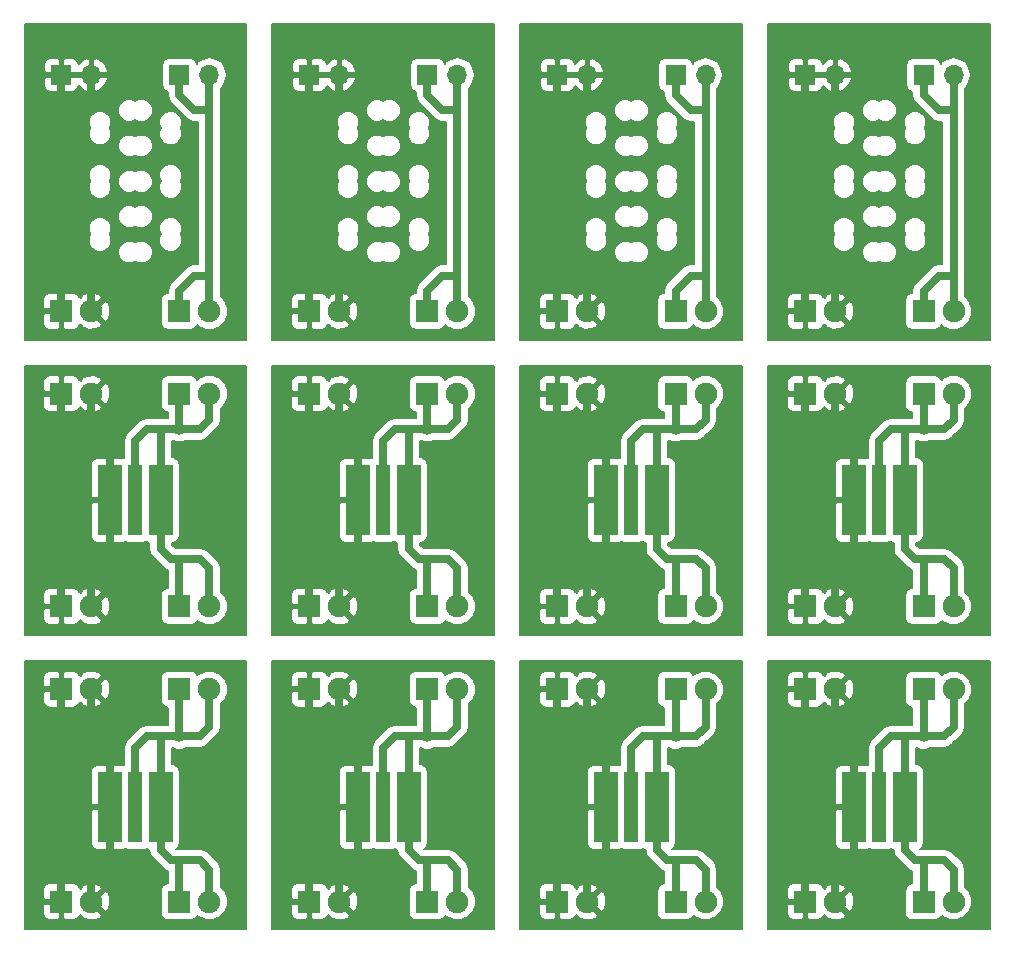
<source format=gbr>
G04 #@! TF.FileFunction,Copper,L1,Top,Signal*
%FSLAX46Y46*%
G04 Gerber Fmt 4.6, Leading zero omitted, Abs format (unit mm)*
G04 Created by KiCad (PCBNEW 4.0.5) date 08/19/18 14:23:04*
%MOMM*%
%LPD*%
G01*
G04 APERTURE LIST*
%ADD10C,0.100000*%
%ADD11R,1.900000X1.900000*%
%ADD12C,1.900000*%
%ADD13R,1.700000X1.700000*%
%ADD14O,1.700000X1.700000*%
%ADD15R,1.300000X6.000000*%
%ADD16R,2.000000X6.000000*%
%ADD17C,1.000000*%
%ADD18C,0.700000*%
%ADD19C,0.203200*%
G04 APERTURE END LIST*
D10*
D11*
X120730000Y-78000000D03*
D12*
X123270000Y-78000000D03*
D11*
X120730000Y-103000000D03*
D12*
X123270000Y-103000000D03*
D11*
X130730000Y-103000000D03*
D12*
X133270000Y-103000000D03*
D11*
X120730000Y-71000000D03*
D12*
X123270000Y-71000000D03*
D11*
X130730000Y-71000000D03*
D12*
X133270000Y-71000000D03*
D13*
X130730000Y-51000000D03*
D14*
X133270000Y-51000000D03*
D13*
X120730000Y-51000000D03*
D14*
X123270000Y-51000000D03*
D15*
X127000000Y-113000000D03*
D16*
X129150000Y-113000000D03*
X124850000Y-113000000D03*
D11*
X130730000Y-78000000D03*
D12*
X133270000Y-78000000D03*
D15*
X127000000Y-87000000D03*
D16*
X129150000Y-87000000D03*
X124850000Y-87000000D03*
D11*
X120730000Y-96000000D03*
D12*
X123270000Y-96000000D03*
D11*
X130730000Y-96000000D03*
D12*
X133270000Y-96000000D03*
D11*
X120730000Y-121000000D03*
D12*
X123270000Y-121000000D03*
D11*
X130730000Y-121000000D03*
D12*
X133270000Y-121000000D03*
D11*
X109730000Y-121000000D03*
D12*
X112270000Y-121000000D03*
D11*
X99730000Y-121000000D03*
D12*
X102270000Y-121000000D03*
D11*
X109730000Y-96000000D03*
D12*
X112270000Y-96000000D03*
D11*
X99730000Y-96000000D03*
D12*
X102270000Y-96000000D03*
D15*
X106000000Y-87000000D03*
D16*
X108150000Y-87000000D03*
X103850000Y-87000000D03*
D11*
X109730000Y-78000000D03*
D12*
X112270000Y-78000000D03*
D15*
X106000000Y-113000000D03*
D16*
X108150000Y-113000000D03*
X103850000Y-113000000D03*
D13*
X99730000Y-51000000D03*
D14*
X102270000Y-51000000D03*
D13*
X109730000Y-51000000D03*
D14*
X112270000Y-51000000D03*
D11*
X109730000Y-71000000D03*
D12*
X112270000Y-71000000D03*
D11*
X99730000Y-71000000D03*
D12*
X102270000Y-71000000D03*
D11*
X109730000Y-103000000D03*
D12*
X112270000Y-103000000D03*
D11*
X99730000Y-103000000D03*
D12*
X102270000Y-103000000D03*
D11*
X99730000Y-78000000D03*
D12*
X102270000Y-78000000D03*
D11*
X78730000Y-78000000D03*
D12*
X81270000Y-78000000D03*
D11*
X78730000Y-103000000D03*
D12*
X81270000Y-103000000D03*
D11*
X88730000Y-103000000D03*
D12*
X91270000Y-103000000D03*
D11*
X78730000Y-71000000D03*
D12*
X81270000Y-71000000D03*
D11*
X88730000Y-71000000D03*
D12*
X91270000Y-71000000D03*
D13*
X88730000Y-51000000D03*
D14*
X91270000Y-51000000D03*
D13*
X78730000Y-51000000D03*
D14*
X81270000Y-51000000D03*
D15*
X85000000Y-113000000D03*
D16*
X87150000Y-113000000D03*
X82850000Y-113000000D03*
D11*
X88730000Y-78000000D03*
D12*
X91270000Y-78000000D03*
D15*
X85000000Y-87000000D03*
D16*
X87150000Y-87000000D03*
X82850000Y-87000000D03*
D11*
X78730000Y-96000000D03*
D12*
X81270000Y-96000000D03*
D11*
X88730000Y-96000000D03*
D12*
X91270000Y-96000000D03*
D11*
X78730000Y-121000000D03*
D12*
X81270000Y-121000000D03*
D11*
X88730000Y-121000000D03*
D12*
X91270000Y-121000000D03*
D11*
X67730000Y-121000000D03*
D12*
X70270000Y-121000000D03*
D11*
X57730000Y-121000000D03*
D12*
X60270000Y-121000000D03*
D11*
X67730000Y-96000000D03*
D12*
X70270000Y-96000000D03*
D11*
X57730000Y-96000000D03*
D12*
X60270000Y-96000000D03*
D15*
X64000000Y-87000000D03*
D16*
X66150000Y-87000000D03*
X61850000Y-87000000D03*
D11*
X67730000Y-78000000D03*
D12*
X70270000Y-78000000D03*
D15*
X64000000Y-113000000D03*
D16*
X66150000Y-113000000D03*
X61850000Y-113000000D03*
D13*
X57730000Y-51000000D03*
D14*
X60270000Y-51000000D03*
D13*
X67730000Y-51000000D03*
D14*
X70270000Y-51000000D03*
D11*
X67730000Y-71000000D03*
D12*
X70270000Y-71000000D03*
D11*
X57730000Y-71000000D03*
D12*
X60270000Y-71000000D03*
D11*
X67730000Y-103000000D03*
D12*
X70270000Y-103000000D03*
D11*
X57730000Y-103000000D03*
D12*
X60270000Y-103000000D03*
D11*
X57730000Y-78000000D03*
D12*
X60270000Y-78000000D03*
D17*
X130730000Y-81000000D03*
X109730000Y-81000000D03*
X88730000Y-81000000D03*
X67730000Y-81000000D03*
X123270000Y-81000000D03*
X102270000Y-81000000D03*
X81270000Y-81000000D03*
X60270000Y-81000000D03*
X67730000Y-107000000D03*
X88730000Y-107000000D03*
X109730000Y-107000000D03*
X130730000Y-107000000D03*
X123270000Y-106000000D03*
X102270000Y-106000000D03*
X81270000Y-106000000D03*
X60270000Y-106000000D03*
D18*
X130730000Y-78000000D02*
X130730000Y-81000000D01*
X133270000Y-80230000D02*
X132500000Y-81000000D01*
X132500000Y-81000000D02*
X130730000Y-81000000D01*
X133270000Y-78000000D02*
X133270000Y-80230000D01*
X128000000Y-81000000D02*
X127000000Y-82000000D01*
X127000000Y-82000000D02*
X127000000Y-87000000D01*
X129000000Y-81000000D02*
X128000000Y-81000000D01*
X130730000Y-81000000D02*
X129000000Y-81000000D01*
X129150000Y-81000000D02*
X129000000Y-81000000D01*
X129150000Y-87000000D02*
X129150000Y-81000000D01*
X129150000Y-91150000D02*
X130000000Y-92000000D01*
X130500000Y-92000000D02*
X132500000Y-92000000D01*
X130000000Y-92000000D02*
X130500000Y-92000000D01*
X132500000Y-92000000D02*
X133270000Y-92770000D01*
X133270000Y-92770000D02*
X133270000Y-96000000D01*
X129150000Y-87000000D02*
X129150000Y-91150000D01*
X130730000Y-92000000D02*
X130500000Y-92000000D01*
X130730000Y-96000000D02*
X130730000Y-92000000D01*
X109730000Y-96000000D02*
X109730000Y-92000000D01*
X109730000Y-92000000D02*
X109500000Y-92000000D01*
X108150000Y-87000000D02*
X108150000Y-91150000D01*
X112270000Y-92770000D02*
X112270000Y-96000000D01*
X111500000Y-92000000D02*
X112270000Y-92770000D01*
X109000000Y-92000000D02*
X109500000Y-92000000D01*
X109500000Y-92000000D02*
X111500000Y-92000000D01*
X108150000Y-91150000D02*
X109000000Y-92000000D01*
X108150000Y-87000000D02*
X108150000Y-81000000D01*
X108150000Y-81000000D02*
X108000000Y-81000000D01*
X109730000Y-81000000D02*
X108000000Y-81000000D01*
X108000000Y-81000000D02*
X107000000Y-81000000D01*
X106000000Y-82000000D02*
X106000000Y-87000000D01*
X107000000Y-81000000D02*
X106000000Y-82000000D01*
X112270000Y-78000000D02*
X112270000Y-80230000D01*
X111500000Y-81000000D02*
X109730000Y-81000000D01*
X112270000Y-80230000D02*
X111500000Y-81000000D01*
X109730000Y-78000000D02*
X109730000Y-81000000D01*
X88730000Y-78000000D02*
X88730000Y-81000000D01*
X91270000Y-80230000D02*
X90500000Y-81000000D01*
X90500000Y-81000000D02*
X88730000Y-81000000D01*
X91270000Y-78000000D02*
X91270000Y-80230000D01*
X86000000Y-81000000D02*
X85000000Y-82000000D01*
X85000000Y-82000000D02*
X85000000Y-87000000D01*
X87000000Y-81000000D02*
X86000000Y-81000000D01*
X88730000Y-81000000D02*
X87000000Y-81000000D01*
X87150000Y-81000000D02*
X87000000Y-81000000D01*
X87150000Y-87000000D02*
X87150000Y-81000000D01*
X87150000Y-91150000D02*
X88000000Y-92000000D01*
X88500000Y-92000000D02*
X90500000Y-92000000D01*
X88000000Y-92000000D02*
X88500000Y-92000000D01*
X90500000Y-92000000D02*
X91270000Y-92770000D01*
X91270000Y-92770000D02*
X91270000Y-96000000D01*
X87150000Y-87000000D02*
X87150000Y-91150000D01*
X88730000Y-92000000D02*
X88500000Y-92000000D01*
X88730000Y-96000000D02*
X88730000Y-92000000D01*
X67730000Y-96000000D02*
X67730000Y-92000000D01*
X67730000Y-92000000D02*
X67500000Y-92000000D01*
X66150000Y-87000000D02*
X66150000Y-91150000D01*
X70270000Y-92770000D02*
X70270000Y-96000000D01*
X69500000Y-92000000D02*
X70270000Y-92770000D01*
X67000000Y-92000000D02*
X67500000Y-92000000D01*
X67500000Y-92000000D02*
X69500000Y-92000000D01*
X66150000Y-91150000D02*
X67000000Y-92000000D01*
X66150000Y-87000000D02*
X66150000Y-81000000D01*
X66150000Y-81000000D02*
X66000000Y-81000000D01*
X67730000Y-81000000D02*
X66000000Y-81000000D01*
X66000000Y-81000000D02*
X65000000Y-81000000D01*
X64000000Y-82000000D02*
X64000000Y-87000000D01*
X65000000Y-81000000D02*
X64000000Y-82000000D01*
X70270000Y-78000000D02*
X70270000Y-80230000D01*
X69500000Y-81000000D02*
X67730000Y-81000000D01*
X70270000Y-80230000D02*
X69500000Y-81000000D01*
X67730000Y-78000000D02*
X67730000Y-81000000D01*
X123270000Y-78000000D02*
X123270000Y-81000000D01*
X123000000Y-81000000D02*
X123270000Y-81000000D01*
X123270000Y-81000000D02*
X123000000Y-81000000D01*
X120730000Y-80230000D02*
X121500000Y-81000000D01*
X121500000Y-81000000D02*
X123270000Y-81000000D01*
X120730000Y-78000000D02*
X120730000Y-80230000D01*
X124850000Y-81850000D02*
X124850000Y-87000000D01*
X124000000Y-81000000D02*
X124850000Y-81850000D01*
X123270000Y-81000000D02*
X124000000Y-81000000D01*
X123270000Y-96000000D02*
X123270000Y-93000000D01*
X120730000Y-93770000D02*
X121500000Y-93000000D01*
X123000000Y-93000000D02*
X123270000Y-93000000D01*
X121500000Y-93000000D02*
X123000000Y-93000000D01*
X120730000Y-96000000D02*
X120730000Y-93770000D01*
X124000000Y-93000000D02*
X124850000Y-92150000D01*
X124850000Y-92150000D02*
X124850000Y-87000000D01*
X123000000Y-93000000D02*
X124000000Y-93000000D01*
X102000000Y-93000000D02*
X103000000Y-93000000D01*
X103850000Y-92150000D02*
X103850000Y-87000000D01*
X103000000Y-93000000D02*
X103850000Y-92150000D01*
X99730000Y-96000000D02*
X99730000Y-93770000D01*
X100500000Y-93000000D02*
X102000000Y-93000000D01*
X102000000Y-93000000D02*
X102270000Y-93000000D01*
X99730000Y-93770000D02*
X100500000Y-93000000D01*
X102270000Y-96000000D02*
X102270000Y-93000000D01*
X102270000Y-81000000D02*
X103000000Y-81000000D01*
X103000000Y-81000000D02*
X103850000Y-81850000D01*
X103850000Y-81850000D02*
X103850000Y-87000000D01*
X99730000Y-78000000D02*
X99730000Y-80230000D01*
X100500000Y-81000000D02*
X102270000Y-81000000D01*
X99730000Y-80230000D02*
X100500000Y-81000000D01*
X102270000Y-81000000D02*
X102000000Y-81000000D01*
X102000000Y-81000000D02*
X102270000Y-81000000D01*
X102270000Y-78000000D02*
X102270000Y-81000000D01*
X81270000Y-78000000D02*
X81270000Y-81000000D01*
X81000000Y-81000000D02*
X81270000Y-81000000D01*
X81270000Y-81000000D02*
X81000000Y-81000000D01*
X78730000Y-80230000D02*
X79500000Y-81000000D01*
X79500000Y-81000000D02*
X81270000Y-81000000D01*
X78730000Y-78000000D02*
X78730000Y-80230000D01*
X82850000Y-81850000D02*
X82850000Y-87000000D01*
X82000000Y-81000000D02*
X82850000Y-81850000D01*
X81270000Y-81000000D02*
X82000000Y-81000000D01*
X81270000Y-96000000D02*
X81270000Y-93000000D01*
X78730000Y-93770000D02*
X79500000Y-93000000D01*
X81000000Y-93000000D02*
X81270000Y-93000000D01*
X79500000Y-93000000D02*
X81000000Y-93000000D01*
X78730000Y-96000000D02*
X78730000Y-93770000D01*
X82000000Y-93000000D02*
X82850000Y-92150000D01*
X82850000Y-92150000D02*
X82850000Y-87000000D01*
X81000000Y-93000000D02*
X82000000Y-93000000D01*
X60000000Y-93000000D02*
X61000000Y-93000000D01*
X61850000Y-92150000D02*
X61850000Y-87000000D01*
X61000000Y-93000000D02*
X61850000Y-92150000D01*
X57730000Y-96000000D02*
X57730000Y-93770000D01*
X58500000Y-93000000D02*
X60000000Y-93000000D01*
X60000000Y-93000000D02*
X60270000Y-93000000D01*
X57730000Y-93770000D02*
X58500000Y-93000000D01*
X60270000Y-96000000D02*
X60270000Y-93000000D01*
X60270000Y-81000000D02*
X61000000Y-81000000D01*
X61000000Y-81000000D02*
X61850000Y-81850000D01*
X61850000Y-81850000D02*
X61850000Y-87000000D01*
X57730000Y-78000000D02*
X57730000Y-80230000D01*
X58500000Y-81000000D02*
X60270000Y-81000000D01*
X57730000Y-80230000D02*
X58500000Y-81000000D01*
X60270000Y-81000000D02*
X60000000Y-81000000D01*
X60000000Y-81000000D02*
X60270000Y-81000000D01*
X60270000Y-78000000D02*
X60270000Y-81000000D01*
X67500000Y-107000000D02*
X66150000Y-107000000D01*
X69500000Y-107000000D02*
X67500000Y-107000000D01*
X70270000Y-106230000D02*
X69500000Y-107000000D01*
X70270000Y-103000000D02*
X70270000Y-106230000D01*
X67730000Y-107000000D02*
X67500000Y-107000000D01*
X67730000Y-103000000D02*
X67730000Y-107000000D01*
X88730000Y-103000000D02*
X88730000Y-107000000D01*
X88730000Y-107000000D02*
X88500000Y-107000000D01*
X91270000Y-103000000D02*
X91270000Y-106230000D01*
X91270000Y-106230000D02*
X90500000Y-107000000D01*
X90500000Y-107000000D02*
X88500000Y-107000000D01*
X88500000Y-107000000D02*
X87150000Y-107000000D01*
X109730000Y-103000000D02*
X109730000Y-107000000D01*
X109730000Y-107000000D02*
X109500000Y-107000000D01*
X112270000Y-103000000D02*
X112270000Y-106230000D01*
X112270000Y-106230000D02*
X111500000Y-107000000D01*
X111500000Y-107000000D02*
X109500000Y-107000000D01*
X109500000Y-107000000D02*
X108150000Y-107000000D01*
X130730000Y-103000000D02*
X130730000Y-107000000D01*
X130730000Y-107000000D02*
X130500000Y-107000000D01*
X133270000Y-103000000D02*
X133270000Y-106230000D01*
X133270000Y-106230000D02*
X132500000Y-107000000D01*
X132500000Y-107000000D02*
X130500000Y-107000000D01*
X130500000Y-107000000D02*
X129150000Y-107000000D01*
X127000000Y-108000000D02*
X128000000Y-107000000D01*
X127000000Y-113000000D02*
X127000000Y-108000000D01*
X128000000Y-107000000D02*
X129150000Y-107000000D01*
X129150000Y-113000000D02*
X129150000Y-107000000D01*
X129150000Y-113000000D02*
X129150000Y-116650000D01*
X129150000Y-116650000D02*
X130000000Y-117500000D01*
X130000000Y-117500000D02*
X131000000Y-117500000D01*
X132500000Y-117500000D02*
X133270000Y-118270000D01*
X133270000Y-118270000D02*
X133270000Y-121000000D01*
X131000000Y-117500000D02*
X132500000Y-117500000D01*
X130730000Y-121000000D02*
X130730000Y-117500000D01*
X130730000Y-117500000D02*
X131000000Y-117500000D01*
X109730000Y-117500000D02*
X110000000Y-117500000D01*
X109730000Y-121000000D02*
X109730000Y-117500000D01*
X110000000Y-117500000D02*
X111500000Y-117500000D01*
X112270000Y-118270000D02*
X112270000Y-121000000D01*
X111500000Y-117500000D02*
X112270000Y-118270000D01*
X109000000Y-117500000D02*
X110000000Y-117500000D01*
X108150000Y-116650000D02*
X109000000Y-117500000D01*
X108150000Y-113000000D02*
X108150000Y-116650000D01*
X108150000Y-113000000D02*
X108150000Y-107000000D01*
X106000000Y-113000000D02*
X106000000Y-108000000D01*
X107000000Y-107000000D02*
X108150000Y-107000000D01*
X106000000Y-108000000D02*
X107000000Y-107000000D01*
X85000000Y-108000000D02*
X86000000Y-107000000D01*
X86000000Y-107000000D02*
X87150000Y-107000000D01*
X85000000Y-113000000D02*
X85000000Y-108000000D01*
X87150000Y-113000000D02*
X87150000Y-107000000D01*
X87150000Y-113000000D02*
X87150000Y-116650000D01*
X87150000Y-116650000D02*
X88000000Y-117500000D01*
X88000000Y-117500000D02*
X89000000Y-117500000D01*
X90500000Y-117500000D02*
X91270000Y-118270000D01*
X91270000Y-118270000D02*
X91270000Y-121000000D01*
X89000000Y-117500000D02*
X90500000Y-117500000D01*
X88730000Y-121000000D02*
X88730000Y-117500000D01*
X88730000Y-117500000D02*
X89000000Y-117500000D01*
X67730000Y-117500000D02*
X68000000Y-117500000D01*
X67730000Y-121000000D02*
X67730000Y-117500000D01*
X68000000Y-117500000D02*
X69500000Y-117500000D01*
X70270000Y-118270000D02*
X70270000Y-121000000D01*
X69500000Y-117500000D02*
X70270000Y-118270000D01*
X67000000Y-117500000D02*
X68000000Y-117500000D01*
X66150000Y-116650000D02*
X67000000Y-117500000D01*
X66150000Y-113000000D02*
X66150000Y-116650000D01*
X66150000Y-113000000D02*
X66150000Y-107000000D01*
X64000000Y-113000000D02*
X64000000Y-108000000D01*
X65000000Y-107000000D02*
X66150000Y-107000000D01*
X64000000Y-108000000D02*
X65000000Y-107000000D01*
X120730000Y-105230000D02*
X121500000Y-106000000D01*
X123270000Y-106000000D02*
X124000000Y-106000000D01*
X121500000Y-106000000D02*
X123270000Y-106000000D01*
X124000000Y-106000000D02*
X124850000Y-106850000D01*
X124850000Y-106850000D02*
X124850000Y-113000000D01*
X120730000Y-103000000D02*
X120730000Y-105230000D01*
X123270000Y-103000000D02*
X123270000Y-106000000D01*
X124850000Y-116650000D02*
X124000000Y-117500000D01*
X123500000Y-117500000D02*
X122000000Y-117500000D01*
X124000000Y-117500000D02*
X123500000Y-117500000D01*
X122000000Y-117500000D02*
X120730000Y-118770000D01*
X120730000Y-118770000D02*
X120730000Y-121000000D01*
X124850000Y-113000000D02*
X124850000Y-116650000D01*
X123270000Y-117500000D02*
X123500000Y-117500000D01*
X123270000Y-121000000D02*
X123270000Y-117500000D01*
X102270000Y-121000000D02*
X102270000Y-117500000D01*
X102270000Y-117500000D02*
X102500000Y-117500000D01*
X103850000Y-113000000D02*
X103850000Y-116650000D01*
X99730000Y-118770000D02*
X99730000Y-121000000D01*
X101000000Y-117500000D02*
X99730000Y-118770000D01*
X103000000Y-117500000D02*
X102500000Y-117500000D01*
X102500000Y-117500000D02*
X101000000Y-117500000D01*
X103850000Y-116650000D02*
X103000000Y-117500000D01*
X102270000Y-103000000D02*
X102270000Y-106000000D01*
X99730000Y-103000000D02*
X99730000Y-105230000D01*
X103850000Y-106850000D02*
X103850000Y-113000000D01*
X103000000Y-106000000D02*
X103850000Y-106850000D01*
X100500000Y-106000000D02*
X102270000Y-106000000D01*
X102270000Y-106000000D02*
X103000000Y-106000000D01*
X99730000Y-105230000D02*
X100500000Y-106000000D01*
X78730000Y-105230000D02*
X79500000Y-106000000D01*
X81270000Y-106000000D02*
X82000000Y-106000000D01*
X79500000Y-106000000D02*
X81270000Y-106000000D01*
X82000000Y-106000000D02*
X82850000Y-106850000D01*
X82850000Y-106850000D02*
X82850000Y-113000000D01*
X78730000Y-103000000D02*
X78730000Y-105230000D01*
X81270000Y-103000000D02*
X81270000Y-106000000D01*
X82850000Y-116650000D02*
X82000000Y-117500000D01*
X81500000Y-117500000D02*
X80000000Y-117500000D01*
X82000000Y-117500000D02*
X81500000Y-117500000D01*
X80000000Y-117500000D02*
X78730000Y-118770000D01*
X78730000Y-118770000D02*
X78730000Y-121000000D01*
X82850000Y-113000000D02*
X82850000Y-116650000D01*
X81270000Y-117500000D02*
X81500000Y-117500000D01*
X81270000Y-121000000D02*
X81270000Y-117500000D01*
X60270000Y-121000000D02*
X60270000Y-117500000D01*
X60270000Y-117500000D02*
X60500000Y-117500000D01*
X61850000Y-113000000D02*
X61850000Y-116650000D01*
X57730000Y-118770000D02*
X57730000Y-121000000D01*
X59000000Y-117500000D02*
X57730000Y-118770000D01*
X61000000Y-117500000D02*
X60500000Y-117500000D01*
X60500000Y-117500000D02*
X59000000Y-117500000D01*
X61850000Y-116650000D02*
X61000000Y-117500000D01*
X60270000Y-103000000D02*
X60270000Y-106000000D01*
X57730000Y-103000000D02*
X57730000Y-105230000D01*
X61850000Y-106850000D02*
X61850000Y-113000000D01*
X61000000Y-106000000D02*
X61850000Y-106850000D01*
X58500000Y-106000000D02*
X60270000Y-106000000D01*
X60270000Y-106000000D02*
X61000000Y-106000000D01*
X57730000Y-105230000D02*
X58500000Y-106000000D01*
X120730000Y-68000000D02*
X120730000Y-71000000D01*
X120730000Y-67500000D02*
X120730000Y-68000000D01*
X120730000Y-67000000D02*
X120730000Y-67500000D01*
X120730000Y-54500000D02*
X120730000Y-67000000D01*
X120730000Y-54000000D02*
X120730000Y-54500000D01*
X120730000Y-51000000D02*
X120730000Y-54000000D01*
X123270000Y-69270000D02*
X122000000Y-68000000D01*
X122000000Y-68000000D02*
X120730000Y-68000000D01*
X123270000Y-71000000D02*
X123270000Y-69270000D01*
X123270000Y-52730000D02*
X122000000Y-54000000D01*
X122000000Y-54000000D02*
X120730000Y-54000000D01*
X123270000Y-51000000D02*
X123270000Y-52730000D01*
X102270000Y-51000000D02*
X102270000Y-52730000D01*
X101000000Y-54000000D02*
X99730000Y-54000000D01*
X102270000Y-52730000D02*
X101000000Y-54000000D01*
X102270000Y-71000000D02*
X102270000Y-69270000D01*
X101000000Y-68000000D02*
X99730000Y-68000000D01*
X102270000Y-69270000D02*
X101000000Y-68000000D01*
X99730000Y-51000000D02*
X99730000Y-54000000D01*
X99730000Y-54000000D02*
X99730000Y-54500000D01*
X99730000Y-54500000D02*
X99730000Y-67000000D01*
X99730000Y-67000000D02*
X99730000Y-67500000D01*
X99730000Y-67500000D02*
X99730000Y-68000000D01*
X99730000Y-68000000D02*
X99730000Y-71000000D01*
X78730000Y-68000000D02*
X78730000Y-71000000D01*
X78730000Y-67500000D02*
X78730000Y-68000000D01*
X78730000Y-67000000D02*
X78730000Y-67500000D01*
X78730000Y-54500000D02*
X78730000Y-67000000D01*
X78730000Y-54000000D02*
X78730000Y-54500000D01*
X78730000Y-51000000D02*
X78730000Y-54000000D01*
X81270000Y-69270000D02*
X80000000Y-68000000D01*
X80000000Y-68000000D02*
X78730000Y-68000000D01*
X81270000Y-71000000D02*
X81270000Y-69270000D01*
X81270000Y-52730000D02*
X80000000Y-54000000D01*
X80000000Y-54000000D02*
X78730000Y-54000000D01*
X81270000Y-51000000D02*
X81270000Y-52730000D01*
X60270000Y-51000000D02*
X60270000Y-52730000D01*
X59000000Y-54000000D02*
X57730000Y-54000000D01*
X60270000Y-52730000D02*
X59000000Y-54000000D01*
X60270000Y-71000000D02*
X60270000Y-69270000D01*
X59000000Y-68000000D02*
X57730000Y-68000000D01*
X60270000Y-69270000D02*
X59000000Y-68000000D01*
X57730000Y-51000000D02*
X57730000Y-54000000D01*
X57730000Y-54000000D02*
X57730000Y-54500000D01*
X57730000Y-54500000D02*
X57730000Y-67000000D01*
X57730000Y-67000000D02*
X57730000Y-67500000D01*
X57730000Y-67500000D02*
X57730000Y-68000000D01*
X57730000Y-68000000D02*
X57730000Y-71000000D01*
X133270000Y-68000000D02*
X133270000Y-71000000D01*
X133270000Y-54000000D02*
X133270000Y-68000000D01*
X133270000Y-51000000D02*
X133270000Y-54000000D01*
X130730000Y-69270000D02*
X132000000Y-68000000D01*
X132000000Y-68000000D02*
X133270000Y-68000000D01*
X130730000Y-71000000D02*
X130730000Y-69270000D01*
X130730000Y-52730000D02*
X132000000Y-54000000D01*
X132000000Y-54000000D02*
X133270000Y-54000000D01*
X130730000Y-51000000D02*
X130730000Y-52730000D01*
X109730000Y-51000000D02*
X109730000Y-52730000D01*
X111000000Y-54000000D02*
X112270000Y-54000000D01*
X109730000Y-52730000D02*
X111000000Y-54000000D01*
X109730000Y-71000000D02*
X109730000Y-69270000D01*
X111000000Y-68000000D02*
X112270000Y-68000000D01*
X109730000Y-69270000D02*
X111000000Y-68000000D01*
X112270000Y-51000000D02*
X112270000Y-54000000D01*
X112270000Y-54000000D02*
X112270000Y-68000000D01*
X112270000Y-68000000D02*
X112270000Y-71000000D01*
X91270000Y-68000000D02*
X91270000Y-71000000D01*
X91270000Y-54000000D02*
X91270000Y-68000000D01*
X91270000Y-51000000D02*
X91270000Y-54000000D01*
X88730000Y-69270000D02*
X90000000Y-68000000D01*
X90000000Y-68000000D02*
X91270000Y-68000000D01*
X88730000Y-71000000D02*
X88730000Y-69270000D01*
X88730000Y-52730000D02*
X90000000Y-54000000D01*
X90000000Y-54000000D02*
X91270000Y-54000000D01*
X88730000Y-51000000D02*
X88730000Y-52730000D01*
X67730000Y-51000000D02*
X67730000Y-52730000D01*
X69000000Y-54000000D02*
X70270000Y-54000000D01*
X67730000Y-52730000D02*
X69000000Y-54000000D01*
X67730000Y-71000000D02*
X67730000Y-69270000D01*
X69000000Y-68000000D02*
X70270000Y-68000000D01*
X67730000Y-69270000D02*
X69000000Y-68000000D01*
X70270000Y-51000000D02*
X70270000Y-54000000D01*
X70270000Y-54000000D02*
X70270000Y-68000000D01*
X70270000Y-68000000D02*
X70270000Y-71000000D01*
D19*
G36*
X73398400Y-98398400D02*
X54684600Y-98398400D01*
X54684600Y-96304800D01*
X56170400Y-96304800D01*
X56170400Y-97071257D01*
X56263206Y-97295311D01*
X56434689Y-97466794D01*
X56658743Y-97559600D01*
X57425200Y-97559600D01*
X57577600Y-97407200D01*
X57577600Y-96152400D01*
X56322800Y-96152400D01*
X56170400Y-96304800D01*
X54684600Y-96304800D01*
X54684600Y-94928743D01*
X56170400Y-94928743D01*
X56170400Y-95695200D01*
X56322800Y-95847600D01*
X57577600Y-95847600D01*
X57577600Y-94592800D01*
X57882400Y-94592800D01*
X57882400Y-95847600D01*
X57902400Y-95847600D01*
X57902400Y-96152400D01*
X57882400Y-96152400D01*
X57882400Y-97407200D01*
X58034800Y-97559600D01*
X58801257Y-97559600D01*
X59025311Y-97466794D01*
X59196794Y-97295311D01*
X59232677Y-97208680D01*
X59254763Y-97230766D01*
X59366846Y-97118683D01*
X59462927Y-97370118D01*
X60048683Y-97574677D01*
X60668132Y-97539506D01*
X61077073Y-97370118D01*
X61173155Y-97118681D01*
X60270000Y-96215526D01*
X60255858Y-96229669D01*
X60040332Y-96014143D01*
X60054474Y-96000000D01*
X60485526Y-96000000D01*
X61388681Y-96903155D01*
X61640118Y-96807073D01*
X61844677Y-96221317D01*
X61809506Y-95601868D01*
X61640118Y-95192927D01*
X61388681Y-95096845D01*
X60485526Y-96000000D01*
X60054474Y-96000000D01*
X60040332Y-95985858D01*
X60255858Y-95770332D01*
X60270000Y-95784474D01*
X61173155Y-94881319D01*
X61077073Y-94629882D01*
X60491317Y-94425323D01*
X59871868Y-94460494D01*
X59462927Y-94629882D01*
X59366846Y-94881317D01*
X59254763Y-94769234D01*
X59232677Y-94791320D01*
X59196794Y-94704689D01*
X59025311Y-94533206D01*
X58801257Y-94440400D01*
X58034800Y-94440400D01*
X57882400Y-94592800D01*
X57577600Y-94592800D01*
X57425200Y-94440400D01*
X56658743Y-94440400D01*
X56434689Y-94533206D01*
X56263206Y-94704689D01*
X56170400Y-94928743D01*
X54684600Y-94928743D01*
X54684600Y-87304800D01*
X60240400Y-87304800D01*
X60240400Y-90121257D01*
X60333206Y-90345311D01*
X60504689Y-90516794D01*
X60728743Y-90609600D01*
X61545200Y-90609600D01*
X61697600Y-90457200D01*
X61697600Y-87152400D01*
X60392800Y-87152400D01*
X60240400Y-87304800D01*
X54684600Y-87304800D01*
X54684600Y-83878743D01*
X60240400Y-83878743D01*
X60240400Y-86695200D01*
X60392800Y-86847600D01*
X61697600Y-86847600D01*
X61697600Y-83542800D01*
X62002400Y-83542800D01*
X62002400Y-86847600D01*
X62022400Y-86847600D01*
X62022400Y-87152400D01*
X62002400Y-87152400D01*
X62002400Y-90457200D01*
X62154800Y-90609600D01*
X62971257Y-90609600D01*
X63090244Y-90560314D01*
X63108185Y-90572573D01*
X63350000Y-90621542D01*
X64650000Y-90621542D01*
X64875904Y-90579035D01*
X64897399Y-90565203D01*
X64908185Y-90572573D01*
X65150000Y-90621542D01*
X65190400Y-90621542D01*
X65190400Y-91150000D01*
X65263445Y-91517223D01*
X65471460Y-91828540D01*
X66321458Y-92678537D01*
X66321460Y-92678540D01*
X66458340Y-92770000D01*
X66632777Y-92886555D01*
X66770400Y-92913930D01*
X66770400Y-94430264D01*
X66554096Y-94470965D01*
X66346617Y-94604474D01*
X66207427Y-94808185D01*
X66158458Y-95050000D01*
X66158458Y-96950000D01*
X66200965Y-97175904D01*
X66334474Y-97383383D01*
X66538185Y-97522573D01*
X66780000Y-97571542D01*
X68680000Y-97571542D01*
X68905904Y-97529035D01*
X69113383Y-97395526D01*
X69252573Y-97191815D01*
X69253160Y-97188918D01*
X69385404Y-97321393D01*
X69958415Y-97559328D01*
X70578863Y-97559870D01*
X71152288Y-97322935D01*
X71591393Y-96884596D01*
X71829328Y-96311585D01*
X71829870Y-95691137D01*
X71592935Y-95117712D01*
X71229600Y-94753742D01*
X71229600Y-92770000D01*
X71156555Y-92402777D01*
X70948540Y-92091460D01*
X70948537Y-92091458D01*
X70178540Y-91321460D01*
X69867223Y-91113445D01*
X69500000Y-91040400D01*
X67397479Y-91040400D01*
X67109600Y-90752520D01*
X67109600Y-90621542D01*
X67150000Y-90621542D01*
X67375904Y-90579035D01*
X67583383Y-90445526D01*
X67722573Y-90241815D01*
X67771542Y-90000000D01*
X67771542Y-84000000D01*
X67729035Y-83774096D01*
X67595526Y-83566617D01*
X67391815Y-83427427D01*
X67150000Y-83378458D01*
X67109600Y-83378458D01*
X67109600Y-81959600D01*
X67147545Y-81959600D01*
X67508319Y-82109407D01*
X67949745Y-82109792D01*
X68313237Y-81959600D01*
X69500000Y-81959600D01*
X69867223Y-81886555D01*
X70178540Y-81678540D01*
X70178541Y-81678539D01*
X70948537Y-80908542D01*
X70948540Y-80908540D01*
X71156555Y-80597223D01*
X71229600Y-80230000D01*
X71229600Y-79245758D01*
X71591393Y-78884596D01*
X71829328Y-78311585D01*
X71829870Y-77691137D01*
X71592935Y-77117712D01*
X71154596Y-76678607D01*
X70581585Y-76440672D01*
X69961137Y-76440130D01*
X69387712Y-76677065D01*
X69251756Y-76812784D01*
X69125526Y-76616617D01*
X68921815Y-76477427D01*
X68680000Y-76428458D01*
X66780000Y-76428458D01*
X66554096Y-76470965D01*
X66346617Y-76604474D01*
X66207427Y-76808185D01*
X66158458Y-77050000D01*
X66158458Y-78950000D01*
X66200965Y-79175904D01*
X66334474Y-79383383D01*
X66538185Y-79522573D01*
X66770400Y-79569598D01*
X66770400Y-80040400D01*
X65000005Y-80040400D01*
X65000000Y-80040399D01*
X64632777Y-80113445D01*
X64321460Y-80321460D01*
X64321458Y-80321463D01*
X63321460Y-81321460D01*
X63113445Y-81632777D01*
X63040400Y-82000000D01*
X63040400Y-83419040D01*
X62971257Y-83390400D01*
X62154800Y-83390400D01*
X62002400Y-83542800D01*
X61697600Y-83542800D01*
X61545200Y-83390400D01*
X60728743Y-83390400D01*
X60504689Y-83483206D01*
X60333206Y-83654689D01*
X60240400Y-83878743D01*
X54684600Y-83878743D01*
X54684600Y-78304800D01*
X56170400Y-78304800D01*
X56170400Y-79071257D01*
X56263206Y-79295311D01*
X56434689Y-79466794D01*
X56658743Y-79559600D01*
X57425200Y-79559600D01*
X57577600Y-79407200D01*
X57577600Y-78152400D01*
X56322800Y-78152400D01*
X56170400Y-78304800D01*
X54684600Y-78304800D01*
X54684600Y-76928743D01*
X56170400Y-76928743D01*
X56170400Y-77695200D01*
X56322800Y-77847600D01*
X57577600Y-77847600D01*
X57577600Y-76592800D01*
X57882400Y-76592800D01*
X57882400Y-77847600D01*
X57902400Y-77847600D01*
X57902400Y-78152400D01*
X57882400Y-78152400D01*
X57882400Y-79407200D01*
X58034800Y-79559600D01*
X58801257Y-79559600D01*
X59025311Y-79466794D01*
X59196794Y-79295311D01*
X59232677Y-79208680D01*
X59254763Y-79230766D01*
X59366846Y-79118683D01*
X59462927Y-79370118D01*
X60048683Y-79574677D01*
X60668132Y-79539506D01*
X61077073Y-79370118D01*
X61173155Y-79118681D01*
X60270000Y-78215526D01*
X60255858Y-78229669D01*
X60040332Y-78014143D01*
X60054474Y-78000000D01*
X60485526Y-78000000D01*
X61388681Y-78903155D01*
X61640118Y-78807073D01*
X61844677Y-78221317D01*
X61809506Y-77601868D01*
X61640118Y-77192927D01*
X61388681Y-77096845D01*
X60485526Y-78000000D01*
X60054474Y-78000000D01*
X60040332Y-77985858D01*
X60255858Y-77770332D01*
X60270000Y-77784474D01*
X61173155Y-76881319D01*
X61077073Y-76629882D01*
X60491317Y-76425323D01*
X59871868Y-76460494D01*
X59462927Y-76629882D01*
X59366846Y-76881317D01*
X59254763Y-76769234D01*
X59232677Y-76791320D01*
X59196794Y-76704689D01*
X59025311Y-76533206D01*
X58801257Y-76440400D01*
X58034800Y-76440400D01*
X57882400Y-76592800D01*
X57577600Y-76592800D01*
X57425200Y-76440400D01*
X56658743Y-76440400D01*
X56434689Y-76533206D01*
X56263206Y-76704689D01*
X56170400Y-76928743D01*
X54684600Y-76928743D01*
X54684600Y-75601600D01*
X73398400Y-75601600D01*
X73398400Y-98398400D01*
X73398400Y-98398400D01*
G37*
X73398400Y-98398400D02*
X54684600Y-98398400D01*
X54684600Y-96304800D01*
X56170400Y-96304800D01*
X56170400Y-97071257D01*
X56263206Y-97295311D01*
X56434689Y-97466794D01*
X56658743Y-97559600D01*
X57425200Y-97559600D01*
X57577600Y-97407200D01*
X57577600Y-96152400D01*
X56322800Y-96152400D01*
X56170400Y-96304800D01*
X54684600Y-96304800D01*
X54684600Y-94928743D01*
X56170400Y-94928743D01*
X56170400Y-95695200D01*
X56322800Y-95847600D01*
X57577600Y-95847600D01*
X57577600Y-94592800D01*
X57882400Y-94592800D01*
X57882400Y-95847600D01*
X57902400Y-95847600D01*
X57902400Y-96152400D01*
X57882400Y-96152400D01*
X57882400Y-97407200D01*
X58034800Y-97559600D01*
X58801257Y-97559600D01*
X59025311Y-97466794D01*
X59196794Y-97295311D01*
X59232677Y-97208680D01*
X59254763Y-97230766D01*
X59366846Y-97118683D01*
X59462927Y-97370118D01*
X60048683Y-97574677D01*
X60668132Y-97539506D01*
X61077073Y-97370118D01*
X61173155Y-97118681D01*
X60270000Y-96215526D01*
X60255858Y-96229669D01*
X60040332Y-96014143D01*
X60054474Y-96000000D01*
X60485526Y-96000000D01*
X61388681Y-96903155D01*
X61640118Y-96807073D01*
X61844677Y-96221317D01*
X61809506Y-95601868D01*
X61640118Y-95192927D01*
X61388681Y-95096845D01*
X60485526Y-96000000D01*
X60054474Y-96000000D01*
X60040332Y-95985858D01*
X60255858Y-95770332D01*
X60270000Y-95784474D01*
X61173155Y-94881319D01*
X61077073Y-94629882D01*
X60491317Y-94425323D01*
X59871868Y-94460494D01*
X59462927Y-94629882D01*
X59366846Y-94881317D01*
X59254763Y-94769234D01*
X59232677Y-94791320D01*
X59196794Y-94704689D01*
X59025311Y-94533206D01*
X58801257Y-94440400D01*
X58034800Y-94440400D01*
X57882400Y-94592800D01*
X57577600Y-94592800D01*
X57425200Y-94440400D01*
X56658743Y-94440400D01*
X56434689Y-94533206D01*
X56263206Y-94704689D01*
X56170400Y-94928743D01*
X54684600Y-94928743D01*
X54684600Y-87304800D01*
X60240400Y-87304800D01*
X60240400Y-90121257D01*
X60333206Y-90345311D01*
X60504689Y-90516794D01*
X60728743Y-90609600D01*
X61545200Y-90609600D01*
X61697600Y-90457200D01*
X61697600Y-87152400D01*
X60392800Y-87152400D01*
X60240400Y-87304800D01*
X54684600Y-87304800D01*
X54684600Y-83878743D01*
X60240400Y-83878743D01*
X60240400Y-86695200D01*
X60392800Y-86847600D01*
X61697600Y-86847600D01*
X61697600Y-83542800D01*
X62002400Y-83542800D01*
X62002400Y-86847600D01*
X62022400Y-86847600D01*
X62022400Y-87152400D01*
X62002400Y-87152400D01*
X62002400Y-90457200D01*
X62154800Y-90609600D01*
X62971257Y-90609600D01*
X63090244Y-90560314D01*
X63108185Y-90572573D01*
X63350000Y-90621542D01*
X64650000Y-90621542D01*
X64875904Y-90579035D01*
X64897399Y-90565203D01*
X64908185Y-90572573D01*
X65150000Y-90621542D01*
X65190400Y-90621542D01*
X65190400Y-91150000D01*
X65263445Y-91517223D01*
X65471460Y-91828540D01*
X66321458Y-92678537D01*
X66321460Y-92678540D01*
X66458340Y-92770000D01*
X66632777Y-92886555D01*
X66770400Y-92913930D01*
X66770400Y-94430264D01*
X66554096Y-94470965D01*
X66346617Y-94604474D01*
X66207427Y-94808185D01*
X66158458Y-95050000D01*
X66158458Y-96950000D01*
X66200965Y-97175904D01*
X66334474Y-97383383D01*
X66538185Y-97522573D01*
X66780000Y-97571542D01*
X68680000Y-97571542D01*
X68905904Y-97529035D01*
X69113383Y-97395526D01*
X69252573Y-97191815D01*
X69253160Y-97188918D01*
X69385404Y-97321393D01*
X69958415Y-97559328D01*
X70578863Y-97559870D01*
X71152288Y-97322935D01*
X71591393Y-96884596D01*
X71829328Y-96311585D01*
X71829870Y-95691137D01*
X71592935Y-95117712D01*
X71229600Y-94753742D01*
X71229600Y-92770000D01*
X71156555Y-92402777D01*
X70948540Y-92091460D01*
X70948537Y-92091458D01*
X70178540Y-91321460D01*
X69867223Y-91113445D01*
X69500000Y-91040400D01*
X67397479Y-91040400D01*
X67109600Y-90752520D01*
X67109600Y-90621542D01*
X67150000Y-90621542D01*
X67375904Y-90579035D01*
X67583383Y-90445526D01*
X67722573Y-90241815D01*
X67771542Y-90000000D01*
X67771542Y-84000000D01*
X67729035Y-83774096D01*
X67595526Y-83566617D01*
X67391815Y-83427427D01*
X67150000Y-83378458D01*
X67109600Y-83378458D01*
X67109600Y-81959600D01*
X67147545Y-81959600D01*
X67508319Y-82109407D01*
X67949745Y-82109792D01*
X68313237Y-81959600D01*
X69500000Y-81959600D01*
X69867223Y-81886555D01*
X70178540Y-81678540D01*
X70178541Y-81678539D01*
X70948537Y-80908542D01*
X70948540Y-80908540D01*
X71156555Y-80597223D01*
X71229600Y-80230000D01*
X71229600Y-79245758D01*
X71591393Y-78884596D01*
X71829328Y-78311585D01*
X71829870Y-77691137D01*
X71592935Y-77117712D01*
X71154596Y-76678607D01*
X70581585Y-76440672D01*
X69961137Y-76440130D01*
X69387712Y-76677065D01*
X69251756Y-76812784D01*
X69125526Y-76616617D01*
X68921815Y-76477427D01*
X68680000Y-76428458D01*
X66780000Y-76428458D01*
X66554096Y-76470965D01*
X66346617Y-76604474D01*
X66207427Y-76808185D01*
X66158458Y-77050000D01*
X66158458Y-78950000D01*
X66200965Y-79175904D01*
X66334474Y-79383383D01*
X66538185Y-79522573D01*
X66770400Y-79569598D01*
X66770400Y-80040400D01*
X65000005Y-80040400D01*
X65000000Y-80040399D01*
X64632777Y-80113445D01*
X64321460Y-80321460D01*
X64321458Y-80321463D01*
X63321460Y-81321460D01*
X63113445Y-81632777D01*
X63040400Y-82000000D01*
X63040400Y-83419040D01*
X62971257Y-83390400D01*
X62154800Y-83390400D01*
X62002400Y-83542800D01*
X61697600Y-83542800D01*
X61545200Y-83390400D01*
X60728743Y-83390400D01*
X60504689Y-83483206D01*
X60333206Y-83654689D01*
X60240400Y-83878743D01*
X54684600Y-83878743D01*
X54684600Y-78304800D01*
X56170400Y-78304800D01*
X56170400Y-79071257D01*
X56263206Y-79295311D01*
X56434689Y-79466794D01*
X56658743Y-79559600D01*
X57425200Y-79559600D01*
X57577600Y-79407200D01*
X57577600Y-78152400D01*
X56322800Y-78152400D01*
X56170400Y-78304800D01*
X54684600Y-78304800D01*
X54684600Y-76928743D01*
X56170400Y-76928743D01*
X56170400Y-77695200D01*
X56322800Y-77847600D01*
X57577600Y-77847600D01*
X57577600Y-76592800D01*
X57882400Y-76592800D01*
X57882400Y-77847600D01*
X57902400Y-77847600D01*
X57902400Y-78152400D01*
X57882400Y-78152400D01*
X57882400Y-79407200D01*
X58034800Y-79559600D01*
X58801257Y-79559600D01*
X59025311Y-79466794D01*
X59196794Y-79295311D01*
X59232677Y-79208680D01*
X59254763Y-79230766D01*
X59366846Y-79118683D01*
X59462927Y-79370118D01*
X60048683Y-79574677D01*
X60668132Y-79539506D01*
X61077073Y-79370118D01*
X61173155Y-79118681D01*
X60270000Y-78215526D01*
X60255858Y-78229669D01*
X60040332Y-78014143D01*
X60054474Y-78000000D01*
X60485526Y-78000000D01*
X61388681Y-78903155D01*
X61640118Y-78807073D01*
X61844677Y-78221317D01*
X61809506Y-77601868D01*
X61640118Y-77192927D01*
X61388681Y-77096845D01*
X60485526Y-78000000D01*
X60054474Y-78000000D01*
X60040332Y-77985858D01*
X60255858Y-77770332D01*
X60270000Y-77784474D01*
X61173155Y-76881319D01*
X61077073Y-76629882D01*
X60491317Y-76425323D01*
X59871868Y-76460494D01*
X59462927Y-76629882D01*
X59366846Y-76881317D01*
X59254763Y-76769234D01*
X59232677Y-76791320D01*
X59196794Y-76704689D01*
X59025311Y-76533206D01*
X58801257Y-76440400D01*
X58034800Y-76440400D01*
X57882400Y-76592800D01*
X57577600Y-76592800D01*
X57425200Y-76440400D01*
X56658743Y-76440400D01*
X56434689Y-76533206D01*
X56263206Y-76704689D01*
X56170400Y-76928743D01*
X54684600Y-76928743D01*
X54684600Y-75601600D01*
X73398400Y-75601600D01*
X73398400Y-98398400D01*
G36*
X73398400Y-73398400D02*
X54684600Y-73398400D01*
X54684600Y-71304800D01*
X56170400Y-71304800D01*
X56170400Y-72071257D01*
X56263206Y-72295311D01*
X56434689Y-72466794D01*
X56658743Y-72559600D01*
X57425200Y-72559600D01*
X57577600Y-72407200D01*
X57577600Y-71152400D01*
X56322800Y-71152400D01*
X56170400Y-71304800D01*
X54684600Y-71304800D01*
X54684600Y-69928743D01*
X56170400Y-69928743D01*
X56170400Y-70695200D01*
X56322800Y-70847600D01*
X57577600Y-70847600D01*
X57577600Y-69592800D01*
X57882400Y-69592800D01*
X57882400Y-70847600D01*
X57902400Y-70847600D01*
X57902400Y-71152400D01*
X57882400Y-71152400D01*
X57882400Y-72407200D01*
X58034800Y-72559600D01*
X58801257Y-72559600D01*
X59025311Y-72466794D01*
X59196794Y-72295311D01*
X59232677Y-72208680D01*
X59254763Y-72230766D01*
X59366846Y-72118683D01*
X59462927Y-72370118D01*
X60048683Y-72574677D01*
X60668132Y-72539506D01*
X61077073Y-72370118D01*
X61173155Y-72118681D01*
X60270000Y-71215526D01*
X60255858Y-71229669D01*
X60040332Y-71014143D01*
X60054474Y-71000000D01*
X60485526Y-71000000D01*
X61388681Y-71903155D01*
X61640118Y-71807073D01*
X61844677Y-71221317D01*
X61809506Y-70601868D01*
X61640118Y-70192927D01*
X61388681Y-70096845D01*
X60485526Y-71000000D01*
X60054474Y-71000000D01*
X60040332Y-70985858D01*
X60255858Y-70770332D01*
X60270000Y-70784474D01*
X61004474Y-70050000D01*
X66158458Y-70050000D01*
X66158458Y-71950000D01*
X66200965Y-72175904D01*
X66334474Y-72383383D01*
X66538185Y-72522573D01*
X66780000Y-72571542D01*
X68680000Y-72571542D01*
X68905904Y-72529035D01*
X69113383Y-72395526D01*
X69252573Y-72191815D01*
X69253160Y-72188918D01*
X69385404Y-72321393D01*
X69958415Y-72559328D01*
X70578863Y-72559870D01*
X71152288Y-72322935D01*
X71591393Y-71884596D01*
X71829328Y-71311585D01*
X71829870Y-70691137D01*
X71592935Y-70117712D01*
X71229600Y-69753742D01*
X71229600Y-52109126D01*
X71302093Y-52060688D01*
X71618495Y-51587160D01*
X71729600Y-51028595D01*
X71729600Y-50971405D01*
X71618495Y-50412840D01*
X71302093Y-49939312D01*
X70828565Y-49622910D01*
X70270000Y-49511805D01*
X69711435Y-49622910D01*
X69237907Y-49939312D01*
X69178599Y-50028072D01*
X69159035Y-49924096D01*
X69025526Y-49716617D01*
X68821815Y-49577427D01*
X68580000Y-49528458D01*
X66880000Y-49528458D01*
X66654096Y-49570965D01*
X66446617Y-49704474D01*
X66307427Y-49908185D01*
X66258458Y-50150000D01*
X66258458Y-51850000D01*
X66300965Y-52075904D01*
X66434474Y-52283383D01*
X66638185Y-52422573D01*
X66770400Y-52449347D01*
X66770400Y-52730000D01*
X66843445Y-53097223D01*
X67051460Y-53408540D01*
X68321460Y-54678540D01*
X68632777Y-54886555D01*
X69000000Y-54959600D01*
X69310400Y-54959600D01*
X69310400Y-67040400D01*
X69000000Y-67040400D01*
X68632777Y-67113445D01*
X68321460Y-67321460D01*
X67051460Y-68591460D01*
X66843445Y-68902777D01*
X66770400Y-69270000D01*
X66770400Y-69430264D01*
X66554096Y-69470965D01*
X66346617Y-69604474D01*
X66207427Y-69808185D01*
X66158458Y-70050000D01*
X61004474Y-70050000D01*
X61173155Y-69881319D01*
X61077073Y-69629882D01*
X60491317Y-69425323D01*
X59871868Y-69460494D01*
X59462927Y-69629882D01*
X59366846Y-69881317D01*
X59254763Y-69769234D01*
X59232677Y-69791320D01*
X59196794Y-69704689D01*
X59025311Y-69533206D01*
X58801257Y-69440400D01*
X58034800Y-69440400D01*
X57882400Y-69592800D01*
X57577600Y-69592800D01*
X57425200Y-69440400D01*
X56658743Y-69440400D01*
X56434689Y-69533206D01*
X56263206Y-69704689D01*
X56170400Y-69928743D01*
X54684600Y-69928743D01*
X54684600Y-66190039D01*
X62540233Y-66190039D01*
X62686016Y-66542860D01*
X62955720Y-66813035D01*
X63308286Y-66959433D01*
X63690039Y-66959767D01*
X64000328Y-66831558D01*
X64308286Y-66959433D01*
X64690039Y-66959767D01*
X65042860Y-66813984D01*
X65313035Y-66544280D01*
X65459433Y-66191714D01*
X65459767Y-65809961D01*
X65313984Y-65457140D01*
X65044280Y-65186965D01*
X64691714Y-65040567D01*
X64309961Y-65040233D01*
X63999672Y-65168442D01*
X63691714Y-65040567D01*
X63309961Y-65040233D01*
X62957140Y-65186016D01*
X62686965Y-65455720D01*
X62540567Y-65808286D01*
X62540233Y-66190039D01*
X54684600Y-66190039D01*
X54684600Y-64190039D01*
X60040233Y-64190039D01*
X60168442Y-64500328D01*
X60040567Y-64808286D01*
X60040233Y-65190039D01*
X60186016Y-65542860D01*
X60455720Y-65813035D01*
X60808286Y-65959433D01*
X61190039Y-65959767D01*
X61542860Y-65813984D01*
X61813035Y-65544280D01*
X61959433Y-65191714D01*
X61959767Y-64809961D01*
X61831558Y-64499672D01*
X61959433Y-64191714D01*
X61959434Y-64190039D01*
X66040233Y-64190039D01*
X66168442Y-64500328D01*
X66040567Y-64808286D01*
X66040233Y-65190039D01*
X66186016Y-65542860D01*
X66455720Y-65813035D01*
X66808286Y-65959433D01*
X67190039Y-65959767D01*
X67542860Y-65813984D01*
X67813035Y-65544280D01*
X67959433Y-65191714D01*
X67959767Y-64809961D01*
X67831558Y-64499672D01*
X67959433Y-64191714D01*
X67959767Y-63809961D01*
X67813984Y-63457140D01*
X67544280Y-63186965D01*
X67191714Y-63040567D01*
X66809961Y-63040233D01*
X66457140Y-63186016D01*
X66186965Y-63455720D01*
X66040567Y-63808286D01*
X66040233Y-64190039D01*
X61959434Y-64190039D01*
X61959767Y-63809961D01*
X61813984Y-63457140D01*
X61547349Y-63190039D01*
X62540233Y-63190039D01*
X62686016Y-63542860D01*
X62955720Y-63813035D01*
X63308286Y-63959433D01*
X63690039Y-63959767D01*
X64000328Y-63831558D01*
X64308286Y-63959433D01*
X64690039Y-63959767D01*
X65042860Y-63813984D01*
X65313035Y-63544280D01*
X65459433Y-63191714D01*
X65459767Y-62809961D01*
X65313984Y-62457140D01*
X65044280Y-62186965D01*
X64691714Y-62040567D01*
X64309961Y-62040233D01*
X63999672Y-62168442D01*
X63691714Y-62040567D01*
X63309961Y-62040233D01*
X62957140Y-62186016D01*
X62686965Y-62455720D01*
X62540567Y-62808286D01*
X62540233Y-63190039D01*
X61547349Y-63190039D01*
X61544280Y-63186965D01*
X61191714Y-63040567D01*
X60809961Y-63040233D01*
X60457140Y-63186016D01*
X60186965Y-63455720D01*
X60040567Y-63808286D01*
X60040233Y-64190039D01*
X54684600Y-64190039D01*
X54684600Y-59690039D01*
X60040233Y-59690039D01*
X60168442Y-60000328D01*
X60040567Y-60308286D01*
X60040233Y-60690039D01*
X60186016Y-61042860D01*
X60455720Y-61313035D01*
X60808286Y-61459433D01*
X61190039Y-61459767D01*
X61542860Y-61313984D01*
X61813035Y-61044280D01*
X61959433Y-60691714D01*
X61959767Y-60309961D01*
X61910217Y-60190039D01*
X62540233Y-60190039D01*
X62686016Y-60542860D01*
X62955720Y-60813035D01*
X63308286Y-60959433D01*
X63690039Y-60959767D01*
X64000328Y-60831558D01*
X64308286Y-60959433D01*
X64690039Y-60959767D01*
X65042860Y-60813984D01*
X65313035Y-60544280D01*
X65459433Y-60191714D01*
X65459767Y-59809961D01*
X65410217Y-59690039D01*
X66040233Y-59690039D01*
X66168442Y-60000328D01*
X66040567Y-60308286D01*
X66040233Y-60690039D01*
X66186016Y-61042860D01*
X66455720Y-61313035D01*
X66808286Y-61459433D01*
X67190039Y-61459767D01*
X67542860Y-61313984D01*
X67813035Y-61044280D01*
X67959433Y-60691714D01*
X67959767Y-60309961D01*
X67831558Y-59999672D01*
X67959433Y-59691714D01*
X67959767Y-59309961D01*
X67813984Y-58957140D01*
X67544280Y-58686965D01*
X67191714Y-58540567D01*
X66809961Y-58540233D01*
X66457140Y-58686016D01*
X66186965Y-58955720D01*
X66040567Y-59308286D01*
X66040233Y-59690039D01*
X65410217Y-59690039D01*
X65313984Y-59457140D01*
X65044280Y-59186965D01*
X64691714Y-59040567D01*
X64309961Y-59040233D01*
X63999672Y-59168442D01*
X63691714Y-59040567D01*
X63309961Y-59040233D01*
X62957140Y-59186016D01*
X62686965Y-59455720D01*
X62540567Y-59808286D01*
X62540233Y-60190039D01*
X61910217Y-60190039D01*
X61831558Y-59999672D01*
X61959433Y-59691714D01*
X61959767Y-59309961D01*
X61813984Y-58957140D01*
X61544280Y-58686965D01*
X61191714Y-58540567D01*
X60809961Y-58540233D01*
X60457140Y-58686016D01*
X60186965Y-58955720D01*
X60040567Y-59308286D01*
X60040233Y-59690039D01*
X54684600Y-59690039D01*
X54684600Y-57190039D01*
X62540233Y-57190039D01*
X62686016Y-57542860D01*
X62955720Y-57813035D01*
X63308286Y-57959433D01*
X63690039Y-57959767D01*
X64000328Y-57831558D01*
X64308286Y-57959433D01*
X64690039Y-57959767D01*
X65042860Y-57813984D01*
X65313035Y-57544280D01*
X65459433Y-57191714D01*
X65459767Y-56809961D01*
X65313984Y-56457140D01*
X65044280Y-56186965D01*
X64691714Y-56040567D01*
X64309961Y-56040233D01*
X63999672Y-56168442D01*
X63691714Y-56040567D01*
X63309961Y-56040233D01*
X62957140Y-56186016D01*
X62686965Y-56455720D01*
X62540567Y-56808286D01*
X62540233Y-57190039D01*
X54684600Y-57190039D01*
X54684600Y-55190039D01*
X60040233Y-55190039D01*
X60168442Y-55500328D01*
X60040567Y-55808286D01*
X60040233Y-56190039D01*
X60186016Y-56542860D01*
X60455720Y-56813035D01*
X60808286Y-56959433D01*
X61190039Y-56959767D01*
X61542860Y-56813984D01*
X61813035Y-56544280D01*
X61959433Y-56191714D01*
X61959767Y-55809961D01*
X61831558Y-55499672D01*
X61959433Y-55191714D01*
X61959434Y-55190039D01*
X66040233Y-55190039D01*
X66168442Y-55500328D01*
X66040567Y-55808286D01*
X66040233Y-56190039D01*
X66186016Y-56542860D01*
X66455720Y-56813035D01*
X66808286Y-56959433D01*
X67190039Y-56959767D01*
X67542860Y-56813984D01*
X67813035Y-56544280D01*
X67959433Y-56191714D01*
X67959767Y-55809961D01*
X67831558Y-55499672D01*
X67959433Y-55191714D01*
X67959767Y-54809961D01*
X67813984Y-54457140D01*
X67544280Y-54186965D01*
X67191714Y-54040567D01*
X66809961Y-54040233D01*
X66457140Y-54186016D01*
X66186965Y-54455720D01*
X66040567Y-54808286D01*
X66040233Y-55190039D01*
X61959434Y-55190039D01*
X61959767Y-54809961D01*
X61813984Y-54457140D01*
X61547349Y-54190039D01*
X62540233Y-54190039D01*
X62686016Y-54542860D01*
X62955720Y-54813035D01*
X63308286Y-54959433D01*
X63690039Y-54959767D01*
X64000328Y-54831558D01*
X64308286Y-54959433D01*
X64690039Y-54959767D01*
X65042860Y-54813984D01*
X65313035Y-54544280D01*
X65459433Y-54191714D01*
X65459767Y-53809961D01*
X65313984Y-53457140D01*
X65044280Y-53186965D01*
X64691714Y-53040567D01*
X64309961Y-53040233D01*
X63999672Y-53168442D01*
X63691714Y-53040567D01*
X63309961Y-53040233D01*
X62957140Y-53186016D01*
X62686965Y-53455720D01*
X62540567Y-53808286D01*
X62540233Y-54190039D01*
X61547349Y-54190039D01*
X61544280Y-54186965D01*
X61191714Y-54040567D01*
X60809961Y-54040233D01*
X60457140Y-54186016D01*
X60186965Y-54455720D01*
X60040567Y-54808286D01*
X60040233Y-55190039D01*
X54684600Y-55190039D01*
X54684600Y-51304800D01*
X56270400Y-51304800D01*
X56270400Y-51971257D01*
X56363206Y-52195311D01*
X56534689Y-52366794D01*
X56758743Y-52459600D01*
X57425200Y-52459600D01*
X57577600Y-52307200D01*
X57577600Y-51152400D01*
X57882400Y-51152400D01*
X57882400Y-52307200D01*
X58034800Y-52459600D01*
X58701257Y-52459600D01*
X58925311Y-52366794D01*
X59096794Y-52195311D01*
X59189600Y-51971257D01*
X59189600Y-51956569D01*
X59540046Y-52263975D01*
X59892393Y-52409910D01*
X60117600Y-52298286D01*
X60117600Y-51152400D01*
X60422400Y-51152400D01*
X60422400Y-52298286D01*
X60647607Y-52409910D01*
X60999954Y-52263975D01*
X61428092Y-51888419D01*
X61679921Y-51377609D01*
X61569234Y-51152400D01*
X60422400Y-51152400D01*
X60117600Y-51152400D01*
X57882400Y-51152400D01*
X57577600Y-51152400D01*
X56422800Y-51152400D01*
X56270400Y-51304800D01*
X54684600Y-51304800D01*
X54684600Y-50028743D01*
X56270400Y-50028743D01*
X56270400Y-50695200D01*
X56422800Y-50847600D01*
X57577600Y-50847600D01*
X57577600Y-49692800D01*
X57882400Y-49692800D01*
X57882400Y-50847600D01*
X60117600Y-50847600D01*
X60117600Y-49701714D01*
X60422400Y-49701714D01*
X60422400Y-50847600D01*
X61569234Y-50847600D01*
X61679921Y-50622391D01*
X61428092Y-50111581D01*
X60999954Y-49736025D01*
X60647607Y-49590090D01*
X60422400Y-49701714D01*
X60117600Y-49701714D01*
X59892393Y-49590090D01*
X59540046Y-49736025D01*
X59189600Y-50043431D01*
X59189600Y-50028743D01*
X59096794Y-49804689D01*
X58925311Y-49633206D01*
X58701257Y-49540400D01*
X58034800Y-49540400D01*
X57882400Y-49692800D01*
X57577600Y-49692800D01*
X57425200Y-49540400D01*
X56758743Y-49540400D01*
X56534689Y-49633206D01*
X56363206Y-49804689D01*
X56270400Y-50028743D01*
X54684600Y-50028743D01*
X54684600Y-46684600D01*
X73398400Y-46684600D01*
X73398400Y-73398400D01*
X73398400Y-73398400D01*
G37*
X73398400Y-73398400D02*
X54684600Y-73398400D01*
X54684600Y-71304800D01*
X56170400Y-71304800D01*
X56170400Y-72071257D01*
X56263206Y-72295311D01*
X56434689Y-72466794D01*
X56658743Y-72559600D01*
X57425200Y-72559600D01*
X57577600Y-72407200D01*
X57577600Y-71152400D01*
X56322800Y-71152400D01*
X56170400Y-71304800D01*
X54684600Y-71304800D01*
X54684600Y-69928743D01*
X56170400Y-69928743D01*
X56170400Y-70695200D01*
X56322800Y-70847600D01*
X57577600Y-70847600D01*
X57577600Y-69592800D01*
X57882400Y-69592800D01*
X57882400Y-70847600D01*
X57902400Y-70847600D01*
X57902400Y-71152400D01*
X57882400Y-71152400D01*
X57882400Y-72407200D01*
X58034800Y-72559600D01*
X58801257Y-72559600D01*
X59025311Y-72466794D01*
X59196794Y-72295311D01*
X59232677Y-72208680D01*
X59254763Y-72230766D01*
X59366846Y-72118683D01*
X59462927Y-72370118D01*
X60048683Y-72574677D01*
X60668132Y-72539506D01*
X61077073Y-72370118D01*
X61173155Y-72118681D01*
X60270000Y-71215526D01*
X60255858Y-71229669D01*
X60040332Y-71014143D01*
X60054474Y-71000000D01*
X60485526Y-71000000D01*
X61388681Y-71903155D01*
X61640118Y-71807073D01*
X61844677Y-71221317D01*
X61809506Y-70601868D01*
X61640118Y-70192927D01*
X61388681Y-70096845D01*
X60485526Y-71000000D01*
X60054474Y-71000000D01*
X60040332Y-70985858D01*
X60255858Y-70770332D01*
X60270000Y-70784474D01*
X61004474Y-70050000D01*
X66158458Y-70050000D01*
X66158458Y-71950000D01*
X66200965Y-72175904D01*
X66334474Y-72383383D01*
X66538185Y-72522573D01*
X66780000Y-72571542D01*
X68680000Y-72571542D01*
X68905904Y-72529035D01*
X69113383Y-72395526D01*
X69252573Y-72191815D01*
X69253160Y-72188918D01*
X69385404Y-72321393D01*
X69958415Y-72559328D01*
X70578863Y-72559870D01*
X71152288Y-72322935D01*
X71591393Y-71884596D01*
X71829328Y-71311585D01*
X71829870Y-70691137D01*
X71592935Y-70117712D01*
X71229600Y-69753742D01*
X71229600Y-52109126D01*
X71302093Y-52060688D01*
X71618495Y-51587160D01*
X71729600Y-51028595D01*
X71729600Y-50971405D01*
X71618495Y-50412840D01*
X71302093Y-49939312D01*
X70828565Y-49622910D01*
X70270000Y-49511805D01*
X69711435Y-49622910D01*
X69237907Y-49939312D01*
X69178599Y-50028072D01*
X69159035Y-49924096D01*
X69025526Y-49716617D01*
X68821815Y-49577427D01*
X68580000Y-49528458D01*
X66880000Y-49528458D01*
X66654096Y-49570965D01*
X66446617Y-49704474D01*
X66307427Y-49908185D01*
X66258458Y-50150000D01*
X66258458Y-51850000D01*
X66300965Y-52075904D01*
X66434474Y-52283383D01*
X66638185Y-52422573D01*
X66770400Y-52449347D01*
X66770400Y-52730000D01*
X66843445Y-53097223D01*
X67051460Y-53408540D01*
X68321460Y-54678540D01*
X68632777Y-54886555D01*
X69000000Y-54959600D01*
X69310400Y-54959600D01*
X69310400Y-67040400D01*
X69000000Y-67040400D01*
X68632777Y-67113445D01*
X68321460Y-67321460D01*
X67051460Y-68591460D01*
X66843445Y-68902777D01*
X66770400Y-69270000D01*
X66770400Y-69430264D01*
X66554096Y-69470965D01*
X66346617Y-69604474D01*
X66207427Y-69808185D01*
X66158458Y-70050000D01*
X61004474Y-70050000D01*
X61173155Y-69881319D01*
X61077073Y-69629882D01*
X60491317Y-69425323D01*
X59871868Y-69460494D01*
X59462927Y-69629882D01*
X59366846Y-69881317D01*
X59254763Y-69769234D01*
X59232677Y-69791320D01*
X59196794Y-69704689D01*
X59025311Y-69533206D01*
X58801257Y-69440400D01*
X58034800Y-69440400D01*
X57882400Y-69592800D01*
X57577600Y-69592800D01*
X57425200Y-69440400D01*
X56658743Y-69440400D01*
X56434689Y-69533206D01*
X56263206Y-69704689D01*
X56170400Y-69928743D01*
X54684600Y-69928743D01*
X54684600Y-66190039D01*
X62540233Y-66190039D01*
X62686016Y-66542860D01*
X62955720Y-66813035D01*
X63308286Y-66959433D01*
X63690039Y-66959767D01*
X64000328Y-66831558D01*
X64308286Y-66959433D01*
X64690039Y-66959767D01*
X65042860Y-66813984D01*
X65313035Y-66544280D01*
X65459433Y-66191714D01*
X65459767Y-65809961D01*
X65313984Y-65457140D01*
X65044280Y-65186965D01*
X64691714Y-65040567D01*
X64309961Y-65040233D01*
X63999672Y-65168442D01*
X63691714Y-65040567D01*
X63309961Y-65040233D01*
X62957140Y-65186016D01*
X62686965Y-65455720D01*
X62540567Y-65808286D01*
X62540233Y-66190039D01*
X54684600Y-66190039D01*
X54684600Y-64190039D01*
X60040233Y-64190039D01*
X60168442Y-64500328D01*
X60040567Y-64808286D01*
X60040233Y-65190039D01*
X60186016Y-65542860D01*
X60455720Y-65813035D01*
X60808286Y-65959433D01*
X61190039Y-65959767D01*
X61542860Y-65813984D01*
X61813035Y-65544280D01*
X61959433Y-65191714D01*
X61959767Y-64809961D01*
X61831558Y-64499672D01*
X61959433Y-64191714D01*
X61959434Y-64190039D01*
X66040233Y-64190039D01*
X66168442Y-64500328D01*
X66040567Y-64808286D01*
X66040233Y-65190039D01*
X66186016Y-65542860D01*
X66455720Y-65813035D01*
X66808286Y-65959433D01*
X67190039Y-65959767D01*
X67542860Y-65813984D01*
X67813035Y-65544280D01*
X67959433Y-65191714D01*
X67959767Y-64809961D01*
X67831558Y-64499672D01*
X67959433Y-64191714D01*
X67959767Y-63809961D01*
X67813984Y-63457140D01*
X67544280Y-63186965D01*
X67191714Y-63040567D01*
X66809961Y-63040233D01*
X66457140Y-63186016D01*
X66186965Y-63455720D01*
X66040567Y-63808286D01*
X66040233Y-64190039D01*
X61959434Y-64190039D01*
X61959767Y-63809961D01*
X61813984Y-63457140D01*
X61547349Y-63190039D01*
X62540233Y-63190039D01*
X62686016Y-63542860D01*
X62955720Y-63813035D01*
X63308286Y-63959433D01*
X63690039Y-63959767D01*
X64000328Y-63831558D01*
X64308286Y-63959433D01*
X64690039Y-63959767D01*
X65042860Y-63813984D01*
X65313035Y-63544280D01*
X65459433Y-63191714D01*
X65459767Y-62809961D01*
X65313984Y-62457140D01*
X65044280Y-62186965D01*
X64691714Y-62040567D01*
X64309961Y-62040233D01*
X63999672Y-62168442D01*
X63691714Y-62040567D01*
X63309961Y-62040233D01*
X62957140Y-62186016D01*
X62686965Y-62455720D01*
X62540567Y-62808286D01*
X62540233Y-63190039D01*
X61547349Y-63190039D01*
X61544280Y-63186965D01*
X61191714Y-63040567D01*
X60809961Y-63040233D01*
X60457140Y-63186016D01*
X60186965Y-63455720D01*
X60040567Y-63808286D01*
X60040233Y-64190039D01*
X54684600Y-64190039D01*
X54684600Y-59690039D01*
X60040233Y-59690039D01*
X60168442Y-60000328D01*
X60040567Y-60308286D01*
X60040233Y-60690039D01*
X60186016Y-61042860D01*
X60455720Y-61313035D01*
X60808286Y-61459433D01*
X61190039Y-61459767D01*
X61542860Y-61313984D01*
X61813035Y-61044280D01*
X61959433Y-60691714D01*
X61959767Y-60309961D01*
X61910217Y-60190039D01*
X62540233Y-60190039D01*
X62686016Y-60542860D01*
X62955720Y-60813035D01*
X63308286Y-60959433D01*
X63690039Y-60959767D01*
X64000328Y-60831558D01*
X64308286Y-60959433D01*
X64690039Y-60959767D01*
X65042860Y-60813984D01*
X65313035Y-60544280D01*
X65459433Y-60191714D01*
X65459767Y-59809961D01*
X65410217Y-59690039D01*
X66040233Y-59690039D01*
X66168442Y-60000328D01*
X66040567Y-60308286D01*
X66040233Y-60690039D01*
X66186016Y-61042860D01*
X66455720Y-61313035D01*
X66808286Y-61459433D01*
X67190039Y-61459767D01*
X67542860Y-61313984D01*
X67813035Y-61044280D01*
X67959433Y-60691714D01*
X67959767Y-60309961D01*
X67831558Y-59999672D01*
X67959433Y-59691714D01*
X67959767Y-59309961D01*
X67813984Y-58957140D01*
X67544280Y-58686965D01*
X67191714Y-58540567D01*
X66809961Y-58540233D01*
X66457140Y-58686016D01*
X66186965Y-58955720D01*
X66040567Y-59308286D01*
X66040233Y-59690039D01*
X65410217Y-59690039D01*
X65313984Y-59457140D01*
X65044280Y-59186965D01*
X64691714Y-59040567D01*
X64309961Y-59040233D01*
X63999672Y-59168442D01*
X63691714Y-59040567D01*
X63309961Y-59040233D01*
X62957140Y-59186016D01*
X62686965Y-59455720D01*
X62540567Y-59808286D01*
X62540233Y-60190039D01*
X61910217Y-60190039D01*
X61831558Y-59999672D01*
X61959433Y-59691714D01*
X61959767Y-59309961D01*
X61813984Y-58957140D01*
X61544280Y-58686965D01*
X61191714Y-58540567D01*
X60809961Y-58540233D01*
X60457140Y-58686016D01*
X60186965Y-58955720D01*
X60040567Y-59308286D01*
X60040233Y-59690039D01*
X54684600Y-59690039D01*
X54684600Y-57190039D01*
X62540233Y-57190039D01*
X62686016Y-57542860D01*
X62955720Y-57813035D01*
X63308286Y-57959433D01*
X63690039Y-57959767D01*
X64000328Y-57831558D01*
X64308286Y-57959433D01*
X64690039Y-57959767D01*
X65042860Y-57813984D01*
X65313035Y-57544280D01*
X65459433Y-57191714D01*
X65459767Y-56809961D01*
X65313984Y-56457140D01*
X65044280Y-56186965D01*
X64691714Y-56040567D01*
X64309961Y-56040233D01*
X63999672Y-56168442D01*
X63691714Y-56040567D01*
X63309961Y-56040233D01*
X62957140Y-56186016D01*
X62686965Y-56455720D01*
X62540567Y-56808286D01*
X62540233Y-57190039D01*
X54684600Y-57190039D01*
X54684600Y-55190039D01*
X60040233Y-55190039D01*
X60168442Y-55500328D01*
X60040567Y-55808286D01*
X60040233Y-56190039D01*
X60186016Y-56542860D01*
X60455720Y-56813035D01*
X60808286Y-56959433D01*
X61190039Y-56959767D01*
X61542860Y-56813984D01*
X61813035Y-56544280D01*
X61959433Y-56191714D01*
X61959767Y-55809961D01*
X61831558Y-55499672D01*
X61959433Y-55191714D01*
X61959434Y-55190039D01*
X66040233Y-55190039D01*
X66168442Y-55500328D01*
X66040567Y-55808286D01*
X66040233Y-56190039D01*
X66186016Y-56542860D01*
X66455720Y-56813035D01*
X66808286Y-56959433D01*
X67190039Y-56959767D01*
X67542860Y-56813984D01*
X67813035Y-56544280D01*
X67959433Y-56191714D01*
X67959767Y-55809961D01*
X67831558Y-55499672D01*
X67959433Y-55191714D01*
X67959767Y-54809961D01*
X67813984Y-54457140D01*
X67544280Y-54186965D01*
X67191714Y-54040567D01*
X66809961Y-54040233D01*
X66457140Y-54186016D01*
X66186965Y-54455720D01*
X66040567Y-54808286D01*
X66040233Y-55190039D01*
X61959434Y-55190039D01*
X61959767Y-54809961D01*
X61813984Y-54457140D01*
X61547349Y-54190039D01*
X62540233Y-54190039D01*
X62686016Y-54542860D01*
X62955720Y-54813035D01*
X63308286Y-54959433D01*
X63690039Y-54959767D01*
X64000328Y-54831558D01*
X64308286Y-54959433D01*
X64690039Y-54959767D01*
X65042860Y-54813984D01*
X65313035Y-54544280D01*
X65459433Y-54191714D01*
X65459767Y-53809961D01*
X65313984Y-53457140D01*
X65044280Y-53186965D01*
X64691714Y-53040567D01*
X64309961Y-53040233D01*
X63999672Y-53168442D01*
X63691714Y-53040567D01*
X63309961Y-53040233D01*
X62957140Y-53186016D01*
X62686965Y-53455720D01*
X62540567Y-53808286D01*
X62540233Y-54190039D01*
X61547349Y-54190039D01*
X61544280Y-54186965D01*
X61191714Y-54040567D01*
X60809961Y-54040233D01*
X60457140Y-54186016D01*
X60186965Y-54455720D01*
X60040567Y-54808286D01*
X60040233Y-55190039D01*
X54684600Y-55190039D01*
X54684600Y-51304800D01*
X56270400Y-51304800D01*
X56270400Y-51971257D01*
X56363206Y-52195311D01*
X56534689Y-52366794D01*
X56758743Y-52459600D01*
X57425200Y-52459600D01*
X57577600Y-52307200D01*
X57577600Y-51152400D01*
X57882400Y-51152400D01*
X57882400Y-52307200D01*
X58034800Y-52459600D01*
X58701257Y-52459600D01*
X58925311Y-52366794D01*
X59096794Y-52195311D01*
X59189600Y-51971257D01*
X59189600Y-51956569D01*
X59540046Y-52263975D01*
X59892393Y-52409910D01*
X60117600Y-52298286D01*
X60117600Y-51152400D01*
X60422400Y-51152400D01*
X60422400Y-52298286D01*
X60647607Y-52409910D01*
X60999954Y-52263975D01*
X61428092Y-51888419D01*
X61679921Y-51377609D01*
X61569234Y-51152400D01*
X60422400Y-51152400D01*
X60117600Y-51152400D01*
X57882400Y-51152400D01*
X57577600Y-51152400D01*
X56422800Y-51152400D01*
X56270400Y-51304800D01*
X54684600Y-51304800D01*
X54684600Y-50028743D01*
X56270400Y-50028743D01*
X56270400Y-50695200D01*
X56422800Y-50847600D01*
X57577600Y-50847600D01*
X57577600Y-49692800D01*
X57882400Y-49692800D01*
X57882400Y-50847600D01*
X60117600Y-50847600D01*
X60117600Y-49701714D01*
X60422400Y-49701714D01*
X60422400Y-50847600D01*
X61569234Y-50847600D01*
X61679921Y-50622391D01*
X61428092Y-50111581D01*
X60999954Y-49736025D01*
X60647607Y-49590090D01*
X60422400Y-49701714D01*
X60117600Y-49701714D01*
X59892393Y-49590090D01*
X59540046Y-49736025D01*
X59189600Y-50043431D01*
X59189600Y-50028743D01*
X59096794Y-49804689D01*
X58925311Y-49633206D01*
X58701257Y-49540400D01*
X58034800Y-49540400D01*
X57882400Y-49692800D01*
X57577600Y-49692800D01*
X57425200Y-49540400D01*
X56758743Y-49540400D01*
X56534689Y-49633206D01*
X56363206Y-49804689D01*
X56270400Y-50028743D01*
X54684600Y-50028743D01*
X54684600Y-46684600D01*
X73398400Y-46684600D01*
X73398400Y-73398400D01*
G36*
X73398400Y-123315400D02*
X54684600Y-123315400D01*
X54684600Y-121304800D01*
X56170400Y-121304800D01*
X56170400Y-122071257D01*
X56263206Y-122295311D01*
X56434689Y-122466794D01*
X56658743Y-122559600D01*
X57425200Y-122559600D01*
X57577600Y-122407200D01*
X57577600Y-121152400D01*
X56322800Y-121152400D01*
X56170400Y-121304800D01*
X54684600Y-121304800D01*
X54684600Y-119928743D01*
X56170400Y-119928743D01*
X56170400Y-120695200D01*
X56322800Y-120847600D01*
X57577600Y-120847600D01*
X57577600Y-119592800D01*
X57882400Y-119592800D01*
X57882400Y-120847600D01*
X57902400Y-120847600D01*
X57902400Y-121152400D01*
X57882400Y-121152400D01*
X57882400Y-122407200D01*
X58034800Y-122559600D01*
X58801257Y-122559600D01*
X59025311Y-122466794D01*
X59196794Y-122295311D01*
X59232677Y-122208680D01*
X59254763Y-122230766D01*
X59366846Y-122118683D01*
X59462927Y-122370118D01*
X60048683Y-122574677D01*
X60668132Y-122539506D01*
X61077073Y-122370118D01*
X61173155Y-122118681D01*
X60270000Y-121215526D01*
X60255858Y-121229669D01*
X60040332Y-121014143D01*
X60054474Y-121000000D01*
X60485526Y-121000000D01*
X61388681Y-121903155D01*
X61640118Y-121807073D01*
X61844677Y-121221317D01*
X61809506Y-120601868D01*
X61640118Y-120192927D01*
X61388681Y-120096845D01*
X60485526Y-121000000D01*
X60054474Y-121000000D01*
X60040332Y-120985858D01*
X60255858Y-120770332D01*
X60270000Y-120784474D01*
X61173155Y-119881319D01*
X61077073Y-119629882D01*
X60491317Y-119425323D01*
X59871868Y-119460494D01*
X59462927Y-119629882D01*
X59366846Y-119881317D01*
X59254763Y-119769234D01*
X59232677Y-119791320D01*
X59196794Y-119704689D01*
X59025311Y-119533206D01*
X58801257Y-119440400D01*
X58034800Y-119440400D01*
X57882400Y-119592800D01*
X57577600Y-119592800D01*
X57425200Y-119440400D01*
X56658743Y-119440400D01*
X56434689Y-119533206D01*
X56263206Y-119704689D01*
X56170400Y-119928743D01*
X54684600Y-119928743D01*
X54684600Y-113304800D01*
X60240400Y-113304800D01*
X60240400Y-116121257D01*
X60333206Y-116345311D01*
X60504689Y-116516794D01*
X60728743Y-116609600D01*
X61545200Y-116609600D01*
X61697600Y-116457200D01*
X61697600Y-113152400D01*
X60392800Y-113152400D01*
X60240400Y-113304800D01*
X54684600Y-113304800D01*
X54684600Y-109878743D01*
X60240400Y-109878743D01*
X60240400Y-112695200D01*
X60392800Y-112847600D01*
X61697600Y-112847600D01*
X61697600Y-109542800D01*
X62002400Y-109542800D01*
X62002400Y-112847600D01*
X62022400Y-112847600D01*
X62022400Y-113152400D01*
X62002400Y-113152400D01*
X62002400Y-116457200D01*
X62154800Y-116609600D01*
X62971257Y-116609600D01*
X63090244Y-116560314D01*
X63108185Y-116572573D01*
X63350000Y-116621542D01*
X64650000Y-116621542D01*
X64875904Y-116579035D01*
X64897399Y-116565203D01*
X64908185Y-116572573D01*
X65150000Y-116621542D01*
X65190400Y-116621542D01*
X65190400Y-116650000D01*
X65263445Y-117017223D01*
X65471460Y-117328540D01*
X66321458Y-118178537D01*
X66321460Y-118178540D01*
X66524167Y-118313984D01*
X66632777Y-118386555D01*
X66770400Y-118413930D01*
X66770400Y-119430264D01*
X66554096Y-119470965D01*
X66346617Y-119604474D01*
X66207427Y-119808185D01*
X66158458Y-120050000D01*
X66158458Y-121950000D01*
X66200965Y-122175904D01*
X66334474Y-122383383D01*
X66538185Y-122522573D01*
X66780000Y-122571542D01*
X68680000Y-122571542D01*
X68905904Y-122529035D01*
X69113383Y-122395526D01*
X69252573Y-122191815D01*
X69253160Y-122188918D01*
X69385404Y-122321393D01*
X69958415Y-122559328D01*
X70578863Y-122559870D01*
X71152288Y-122322935D01*
X71591393Y-121884596D01*
X71829328Y-121311585D01*
X71829870Y-120691137D01*
X71592935Y-120117712D01*
X71229600Y-119753742D01*
X71229600Y-118270000D01*
X71156555Y-117902777D01*
X70948540Y-117591460D01*
X70948537Y-117591458D01*
X70178540Y-116821460D01*
X69867223Y-116613445D01*
X69500000Y-116540400D01*
X67435945Y-116540400D01*
X67583383Y-116445526D01*
X67722573Y-116241815D01*
X67771542Y-116000000D01*
X67771542Y-110000000D01*
X67729035Y-109774096D01*
X67595526Y-109566617D01*
X67391815Y-109427427D01*
X67150000Y-109378458D01*
X67109600Y-109378458D01*
X67109600Y-107959600D01*
X67147545Y-107959600D01*
X67508319Y-108109407D01*
X67949745Y-108109792D01*
X68313237Y-107959600D01*
X69500000Y-107959600D01*
X69867223Y-107886555D01*
X70178540Y-107678540D01*
X70178541Y-107678539D01*
X70948537Y-106908542D01*
X70948540Y-106908540D01*
X71156555Y-106597223D01*
X71229600Y-106230000D01*
X71229600Y-104245758D01*
X71591393Y-103884596D01*
X71829328Y-103311585D01*
X71829870Y-102691137D01*
X71592935Y-102117712D01*
X71154596Y-101678607D01*
X70581585Y-101440672D01*
X69961137Y-101440130D01*
X69387712Y-101677065D01*
X69251756Y-101812784D01*
X69125526Y-101616617D01*
X68921815Y-101477427D01*
X68680000Y-101428458D01*
X66780000Y-101428458D01*
X66554096Y-101470965D01*
X66346617Y-101604474D01*
X66207427Y-101808185D01*
X66158458Y-102050000D01*
X66158458Y-103950000D01*
X66200965Y-104175904D01*
X66334474Y-104383383D01*
X66538185Y-104522573D01*
X66770400Y-104569598D01*
X66770400Y-106040400D01*
X65000005Y-106040400D01*
X65000000Y-106040399D01*
X64632777Y-106113445D01*
X64321460Y-106321460D01*
X64321458Y-106321463D01*
X63321460Y-107321460D01*
X63113445Y-107632777D01*
X63040400Y-108000000D01*
X63040400Y-109419040D01*
X62971257Y-109390400D01*
X62154800Y-109390400D01*
X62002400Y-109542800D01*
X61697600Y-109542800D01*
X61545200Y-109390400D01*
X60728743Y-109390400D01*
X60504689Y-109483206D01*
X60333206Y-109654689D01*
X60240400Y-109878743D01*
X54684600Y-109878743D01*
X54684600Y-103304800D01*
X56170400Y-103304800D01*
X56170400Y-104071257D01*
X56263206Y-104295311D01*
X56434689Y-104466794D01*
X56658743Y-104559600D01*
X57425200Y-104559600D01*
X57577600Y-104407200D01*
X57577600Y-103152400D01*
X56322800Y-103152400D01*
X56170400Y-103304800D01*
X54684600Y-103304800D01*
X54684600Y-101928743D01*
X56170400Y-101928743D01*
X56170400Y-102695200D01*
X56322800Y-102847600D01*
X57577600Y-102847600D01*
X57577600Y-101592800D01*
X57882400Y-101592800D01*
X57882400Y-102847600D01*
X57902400Y-102847600D01*
X57902400Y-103152400D01*
X57882400Y-103152400D01*
X57882400Y-104407200D01*
X58034800Y-104559600D01*
X58801257Y-104559600D01*
X59025311Y-104466794D01*
X59196794Y-104295311D01*
X59232677Y-104208680D01*
X59254763Y-104230766D01*
X59366846Y-104118683D01*
X59462927Y-104370118D01*
X60048683Y-104574677D01*
X60668132Y-104539506D01*
X61077073Y-104370118D01*
X61173155Y-104118681D01*
X60270000Y-103215526D01*
X60255858Y-103229669D01*
X60040332Y-103014143D01*
X60054474Y-103000000D01*
X60485526Y-103000000D01*
X61388681Y-103903155D01*
X61640118Y-103807073D01*
X61844677Y-103221317D01*
X61809506Y-102601868D01*
X61640118Y-102192927D01*
X61388681Y-102096845D01*
X60485526Y-103000000D01*
X60054474Y-103000000D01*
X60040332Y-102985858D01*
X60255858Y-102770332D01*
X60270000Y-102784474D01*
X61173155Y-101881319D01*
X61077073Y-101629882D01*
X60491317Y-101425323D01*
X59871868Y-101460494D01*
X59462927Y-101629882D01*
X59366846Y-101881317D01*
X59254763Y-101769234D01*
X59232677Y-101791320D01*
X59196794Y-101704689D01*
X59025311Y-101533206D01*
X58801257Y-101440400D01*
X58034800Y-101440400D01*
X57882400Y-101592800D01*
X57577600Y-101592800D01*
X57425200Y-101440400D01*
X56658743Y-101440400D01*
X56434689Y-101533206D01*
X56263206Y-101704689D01*
X56170400Y-101928743D01*
X54684600Y-101928743D01*
X54684600Y-100601600D01*
X73398400Y-100601600D01*
X73398400Y-123315400D01*
X73398400Y-123315400D01*
G37*
X73398400Y-123315400D02*
X54684600Y-123315400D01*
X54684600Y-121304800D01*
X56170400Y-121304800D01*
X56170400Y-122071257D01*
X56263206Y-122295311D01*
X56434689Y-122466794D01*
X56658743Y-122559600D01*
X57425200Y-122559600D01*
X57577600Y-122407200D01*
X57577600Y-121152400D01*
X56322800Y-121152400D01*
X56170400Y-121304800D01*
X54684600Y-121304800D01*
X54684600Y-119928743D01*
X56170400Y-119928743D01*
X56170400Y-120695200D01*
X56322800Y-120847600D01*
X57577600Y-120847600D01*
X57577600Y-119592800D01*
X57882400Y-119592800D01*
X57882400Y-120847600D01*
X57902400Y-120847600D01*
X57902400Y-121152400D01*
X57882400Y-121152400D01*
X57882400Y-122407200D01*
X58034800Y-122559600D01*
X58801257Y-122559600D01*
X59025311Y-122466794D01*
X59196794Y-122295311D01*
X59232677Y-122208680D01*
X59254763Y-122230766D01*
X59366846Y-122118683D01*
X59462927Y-122370118D01*
X60048683Y-122574677D01*
X60668132Y-122539506D01*
X61077073Y-122370118D01*
X61173155Y-122118681D01*
X60270000Y-121215526D01*
X60255858Y-121229669D01*
X60040332Y-121014143D01*
X60054474Y-121000000D01*
X60485526Y-121000000D01*
X61388681Y-121903155D01*
X61640118Y-121807073D01*
X61844677Y-121221317D01*
X61809506Y-120601868D01*
X61640118Y-120192927D01*
X61388681Y-120096845D01*
X60485526Y-121000000D01*
X60054474Y-121000000D01*
X60040332Y-120985858D01*
X60255858Y-120770332D01*
X60270000Y-120784474D01*
X61173155Y-119881319D01*
X61077073Y-119629882D01*
X60491317Y-119425323D01*
X59871868Y-119460494D01*
X59462927Y-119629882D01*
X59366846Y-119881317D01*
X59254763Y-119769234D01*
X59232677Y-119791320D01*
X59196794Y-119704689D01*
X59025311Y-119533206D01*
X58801257Y-119440400D01*
X58034800Y-119440400D01*
X57882400Y-119592800D01*
X57577600Y-119592800D01*
X57425200Y-119440400D01*
X56658743Y-119440400D01*
X56434689Y-119533206D01*
X56263206Y-119704689D01*
X56170400Y-119928743D01*
X54684600Y-119928743D01*
X54684600Y-113304800D01*
X60240400Y-113304800D01*
X60240400Y-116121257D01*
X60333206Y-116345311D01*
X60504689Y-116516794D01*
X60728743Y-116609600D01*
X61545200Y-116609600D01*
X61697600Y-116457200D01*
X61697600Y-113152400D01*
X60392800Y-113152400D01*
X60240400Y-113304800D01*
X54684600Y-113304800D01*
X54684600Y-109878743D01*
X60240400Y-109878743D01*
X60240400Y-112695200D01*
X60392800Y-112847600D01*
X61697600Y-112847600D01*
X61697600Y-109542800D01*
X62002400Y-109542800D01*
X62002400Y-112847600D01*
X62022400Y-112847600D01*
X62022400Y-113152400D01*
X62002400Y-113152400D01*
X62002400Y-116457200D01*
X62154800Y-116609600D01*
X62971257Y-116609600D01*
X63090244Y-116560314D01*
X63108185Y-116572573D01*
X63350000Y-116621542D01*
X64650000Y-116621542D01*
X64875904Y-116579035D01*
X64897399Y-116565203D01*
X64908185Y-116572573D01*
X65150000Y-116621542D01*
X65190400Y-116621542D01*
X65190400Y-116650000D01*
X65263445Y-117017223D01*
X65471460Y-117328540D01*
X66321458Y-118178537D01*
X66321460Y-118178540D01*
X66524167Y-118313984D01*
X66632777Y-118386555D01*
X66770400Y-118413930D01*
X66770400Y-119430264D01*
X66554096Y-119470965D01*
X66346617Y-119604474D01*
X66207427Y-119808185D01*
X66158458Y-120050000D01*
X66158458Y-121950000D01*
X66200965Y-122175904D01*
X66334474Y-122383383D01*
X66538185Y-122522573D01*
X66780000Y-122571542D01*
X68680000Y-122571542D01*
X68905904Y-122529035D01*
X69113383Y-122395526D01*
X69252573Y-122191815D01*
X69253160Y-122188918D01*
X69385404Y-122321393D01*
X69958415Y-122559328D01*
X70578863Y-122559870D01*
X71152288Y-122322935D01*
X71591393Y-121884596D01*
X71829328Y-121311585D01*
X71829870Y-120691137D01*
X71592935Y-120117712D01*
X71229600Y-119753742D01*
X71229600Y-118270000D01*
X71156555Y-117902777D01*
X70948540Y-117591460D01*
X70948537Y-117591458D01*
X70178540Y-116821460D01*
X69867223Y-116613445D01*
X69500000Y-116540400D01*
X67435945Y-116540400D01*
X67583383Y-116445526D01*
X67722573Y-116241815D01*
X67771542Y-116000000D01*
X67771542Y-110000000D01*
X67729035Y-109774096D01*
X67595526Y-109566617D01*
X67391815Y-109427427D01*
X67150000Y-109378458D01*
X67109600Y-109378458D01*
X67109600Y-107959600D01*
X67147545Y-107959600D01*
X67508319Y-108109407D01*
X67949745Y-108109792D01*
X68313237Y-107959600D01*
X69500000Y-107959600D01*
X69867223Y-107886555D01*
X70178540Y-107678540D01*
X70178541Y-107678539D01*
X70948537Y-106908542D01*
X70948540Y-106908540D01*
X71156555Y-106597223D01*
X71229600Y-106230000D01*
X71229600Y-104245758D01*
X71591393Y-103884596D01*
X71829328Y-103311585D01*
X71829870Y-102691137D01*
X71592935Y-102117712D01*
X71154596Y-101678607D01*
X70581585Y-101440672D01*
X69961137Y-101440130D01*
X69387712Y-101677065D01*
X69251756Y-101812784D01*
X69125526Y-101616617D01*
X68921815Y-101477427D01*
X68680000Y-101428458D01*
X66780000Y-101428458D01*
X66554096Y-101470965D01*
X66346617Y-101604474D01*
X66207427Y-101808185D01*
X66158458Y-102050000D01*
X66158458Y-103950000D01*
X66200965Y-104175904D01*
X66334474Y-104383383D01*
X66538185Y-104522573D01*
X66770400Y-104569598D01*
X66770400Y-106040400D01*
X65000005Y-106040400D01*
X65000000Y-106040399D01*
X64632777Y-106113445D01*
X64321460Y-106321460D01*
X64321458Y-106321463D01*
X63321460Y-107321460D01*
X63113445Y-107632777D01*
X63040400Y-108000000D01*
X63040400Y-109419040D01*
X62971257Y-109390400D01*
X62154800Y-109390400D01*
X62002400Y-109542800D01*
X61697600Y-109542800D01*
X61545200Y-109390400D01*
X60728743Y-109390400D01*
X60504689Y-109483206D01*
X60333206Y-109654689D01*
X60240400Y-109878743D01*
X54684600Y-109878743D01*
X54684600Y-103304800D01*
X56170400Y-103304800D01*
X56170400Y-104071257D01*
X56263206Y-104295311D01*
X56434689Y-104466794D01*
X56658743Y-104559600D01*
X57425200Y-104559600D01*
X57577600Y-104407200D01*
X57577600Y-103152400D01*
X56322800Y-103152400D01*
X56170400Y-103304800D01*
X54684600Y-103304800D01*
X54684600Y-101928743D01*
X56170400Y-101928743D01*
X56170400Y-102695200D01*
X56322800Y-102847600D01*
X57577600Y-102847600D01*
X57577600Y-101592800D01*
X57882400Y-101592800D01*
X57882400Y-102847600D01*
X57902400Y-102847600D01*
X57902400Y-103152400D01*
X57882400Y-103152400D01*
X57882400Y-104407200D01*
X58034800Y-104559600D01*
X58801257Y-104559600D01*
X59025311Y-104466794D01*
X59196794Y-104295311D01*
X59232677Y-104208680D01*
X59254763Y-104230766D01*
X59366846Y-104118683D01*
X59462927Y-104370118D01*
X60048683Y-104574677D01*
X60668132Y-104539506D01*
X61077073Y-104370118D01*
X61173155Y-104118681D01*
X60270000Y-103215526D01*
X60255858Y-103229669D01*
X60040332Y-103014143D01*
X60054474Y-103000000D01*
X60485526Y-103000000D01*
X61388681Y-103903155D01*
X61640118Y-103807073D01*
X61844677Y-103221317D01*
X61809506Y-102601868D01*
X61640118Y-102192927D01*
X61388681Y-102096845D01*
X60485526Y-103000000D01*
X60054474Y-103000000D01*
X60040332Y-102985858D01*
X60255858Y-102770332D01*
X60270000Y-102784474D01*
X61173155Y-101881319D01*
X61077073Y-101629882D01*
X60491317Y-101425323D01*
X59871868Y-101460494D01*
X59462927Y-101629882D01*
X59366846Y-101881317D01*
X59254763Y-101769234D01*
X59232677Y-101791320D01*
X59196794Y-101704689D01*
X59025311Y-101533206D01*
X58801257Y-101440400D01*
X58034800Y-101440400D01*
X57882400Y-101592800D01*
X57577600Y-101592800D01*
X57425200Y-101440400D01*
X56658743Y-101440400D01*
X56434689Y-101533206D01*
X56263206Y-101704689D01*
X56170400Y-101928743D01*
X54684600Y-101928743D01*
X54684600Y-100601600D01*
X73398400Y-100601600D01*
X73398400Y-123315400D01*
G36*
X94398400Y-98398400D02*
X75601600Y-98398400D01*
X75601600Y-96304800D01*
X77170400Y-96304800D01*
X77170400Y-97071257D01*
X77263206Y-97295311D01*
X77434689Y-97466794D01*
X77658743Y-97559600D01*
X78425200Y-97559600D01*
X78577600Y-97407200D01*
X78577600Y-96152400D01*
X77322800Y-96152400D01*
X77170400Y-96304800D01*
X75601600Y-96304800D01*
X75601600Y-94928743D01*
X77170400Y-94928743D01*
X77170400Y-95695200D01*
X77322800Y-95847600D01*
X78577600Y-95847600D01*
X78577600Y-94592800D01*
X78882400Y-94592800D01*
X78882400Y-95847600D01*
X78902400Y-95847600D01*
X78902400Y-96152400D01*
X78882400Y-96152400D01*
X78882400Y-97407200D01*
X79034800Y-97559600D01*
X79801257Y-97559600D01*
X80025311Y-97466794D01*
X80196794Y-97295311D01*
X80232677Y-97208680D01*
X80254763Y-97230766D01*
X80366846Y-97118683D01*
X80462927Y-97370118D01*
X81048683Y-97574677D01*
X81668132Y-97539506D01*
X82077073Y-97370118D01*
X82173155Y-97118681D01*
X81270000Y-96215526D01*
X81255858Y-96229669D01*
X81040332Y-96014143D01*
X81054474Y-96000000D01*
X81485526Y-96000000D01*
X82388681Y-96903155D01*
X82640118Y-96807073D01*
X82844677Y-96221317D01*
X82809506Y-95601868D01*
X82640118Y-95192927D01*
X82388681Y-95096845D01*
X81485526Y-96000000D01*
X81054474Y-96000000D01*
X81040332Y-95985858D01*
X81255858Y-95770332D01*
X81270000Y-95784474D01*
X82173155Y-94881319D01*
X82077073Y-94629882D01*
X81491317Y-94425323D01*
X80871868Y-94460494D01*
X80462927Y-94629882D01*
X80366846Y-94881317D01*
X80254763Y-94769234D01*
X80232677Y-94791320D01*
X80196794Y-94704689D01*
X80025311Y-94533206D01*
X79801257Y-94440400D01*
X79034800Y-94440400D01*
X78882400Y-94592800D01*
X78577600Y-94592800D01*
X78425200Y-94440400D01*
X77658743Y-94440400D01*
X77434689Y-94533206D01*
X77263206Y-94704689D01*
X77170400Y-94928743D01*
X75601600Y-94928743D01*
X75601600Y-87304800D01*
X81240400Y-87304800D01*
X81240400Y-90121257D01*
X81333206Y-90345311D01*
X81504689Y-90516794D01*
X81728743Y-90609600D01*
X82545200Y-90609600D01*
X82697600Y-90457200D01*
X82697600Y-87152400D01*
X81392800Y-87152400D01*
X81240400Y-87304800D01*
X75601600Y-87304800D01*
X75601600Y-83878743D01*
X81240400Y-83878743D01*
X81240400Y-86695200D01*
X81392800Y-86847600D01*
X82697600Y-86847600D01*
X82697600Y-83542800D01*
X83002400Y-83542800D01*
X83002400Y-86847600D01*
X83022400Y-86847600D01*
X83022400Y-87152400D01*
X83002400Y-87152400D01*
X83002400Y-90457200D01*
X83154800Y-90609600D01*
X83971257Y-90609600D01*
X84090244Y-90560314D01*
X84108185Y-90572573D01*
X84350000Y-90621542D01*
X85650000Y-90621542D01*
X85875904Y-90579035D01*
X85897399Y-90565203D01*
X85908185Y-90572573D01*
X86150000Y-90621542D01*
X86190400Y-90621542D01*
X86190400Y-91150000D01*
X86263445Y-91517223D01*
X86471460Y-91828540D01*
X87321458Y-92678537D01*
X87321460Y-92678540D01*
X87458340Y-92770000D01*
X87632777Y-92886555D01*
X87770400Y-92913930D01*
X87770400Y-94430264D01*
X87554096Y-94470965D01*
X87346617Y-94604474D01*
X87207427Y-94808185D01*
X87158458Y-95050000D01*
X87158458Y-96950000D01*
X87200965Y-97175904D01*
X87334474Y-97383383D01*
X87538185Y-97522573D01*
X87780000Y-97571542D01*
X89680000Y-97571542D01*
X89905904Y-97529035D01*
X90113383Y-97395526D01*
X90252573Y-97191815D01*
X90253160Y-97188918D01*
X90385404Y-97321393D01*
X90958415Y-97559328D01*
X91578863Y-97559870D01*
X92152288Y-97322935D01*
X92591393Y-96884596D01*
X92829328Y-96311585D01*
X92829870Y-95691137D01*
X92592935Y-95117712D01*
X92229600Y-94753742D01*
X92229600Y-92770000D01*
X92156555Y-92402777D01*
X91948540Y-92091460D01*
X91948537Y-92091458D01*
X91178540Y-91321460D01*
X90867223Y-91113445D01*
X90500000Y-91040400D01*
X88397479Y-91040400D01*
X88109600Y-90752520D01*
X88109600Y-90621542D01*
X88150000Y-90621542D01*
X88375904Y-90579035D01*
X88583383Y-90445526D01*
X88722573Y-90241815D01*
X88771542Y-90000000D01*
X88771542Y-84000000D01*
X88729035Y-83774096D01*
X88595526Y-83566617D01*
X88391815Y-83427427D01*
X88150000Y-83378458D01*
X88109600Y-83378458D01*
X88109600Y-81959600D01*
X88147545Y-81959600D01*
X88508319Y-82109407D01*
X88949745Y-82109792D01*
X89313237Y-81959600D01*
X90500000Y-81959600D01*
X90867223Y-81886555D01*
X91178540Y-81678540D01*
X91178541Y-81678539D01*
X91948537Y-80908542D01*
X91948540Y-80908540D01*
X92156555Y-80597223D01*
X92229600Y-80230000D01*
X92229600Y-79245758D01*
X92591393Y-78884596D01*
X92829328Y-78311585D01*
X92829870Y-77691137D01*
X92592935Y-77117712D01*
X92154596Y-76678607D01*
X91581585Y-76440672D01*
X90961137Y-76440130D01*
X90387712Y-76677065D01*
X90251756Y-76812784D01*
X90125526Y-76616617D01*
X89921815Y-76477427D01*
X89680000Y-76428458D01*
X87780000Y-76428458D01*
X87554096Y-76470965D01*
X87346617Y-76604474D01*
X87207427Y-76808185D01*
X87158458Y-77050000D01*
X87158458Y-78950000D01*
X87200965Y-79175904D01*
X87334474Y-79383383D01*
X87538185Y-79522573D01*
X87770400Y-79569598D01*
X87770400Y-80040400D01*
X86000005Y-80040400D01*
X86000000Y-80040399D01*
X85632777Y-80113445D01*
X85321460Y-80321460D01*
X85321458Y-80321463D01*
X84321460Y-81321460D01*
X84113445Y-81632777D01*
X84040400Y-82000000D01*
X84040400Y-83419040D01*
X83971257Y-83390400D01*
X83154800Y-83390400D01*
X83002400Y-83542800D01*
X82697600Y-83542800D01*
X82545200Y-83390400D01*
X81728743Y-83390400D01*
X81504689Y-83483206D01*
X81333206Y-83654689D01*
X81240400Y-83878743D01*
X75601600Y-83878743D01*
X75601600Y-78304800D01*
X77170400Y-78304800D01*
X77170400Y-79071257D01*
X77263206Y-79295311D01*
X77434689Y-79466794D01*
X77658743Y-79559600D01*
X78425200Y-79559600D01*
X78577600Y-79407200D01*
X78577600Y-78152400D01*
X77322800Y-78152400D01*
X77170400Y-78304800D01*
X75601600Y-78304800D01*
X75601600Y-76928743D01*
X77170400Y-76928743D01*
X77170400Y-77695200D01*
X77322800Y-77847600D01*
X78577600Y-77847600D01*
X78577600Y-76592800D01*
X78882400Y-76592800D01*
X78882400Y-77847600D01*
X78902400Y-77847600D01*
X78902400Y-78152400D01*
X78882400Y-78152400D01*
X78882400Y-79407200D01*
X79034800Y-79559600D01*
X79801257Y-79559600D01*
X80025311Y-79466794D01*
X80196794Y-79295311D01*
X80232677Y-79208680D01*
X80254763Y-79230766D01*
X80366846Y-79118683D01*
X80462927Y-79370118D01*
X81048683Y-79574677D01*
X81668132Y-79539506D01*
X82077073Y-79370118D01*
X82173155Y-79118681D01*
X81270000Y-78215526D01*
X81255858Y-78229669D01*
X81040332Y-78014143D01*
X81054474Y-78000000D01*
X81485526Y-78000000D01*
X82388681Y-78903155D01*
X82640118Y-78807073D01*
X82844677Y-78221317D01*
X82809506Y-77601868D01*
X82640118Y-77192927D01*
X82388681Y-77096845D01*
X81485526Y-78000000D01*
X81054474Y-78000000D01*
X81040332Y-77985858D01*
X81255858Y-77770332D01*
X81270000Y-77784474D01*
X82173155Y-76881319D01*
X82077073Y-76629882D01*
X81491317Y-76425323D01*
X80871868Y-76460494D01*
X80462927Y-76629882D01*
X80366846Y-76881317D01*
X80254763Y-76769234D01*
X80232677Y-76791320D01*
X80196794Y-76704689D01*
X80025311Y-76533206D01*
X79801257Y-76440400D01*
X79034800Y-76440400D01*
X78882400Y-76592800D01*
X78577600Y-76592800D01*
X78425200Y-76440400D01*
X77658743Y-76440400D01*
X77434689Y-76533206D01*
X77263206Y-76704689D01*
X77170400Y-76928743D01*
X75601600Y-76928743D01*
X75601600Y-75601600D01*
X94398400Y-75601600D01*
X94398400Y-98398400D01*
X94398400Y-98398400D01*
G37*
X94398400Y-98398400D02*
X75601600Y-98398400D01*
X75601600Y-96304800D01*
X77170400Y-96304800D01*
X77170400Y-97071257D01*
X77263206Y-97295311D01*
X77434689Y-97466794D01*
X77658743Y-97559600D01*
X78425200Y-97559600D01*
X78577600Y-97407200D01*
X78577600Y-96152400D01*
X77322800Y-96152400D01*
X77170400Y-96304800D01*
X75601600Y-96304800D01*
X75601600Y-94928743D01*
X77170400Y-94928743D01*
X77170400Y-95695200D01*
X77322800Y-95847600D01*
X78577600Y-95847600D01*
X78577600Y-94592800D01*
X78882400Y-94592800D01*
X78882400Y-95847600D01*
X78902400Y-95847600D01*
X78902400Y-96152400D01*
X78882400Y-96152400D01*
X78882400Y-97407200D01*
X79034800Y-97559600D01*
X79801257Y-97559600D01*
X80025311Y-97466794D01*
X80196794Y-97295311D01*
X80232677Y-97208680D01*
X80254763Y-97230766D01*
X80366846Y-97118683D01*
X80462927Y-97370118D01*
X81048683Y-97574677D01*
X81668132Y-97539506D01*
X82077073Y-97370118D01*
X82173155Y-97118681D01*
X81270000Y-96215526D01*
X81255858Y-96229669D01*
X81040332Y-96014143D01*
X81054474Y-96000000D01*
X81485526Y-96000000D01*
X82388681Y-96903155D01*
X82640118Y-96807073D01*
X82844677Y-96221317D01*
X82809506Y-95601868D01*
X82640118Y-95192927D01*
X82388681Y-95096845D01*
X81485526Y-96000000D01*
X81054474Y-96000000D01*
X81040332Y-95985858D01*
X81255858Y-95770332D01*
X81270000Y-95784474D01*
X82173155Y-94881319D01*
X82077073Y-94629882D01*
X81491317Y-94425323D01*
X80871868Y-94460494D01*
X80462927Y-94629882D01*
X80366846Y-94881317D01*
X80254763Y-94769234D01*
X80232677Y-94791320D01*
X80196794Y-94704689D01*
X80025311Y-94533206D01*
X79801257Y-94440400D01*
X79034800Y-94440400D01*
X78882400Y-94592800D01*
X78577600Y-94592800D01*
X78425200Y-94440400D01*
X77658743Y-94440400D01*
X77434689Y-94533206D01*
X77263206Y-94704689D01*
X77170400Y-94928743D01*
X75601600Y-94928743D01*
X75601600Y-87304800D01*
X81240400Y-87304800D01*
X81240400Y-90121257D01*
X81333206Y-90345311D01*
X81504689Y-90516794D01*
X81728743Y-90609600D01*
X82545200Y-90609600D01*
X82697600Y-90457200D01*
X82697600Y-87152400D01*
X81392800Y-87152400D01*
X81240400Y-87304800D01*
X75601600Y-87304800D01*
X75601600Y-83878743D01*
X81240400Y-83878743D01*
X81240400Y-86695200D01*
X81392800Y-86847600D01*
X82697600Y-86847600D01*
X82697600Y-83542800D01*
X83002400Y-83542800D01*
X83002400Y-86847600D01*
X83022400Y-86847600D01*
X83022400Y-87152400D01*
X83002400Y-87152400D01*
X83002400Y-90457200D01*
X83154800Y-90609600D01*
X83971257Y-90609600D01*
X84090244Y-90560314D01*
X84108185Y-90572573D01*
X84350000Y-90621542D01*
X85650000Y-90621542D01*
X85875904Y-90579035D01*
X85897399Y-90565203D01*
X85908185Y-90572573D01*
X86150000Y-90621542D01*
X86190400Y-90621542D01*
X86190400Y-91150000D01*
X86263445Y-91517223D01*
X86471460Y-91828540D01*
X87321458Y-92678537D01*
X87321460Y-92678540D01*
X87458340Y-92770000D01*
X87632777Y-92886555D01*
X87770400Y-92913930D01*
X87770400Y-94430264D01*
X87554096Y-94470965D01*
X87346617Y-94604474D01*
X87207427Y-94808185D01*
X87158458Y-95050000D01*
X87158458Y-96950000D01*
X87200965Y-97175904D01*
X87334474Y-97383383D01*
X87538185Y-97522573D01*
X87780000Y-97571542D01*
X89680000Y-97571542D01*
X89905904Y-97529035D01*
X90113383Y-97395526D01*
X90252573Y-97191815D01*
X90253160Y-97188918D01*
X90385404Y-97321393D01*
X90958415Y-97559328D01*
X91578863Y-97559870D01*
X92152288Y-97322935D01*
X92591393Y-96884596D01*
X92829328Y-96311585D01*
X92829870Y-95691137D01*
X92592935Y-95117712D01*
X92229600Y-94753742D01*
X92229600Y-92770000D01*
X92156555Y-92402777D01*
X91948540Y-92091460D01*
X91948537Y-92091458D01*
X91178540Y-91321460D01*
X90867223Y-91113445D01*
X90500000Y-91040400D01*
X88397479Y-91040400D01*
X88109600Y-90752520D01*
X88109600Y-90621542D01*
X88150000Y-90621542D01*
X88375904Y-90579035D01*
X88583383Y-90445526D01*
X88722573Y-90241815D01*
X88771542Y-90000000D01*
X88771542Y-84000000D01*
X88729035Y-83774096D01*
X88595526Y-83566617D01*
X88391815Y-83427427D01*
X88150000Y-83378458D01*
X88109600Y-83378458D01*
X88109600Y-81959600D01*
X88147545Y-81959600D01*
X88508319Y-82109407D01*
X88949745Y-82109792D01*
X89313237Y-81959600D01*
X90500000Y-81959600D01*
X90867223Y-81886555D01*
X91178540Y-81678540D01*
X91178541Y-81678539D01*
X91948537Y-80908542D01*
X91948540Y-80908540D01*
X92156555Y-80597223D01*
X92229600Y-80230000D01*
X92229600Y-79245758D01*
X92591393Y-78884596D01*
X92829328Y-78311585D01*
X92829870Y-77691137D01*
X92592935Y-77117712D01*
X92154596Y-76678607D01*
X91581585Y-76440672D01*
X90961137Y-76440130D01*
X90387712Y-76677065D01*
X90251756Y-76812784D01*
X90125526Y-76616617D01*
X89921815Y-76477427D01*
X89680000Y-76428458D01*
X87780000Y-76428458D01*
X87554096Y-76470965D01*
X87346617Y-76604474D01*
X87207427Y-76808185D01*
X87158458Y-77050000D01*
X87158458Y-78950000D01*
X87200965Y-79175904D01*
X87334474Y-79383383D01*
X87538185Y-79522573D01*
X87770400Y-79569598D01*
X87770400Y-80040400D01*
X86000005Y-80040400D01*
X86000000Y-80040399D01*
X85632777Y-80113445D01*
X85321460Y-80321460D01*
X85321458Y-80321463D01*
X84321460Y-81321460D01*
X84113445Y-81632777D01*
X84040400Y-82000000D01*
X84040400Y-83419040D01*
X83971257Y-83390400D01*
X83154800Y-83390400D01*
X83002400Y-83542800D01*
X82697600Y-83542800D01*
X82545200Y-83390400D01*
X81728743Y-83390400D01*
X81504689Y-83483206D01*
X81333206Y-83654689D01*
X81240400Y-83878743D01*
X75601600Y-83878743D01*
X75601600Y-78304800D01*
X77170400Y-78304800D01*
X77170400Y-79071257D01*
X77263206Y-79295311D01*
X77434689Y-79466794D01*
X77658743Y-79559600D01*
X78425200Y-79559600D01*
X78577600Y-79407200D01*
X78577600Y-78152400D01*
X77322800Y-78152400D01*
X77170400Y-78304800D01*
X75601600Y-78304800D01*
X75601600Y-76928743D01*
X77170400Y-76928743D01*
X77170400Y-77695200D01*
X77322800Y-77847600D01*
X78577600Y-77847600D01*
X78577600Y-76592800D01*
X78882400Y-76592800D01*
X78882400Y-77847600D01*
X78902400Y-77847600D01*
X78902400Y-78152400D01*
X78882400Y-78152400D01*
X78882400Y-79407200D01*
X79034800Y-79559600D01*
X79801257Y-79559600D01*
X80025311Y-79466794D01*
X80196794Y-79295311D01*
X80232677Y-79208680D01*
X80254763Y-79230766D01*
X80366846Y-79118683D01*
X80462927Y-79370118D01*
X81048683Y-79574677D01*
X81668132Y-79539506D01*
X82077073Y-79370118D01*
X82173155Y-79118681D01*
X81270000Y-78215526D01*
X81255858Y-78229669D01*
X81040332Y-78014143D01*
X81054474Y-78000000D01*
X81485526Y-78000000D01*
X82388681Y-78903155D01*
X82640118Y-78807073D01*
X82844677Y-78221317D01*
X82809506Y-77601868D01*
X82640118Y-77192927D01*
X82388681Y-77096845D01*
X81485526Y-78000000D01*
X81054474Y-78000000D01*
X81040332Y-77985858D01*
X81255858Y-77770332D01*
X81270000Y-77784474D01*
X82173155Y-76881319D01*
X82077073Y-76629882D01*
X81491317Y-76425323D01*
X80871868Y-76460494D01*
X80462927Y-76629882D01*
X80366846Y-76881317D01*
X80254763Y-76769234D01*
X80232677Y-76791320D01*
X80196794Y-76704689D01*
X80025311Y-76533206D01*
X79801257Y-76440400D01*
X79034800Y-76440400D01*
X78882400Y-76592800D01*
X78577600Y-76592800D01*
X78425200Y-76440400D01*
X77658743Y-76440400D01*
X77434689Y-76533206D01*
X77263206Y-76704689D01*
X77170400Y-76928743D01*
X75601600Y-76928743D01*
X75601600Y-75601600D01*
X94398400Y-75601600D01*
X94398400Y-98398400D01*
G36*
X94398400Y-73398400D02*
X75601600Y-73398400D01*
X75601600Y-71304800D01*
X77170400Y-71304800D01*
X77170400Y-72071257D01*
X77263206Y-72295311D01*
X77434689Y-72466794D01*
X77658743Y-72559600D01*
X78425200Y-72559600D01*
X78577600Y-72407200D01*
X78577600Y-71152400D01*
X77322800Y-71152400D01*
X77170400Y-71304800D01*
X75601600Y-71304800D01*
X75601600Y-69928743D01*
X77170400Y-69928743D01*
X77170400Y-70695200D01*
X77322800Y-70847600D01*
X78577600Y-70847600D01*
X78577600Y-69592800D01*
X78882400Y-69592800D01*
X78882400Y-70847600D01*
X78902400Y-70847600D01*
X78902400Y-71152400D01*
X78882400Y-71152400D01*
X78882400Y-72407200D01*
X79034800Y-72559600D01*
X79801257Y-72559600D01*
X80025311Y-72466794D01*
X80196794Y-72295311D01*
X80232677Y-72208680D01*
X80254763Y-72230766D01*
X80366846Y-72118683D01*
X80462927Y-72370118D01*
X81048683Y-72574677D01*
X81668132Y-72539506D01*
X82077073Y-72370118D01*
X82173155Y-72118681D01*
X81270000Y-71215526D01*
X81255858Y-71229669D01*
X81040332Y-71014143D01*
X81054474Y-71000000D01*
X81485526Y-71000000D01*
X82388681Y-71903155D01*
X82640118Y-71807073D01*
X82844677Y-71221317D01*
X82809506Y-70601868D01*
X82640118Y-70192927D01*
X82388681Y-70096845D01*
X81485526Y-71000000D01*
X81054474Y-71000000D01*
X81040332Y-70985858D01*
X81255858Y-70770332D01*
X81270000Y-70784474D01*
X82004474Y-70050000D01*
X87158458Y-70050000D01*
X87158458Y-71950000D01*
X87200965Y-72175904D01*
X87334474Y-72383383D01*
X87538185Y-72522573D01*
X87780000Y-72571542D01*
X89680000Y-72571542D01*
X89905904Y-72529035D01*
X90113383Y-72395526D01*
X90252573Y-72191815D01*
X90253160Y-72188918D01*
X90385404Y-72321393D01*
X90958415Y-72559328D01*
X91578863Y-72559870D01*
X92152288Y-72322935D01*
X92591393Y-71884596D01*
X92829328Y-71311585D01*
X92829870Y-70691137D01*
X92592935Y-70117712D01*
X92229600Y-69753742D01*
X92229600Y-52109126D01*
X92302093Y-52060688D01*
X92618495Y-51587160D01*
X92729600Y-51028595D01*
X92729600Y-50971405D01*
X92618495Y-50412840D01*
X92302093Y-49939312D01*
X91828565Y-49622910D01*
X91270000Y-49511805D01*
X90711435Y-49622910D01*
X90237907Y-49939312D01*
X90178599Y-50028072D01*
X90159035Y-49924096D01*
X90025526Y-49716617D01*
X89821815Y-49577427D01*
X89580000Y-49528458D01*
X87880000Y-49528458D01*
X87654096Y-49570965D01*
X87446617Y-49704474D01*
X87307427Y-49908185D01*
X87258458Y-50150000D01*
X87258458Y-51850000D01*
X87300965Y-52075904D01*
X87434474Y-52283383D01*
X87638185Y-52422573D01*
X87770400Y-52449347D01*
X87770400Y-52730000D01*
X87843445Y-53097223D01*
X88051460Y-53408540D01*
X89321460Y-54678540D01*
X89632777Y-54886555D01*
X90000000Y-54959600D01*
X90310400Y-54959600D01*
X90310400Y-67040400D01*
X90000000Y-67040400D01*
X89632777Y-67113445D01*
X89321460Y-67321460D01*
X88051460Y-68591460D01*
X87843445Y-68902777D01*
X87770400Y-69270000D01*
X87770400Y-69430264D01*
X87554096Y-69470965D01*
X87346617Y-69604474D01*
X87207427Y-69808185D01*
X87158458Y-70050000D01*
X82004474Y-70050000D01*
X82173155Y-69881319D01*
X82077073Y-69629882D01*
X81491317Y-69425323D01*
X80871868Y-69460494D01*
X80462927Y-69629882D01*
X80366846Y-69881317D01*
X80254763Y-69769234D01*
X80232677Y-69791320D01*
X80196794Y-69704689D01*
X80025311Y-69533206D01*
X79801257Y-69440400D01*
X79034800Y-69440400D01*
X78882400Y-69592800D01*
X78577600Y-69592800D01*
X78425200Y-69440400D01*
X77658743Y-69440400D01*
X77434689Y-69533206D01*
X77263206Y-69704689D01*
X77170400Y-69928743D01*
X75601600Y-69928743D01*
X75601600Y-66190039D01*
X83540233Y-66190039D01*
X83686016Y-66542860D01*
X83955720Y-66813035D01*
X84308286Y-66959433D01*
X84690039Y-66959767D01*
X85000328Y-66831558D01*
X85308286Y-66959433D01*
X85690039Y-66959767D01*
X86042860Y-66813984D01*
X86313035Y-66544280D01*
X86459433Y-66191714D01*
X86459767Y-65809961D01*
X86313984Y-65457140D01*
X86044280Y-65186965D01*
X85691714Y-65040567D01*
X85309961Y-65040233D01*
X84999672Y-65168442D01*
X84691714Y-65040567D01*
X84309961Y-65040233D01*
X83957140Y-65186016D01*
X83686965Y-65455720D01*
X83540567Y-65808286D01*
X83540233Y-66190039D01*
X75601600Y-66190039D01*
X75601600Y-64190039D01*
X81040233Y-64190039D01*
X81168442Y-64500328D01*
X81040567Y-64808286D01*
X81040233Y-65190039D01*
X81186016Y-65542860D01*
X81455720Y-65813035D01*
X81808286Y-65959433D01*
X82190039Y-65959767D01*
X82542860Y-65813984D01*
X82813035Y-65544280D01*
X82959433Y-65191714D01*
X82959767Y-64809961D01*
X82831558Y-64499672D01*
X82959433Y-64191714D01*
X82959434Y-64190039D01*
X87040233Y-64190039D01*
X87168442Y-64500328D01*
X87040567Y-64808286D01*
X87040233Y-65190039D01*
X87186016Y-65542860D01*
X87455720Y-65813035D01*
X87808286Y-65959433D01*
X88190039Y-65959767D01*
X88542860Y-65813984D01*
X88813035Y-65544280D01*
X88959433Y-65191714D01*
X88959767Y-64809961D01*
X88831558Y-64499672D01*
X88959433Y-64191714D01*
X88959767Y-63809961D01*
X88813984Y-63457140D01*
X88544280Y-63186965D01*
X88191714Y-63040567D01*
X87809961Y-63040233D01*
X87457140Y-63186016D01*
X87186965Y-63455720D01*
X87040567Y-63808286D01*
X87040233Y-64190039D01*
X82959434Y-64190039D01*
X82959767Y-63809961D01*
X82813984Y-63457140D01*
X82547349Y-63190039D01*
X83540233Y-63190039D01*
X83686016Y-63542860D01*
X83955720Y-63813035D01*
X84308286Y-63959433D01*
X84690039Y-63959767D01*
X85000328Y-63831558D01*
X85308286Y-63959433D01*
X85690039Y-63959767D01*
X86042860Y-63813984D01*
X86313035Y-63544280D01*
X86459433Y-63191714D01*
X86459767Y-62809961D01*
X86313984Y-62457140D01*
X86044280Y-62186965D01*
X85691714Y-62040567D01*
X85309961Y-62040233D01*
X84999672Y-62168442D01*
X84691714Y-62040567D01*
X84309961Y-62040233D01*
X83957140Y-62186016D01*
X83686965Y-62455720D01*
X83540567Y-62808286D01*
X83540233Y-63190039D01*
X82547349Y-63190039D01*
X82544280Y-63186965D01*
X82191714Y-63040567D01*
X81809961Y-63040233D01*
X81457140Y-63186016D01*
X81186965Y-63455720D01*
X81040567Y-63808286D01*
X81040233Y-64190039D01*
X75601600Y-64190039D01*
X75601600Y-59690039D01*
X81040233Y-59690039D01*
X81168442Y-60000328D01*
X81040567Y-60308286D01*
X81040233Y-60690039D01*
X81186016Y-61042860D01*
X81455720Y-61313035D01*
X81808286Y-61459433D01*
X82190039Y-61459767D01*
X82542860Y-61313984D01*
X82813035Y-61044280D01*
X82959433Y-60691714D01*
X82959767Y-60309961D01*
X82910217Y-60190039D01*
X83540233Y-60190039D01*
X83686016Y-60542860D01*
X83955720Y-60813035D01*
X84308286Y-60959433D01*
X84690039Y-60959767D01*
X85000328Y-60831558D01*
X85308286Y-60959433D01*
X85690039Y-60959767D01*
X86042860Y-60813984D01*
X86313035Y-60544280D01*
X86459433Y-60191714D01*
X86459767Y-59809961D01*
X86410217Y-59690039D01*
X87040233Y-59690039D01*
X87168442Y-60000328D01*
X87040567Y-60308286D01*
X87040233Y-60690039D01*
X87186016Y-61042860D01*
X87455720Y-61313035D01*
X87808286Y-61459433D01*
X88190039Y-61459767D01*
X88542860Y-61313984D01*
X88813035Y-61044280D01*
X88959433Y-60691714D01*
X88959767Y-60309961D01*
X88831558Y-59999672D01*
X88959433Y-59691714D01*
X88959767Y-59309961D01*
X88813984Y-58957140D01*
X88544280Y-58686965D01*
X88191714Y-58540567D01*
X87809961Y-58540233D01*
X87457140Y-58686016D01*
X87186965Y-58955720D01*
X87040567Y-59308286D01*
X87040233Y-59690039D01*
X86410217Y-59690039D01*
X86313984Y-59457140D01*
X86044280Y-59186965D01*
X85691714Y-59040567D01*
X85309961Y-59040233D01*
X84999672Y-59168442D01*
X84691714Y-59040567D01*
X84309961Y-59040233D01*
X83957140Y-59186016D01*
X83686965Y-59455720D01*
X83540567Y-59808286D01*
X83540233Y-60190039D01*
X82910217Y-60190039D01*
X82831558Y-59999672D01*
X82959433Y-59691714D01*
X82959767Y-59309961D01*
X82813984Y-58957140D01*
X82544280Y-58686965D01*
X82191714Y-58540567D01*
X81809961Y-58540233D01*
X81457140Y-58686016D01*
X81186965Y-58955720D01*
X81040567Y-59308286D01*
X81040233Y-59690039D01*
X75601600Y-59690039D01*
X75601600Y-57190039D01*
X83540233Y-57190039D01*
X83686016Y-57542860D01*
X83955720Y-57813035D01*
X84308286Y-57959433D01*
X84690039Y-57959767D01*
X85000328Y-57831558D01*
X85308286Y-57959433D01*
X85690039Y-57959767D01*
X86042860Y-57813984D01*
X86313035Y-57544280D01*
X86459433Y-57191714D01*
X86459767Y-56809961D01*
X86313984Y-56457140D01*
X86044280Y-56186965D01*
X85691714Y-56040567D01*
X85309961Y-56040233D01*
X84999672Y-56168442D01*
X84691714Y-56040567D01*
X84309961Y-56040233D01*
X83957140Y-56186016D01*
X83686965Y-56455720D01*
X83540567Y-56808286D01*
X83540233Y-57190039D01*
X75601600Y-57190039D01*
X75601600Y-55190039D01*
X81040233Y-55190039D01*
X81168442Y-55500328D01*
X81040567Y-55808286D01*
X81040233Y-56190039D01*
X81186016Y-56542860D01*
X81455720Y-56813035D01*
X81808286Y-56959433D01*
X82190039Y-56959767D01*
X82542860Y-56813984D01*
X82813035Y-56544280D01*
X82959433Y-56191714D01*
X82959767Y-55809961D01*
X82831558Y-55499672D01*
X82959433Y-55191714D01*
X82959434Y-55190039D01*
X87040233Y-55190039D01*
X87168442Y-55500328D01*
X87040567Y-55808286D01*
X87040233Y-56190039D01*
X87186016Y-56542860D01*
X87455720Y-56813035D01*
X87808286Y-56959433D01*
X88190039Y-56959767D01*
X88542860Y-56813984D01*
X88813035Y-56544280D01*
X88959433Y-56191714D01*
X88959767Y-55809961D01*
X88831558Y-55499672D01*
X88959433Y-55191714D01*
X88959767Y-54809961D01*
X88813984Y-54457140D01*
X88544280Y-54186965D01*
X88191714Y-54040567D01*
X87809961Y-54040233D01*
X87457140Y-54186016D01*
X87186965Y-54455720D01*
X87040567Y-54808286D01*
X87040233Y-55190039D01*
X82959434Y-55190039D01*
X82959767Y-54809961D01*
X82813984Y-54457140D01*
X82547349Y-54190039D01*
X83540233Y-54190039D01*
X83686016Y-54542860D01*
X83955720Y-54813035D01*
X84308286Y-54959433D01*
X84690039Y-54959767D01*
X85000328Y-54831558D01*
X85308286Y-54959433D01*
X85690039Y-54959767D01*
X86042860Y-54813984D01*
X86313035Y-54544280D01*
X86459433Y-54191714D01*
X86459767Y-53809961D01*
X86313984Y-53457140D01*
X86044280Y-53186965D01*
X85691714Y-53040567D01*
X85309961Y-53040233D01*
X84999672Y-53168442D01*
X84691714Y-53040567D01*
X84309961Y-53040233D01*
X83957140Y-53186016D01*
X83686965Y-53455720D01*
X83540567Y-53808286D01*
X83540233Y-54190039D01*
X82547349Y-54190039D01*
X82544280Y-54186965D01*
X82191714Y-54040567D01*
X81809961Y-54040233D01*
X81457140Y-54186016D01*
X81186965Y-54455720D01*
X81040567Y-54808286D01*
X81040233Y-55190039D01*
X75601600Y-55190039D01*
X75601600Y-51304800D01*
X77270400Y-51304800D01*
X77270400Y-51971257D01*
X77363206Y-52195311D01*
X77534689Y-52366794D01*
X77758743Y-52459600D01*
X78425200Y-52459600D01*
X78577600Y-52307200D01*
X78577600Y-51152400D01*
X78882400Y-51152400D01*
X78882400Y-52307200D01*
X79034800Y-52459600D01*
X79701257Y-52459600D01*
X79925311Y-52366794D01*
X80096794Y-52195311D01*
X80189600Y-51971257D01*
X80189600Y-51956569D01*
X80540046Y-52263975D01*
X80892393Y-52409910D01*
X81117600Y-52298286D01*
X81117600Y-51152400D01*
X81422400Y-51152400D01*
X81422400Y-52298286D01*
X81647607Y-52409910D01*
X81999954Y-52263975D01*
X82428092Y-51888419D01*
X82679921Y-51377609D01*
X82569234Y-51152400D01*
X81422400Y-51152400D01*
X81117600Y-51152400D01*
X78882400Y-51152400D01*
X78577600Y-51152400D01*
X77422800Y-51152400D01*
X77270400Y-51304800D01*
X75601600Y-51304800D01*
X75601600Y-50028743D01*
X77270400Y-50028743D01*
X77270400Y-50695200D01*
X77422800Y-50847600D01*
X78577600Y-50847600D01*
X78577600Y-49692800D01*
X78882400Y-49692800D01*
X78882400Y-50847600D01*
X81117600Y-50847600D01*
X81117600Y-49701714D01*
X81422400Y-49701714D01*
X81422400Y-50847600D01*
X82569234Y-50847600D01*
X82679921Y-50622391D01*
X82428092Y-50111581D01*
X81999954Y-49736025D01*
X81647607Y-49590090D01*
X81422400Y-49701714D01*
X81117600Y-49701714D01*
X80892393Y-49590090D01*
X80540046Y-49736025D01*
X80189600Y-50043431D01*
X80189600Y-50028743D01*
X80096794Y-49804689D01*
X79925311Y-49633206D01*
X79701257Y-49540400D01*
X79034800Y-49540400D01*
X78882400Y-49692800D01*
X78577600Y-49692800D01*
X78425200Y-49540400D01*
X77758743Y-49540400D01*
X77534689Y-49633206D01*
X77363206Y-49804689D01*
X77270400Y-50028743D01*
X75601600Y-50028743D01*
X75601600Y-46684600D01*
X94398400Y-46684600D01*
X94398400Y-73398400D01*
X94398400Y-73398400D01*
G37*
X94398400Y-73398400D02*
X75601600Y-73398400D01*
X75601600Y-71304800D01*
X77170400Y-71304800D01*
X77170400Y-72071257D01*
X77263206Y-72295311D01*
X77434689Y-72466794D01*
X77658743Y-72559600D01*
X78425200Y-72559600D01*
X78577600Y-72407200D01*
X78577600Y-71152400D01*
X77322800Y-71152400D01*
X77170400Y-71304800D01*
X75601600Y-71304800D01*
X75601600Y-69928743D01*
X77170400Y-69928743D01*
X77170400Y-70695200D01*
X77322800Y-70847600D01*
X78577600Y-70847600D01*
X78577600Y-69592800D01*
X78882400Y-69592800D01*
X78882400Y-70847600D01*
X78902400Y-70847600D01*
X78902400Y-71152400D01*
X78882400Y-71152400D01*
X78882400Y-72407200D01*
X79034800Y-72559600D01*
X79801257Y-72559600D01*
X80025311Y-72466794D01*
X80196794Y-72295311D01*
X80232677Y-72208680D01*
X80254763Y-72230766D01*
X80366846Y-72118683D01*
X80462927Y-72370118D01*
X81048683Y-72574677D01*
X81668132Y-72539506D01*
X82077073Y-72370118D01*
X82173155Y-72118681D01*
X81270000Y-71215526D01*
X81255858Y-71229669D01*
X81040332Y-71014143D01*
X81054474Y-71000000D01*
X81485526Y-71000000D01*
X82388681Y-71903155D01*
X82640118Y-71807073D01*
X82844677Y-71221317D01*
X82809506Y-70601868D01*
X82640118Y-70192927D01*
X82388681Y-70096845D01*
X81485526Y-71000000D01*
X81054474Y-71000000D01*
X81040332Y-70985858D01*
X81255858Y-70770332D01*
X81270000Y-70784474D01*
X82004474Y-70050000D01*
X87158458Y-70050000D01*
X87158458Y-71950000D01*
X87200965Y-72175904D01*
X87334474Y-72383383D01*
X87538185Y-72522573D01*
X87780000Y-72571542D01*
X89680000Y-72571542D01*
X89905904Y-72529035D01*
X90113383Y-72395526D01*
X90252573Y-72191815D01*
X90253160Y-72188918D01*
X90385404Y-72321393D01*
X90958415Y-72559328D01*
X91578863Y-72559870D01*
X92152288Y-72322935D01*
X92591393Y-71884596D01*
X92829328Y-71311585D01*
X92829870Y-70691137D01*
X92592935Y-70117712D01*
X92229600Y-69753742D01*
X92229600Y-52109126D01*
X92302093Y-52060688D01*
X92618495Y-51587160D01*
X92729600Y-51028595D01*
X92729600Y-50971405D01*
X92618495Y-50412840D01*
X92302093Y-49939312D01*
X91828565Y-49622910D01*
X91270000Y-49511805D01*
X90711435Y-49622910D01*
X90237907Y-49939312D01*
X90178599Y-50028072D01*
X90159035Y-49924096D01*
X90025526Y-49716617D01*
X89821815Y-49577427D01*
X89580000Y-49528458D01*
X87880000Y-49528458D01*
X87654096Y-49570965D01*
X87446617Y-49704474D01*
X87307427Y-49908185D01*
X87258458Y-50150000D01*
X87258458Y-51850000D01*
X87300965Y-52075904D01*
X87434474Y-52283383D01*
X87638185Y-52422573D01*
X87770400Y-52449347D01*
X87770400Y-52730000D01*
X87843445Y-53097223D01*
X88051460Y-53408540D01*
X89321460Y-54678540D01*
X89632777Y-54886555D01*
X90000000Y-54959600D01*
X90310400Y-54959600D01*
X90310400Y-67040400D01*
X90000000Y-67040400D01*
X89632777Y-67113445D01*
X89321460Y-67321460D01*
X88051460Y-68591460D01*
X87843445Y-68902777D01*
X87770400Y-69270000D01*
X87770400Y-69430264D01*
X87554096Y-69470965D01*
X87346617Y-69604474D01*
X87207427Y-69808185D01*
X87158458Y-70050000D01*
X82004474Y-70050000D01*
X82173155Y-69881319D01*
X82077073Y-69629882D01*
X81491317Y-69425323D01*
X80871868Y-69460494D01*
X80462927Y-69629882D01*
X80366846Y-69881317D01*
X80254763Y-69769234D01*
X80232677Y-69791320D01*
X80196794Y-69704689D01*
X80025311Y-69533206D01*
X79801257Y-69440400D01*
X79034800Y-69440400D01*
X78882400Y-69592800D01*
X78577600Y-69592800D01*
X78425200Y-69440400D01*
X77658743Y-69440400D01*
X77434689Y-69533206D01*
X77263206Y-69704689D01*
X77170400Y-69928743D01*
X75601600Y-69928743D01*
X75601600Y-66190039D01*
X83540233Y-66190039D01*
X83686016Y-66542860D01*
X83955720Y-66813035D01*
X84308286Y-66959433D01*
X84690039Y-66959767D01*
X85000328Y-66831558D01*
X85308286Y-66959433D01*
X85690039Y-66959767D01*
X86042860Y-66813984D01*
X86313035Y-66544280D01*
X86459433Y-66191714D01*
X86459767Y-65809961D01*
X86313984Y-65457140D01*
X86044280Y-65186965D01*
X85691714Y-65040567D01*
X85309961Y-65040233D01*
X84999672Y-65168442D01*
X84691714Y-65040567D01*
X84309961Y-65040233D01*
X83957140Y-65186016D01*
X83686965Y-65455720D01*
X83540567Y-65808286D01*
X83540233Y-66190039D01*
X75601600Y-66190039D01*
X75601600Y-64190039D01*
X81040233Y-64190039D01*
X81168442Y-64500328D01*
X81040567Y-64808286D01*
X81040233Y-65190039D01*
X81186016Y-65542860D01*
X81455720Y-65813035D01*
X81808286Y-65959433D01*
X82190039Y-65959767D01*
X82542860Y-65813984D01*
X82813035Y-65544280D01*
X82959433Y-65191714D01*
X82959767Y-64809961D01*
X82831558Y-64499672D01*
X82959433Y-64191714D01*
X82959434Y-64190039D01*
X87040233Y-64190039D01*
X87168442Y-64500328D01*
X87040567Y-64808286D01*
X87040233Y-65190039D01*
X87186016Y-65542860D01*
X87455720Y-65813035D01*
X87808286Y-65959433D01*
X88190039Y-65959767D01*
X88542860Y-65813984D01*
X88813035Y-65544280D01*
X88959433Y-65191714D01*
X88959767Y-64809961D01*
X88831558Y-64499672D01*
X88959433Y-64191714D01*
X88959767Y-63809961D01*
X88813984Y-63457140D01*
X88544280Y-63186965D01*
X88191714Y-63040567D01*
X87809961Y-63040233D01*
X87457140Y-63186016D01*
X87186965Y-63455720D01*
X87040567Y-63808286D01*
X87040233Y-64190039D01*
X82959434Y-64190039D01*
X82959767Y-63809961D01*
X82813984Y-63457140D01*
X82547349Y-63190039D01*
X83540233Y-63190039D01*
X83686016Y-63542860D01*
X83955720Y-63813035D01*
X84308286Y-63959433D01*
X84690039Y-63959767D01*
X85000328Y-63831558D01*
X85308286Y-63959433D01*
X85690039Y-63959767D01*
X86042860Y-63813984D01*
X86313035Y-63544280D01*
X86459433Y-63191714D01*
X86459767Y-62809961D01*
X86313984Y-62457140D01*
X86044280Y-62186965D01*
X85691714Y-62040567D01*
X85309961Y-62040233D01*
X84999672Y-62168442D01*
X84691714Y-62040567D01*
X84309961Y-62040233D01*
X83957140Y-62186016D01*
X83686965Y-62455720D01*
X83540567Y-62808286D01*
X83540233Y-63190039D01*
X82547349Y-63190039D01*
X82544280Y-63186965D01*
X82191714Y-63040567D01*
X81809961Y-63040233D01*
X81457140Y-63186016D01*
X81186965Y-63455720D01*
X81040567Y-63808286D01*
X81040233Y-64190039D01*
X75601600Y-64190039D01*
X75601600Y-59690039D01*
X81040233Y-59690039D01*
X81168442Y-60000328D01*
X81040567Y-60308286D01*
X81040233Y-60690039D01*
X81186016Y-61042860D01*
X81455720Y-61313035D01*
X81808286Y-61459433D01*
X82190039Y-61459767D01*
X82542860Y-61313984D01*
X82813035Y-61044280D01*
X82959433Y-60691714D01*
X82959767Y-60309961D01*
X82910217Y-60190039D01*
X83540233Y-60190039D01*
X83686016Y-60542860D01*
X83955720Y-60813035D01*
X84308286Y-60959433D01*
X84690039Y-60959767D01*
X85000328Y-60831558D01*
X85308286Y-60959433D01*
X85690039Y-60959767D01*
X86042860Y-60813984D01*
X86313035Y-60544280D01*
X86459433Y-60191714D01*
X86459767Y-59809961D01*
X86410217Y-59690039D01*
X87040233Y-59690039D01*
X87168442Y-60000328D01*
X87040567Y-60308286D01*
X87040233Y-60690039D01*
X87186016Y-61042860D01*
X87455720Y-61313035D01*
X87808286Y-61459433D01*
X88190039Y-61459767D01*
X88542860Y-61313984D01*
X88813035Y-61044280D01*
X88959433Y-60691714D01*
X88959767Y-60309961D01*
X88831558Y-59999672D01*
X88959433Y-59691714D01*
X88959767Y-59309961D01*
X88813984Y-58957140D01*
X88544280Y-58686965D01*
X88191714Y-58540567D01*
X87809961Y-58540233D01*
X87457140Y-58686016D01*
X87186965Y-58955720D01*
X87040567Y-59308286D01*
X87040233Y-59690039D01*
X86410217Y-59690039D01*
X86313984Y-59457140D01*
X86044280Y-59186965D01*
X85691714Y-59040567D01*
X85309961Y-59040233D01*
X84999672Y-59168442D01*
X84691714Y-59040567D01*
X84309961Y-59040233D01*
X83957140Y-59186016D01*
X83686965Y-59455720D01*
X83540567Y-59808286D01*
X83540233Y-60190039D01*
X82910217Y-60190039D01*
X82831558Y-59999672D01*
X82959433Y-59691714D01*
X82959767Y-59309961D01*
X82813984Y-58957140D01*
X82544280Y-58686965D01*
X82191714Y-58540567D01*
X81809961Y-58540233D01*
X81457140Y-58686016D01*
X81186965Y-58955720D01*
X81040567Y-59308286D01*
X81040233Y-59690039D01*
X75601600Y-59690039D01*
X75601600Y-57190039D01*
X83540233Y-57190039D01*
X83686016Y-57542860D01*
X83955720Y-57813035D01*
X84308286Y-57959433D01*
X84690039Y-57959767D01*
X85000328Y-57831558D01*
X85308286Y-57959433D01*
X85690039Y-57959767D01*
X86042860Y-57813984D01*
X86313035Y-57544280D01*
X86459433Y-57191714D01*
X86459767Y-56809961D01*
X86313984Y-56457140D01*
X86044280Y-56186965D01*
X85691714Y-56040567D01*
X85309961Y-56040233D01*
X84999672Y-56168442D01*
X84691714Y-56040567D01*
X84309961Y-56040233D01*
X83957140Y-56186016D01*
X83686965Y-56455720D01*
X83540567Y-56808286D01*
X83540233Y-57190039D01*
X75601600Y-57190039D01*
X75601600Y-55190039D01*
X81040233Y-55190039D01*
X81168442Y-55500328D01*
X81040567Y-55808286D01*
X81040233Y-56190039D01*
X81186016Y-56542860D01*
X81455720Y-56813035D01*
X81808286Y-56959433D01*
X82190039Y-56959767D01*
X82542860Y-56813984D01*
X82813035Y-56544280D01*
X82959433Y-56191714D01*
X82959767Y-55809961D01*
X82831558Y-55499672D01*
X82959433Y-55191714D01*
X82959434Y-55190039D01*
X87040233Y-55190039D01*
X87168442Y-55500328D01*
X87040567Y-55808286D01*
X87040233Y-56190039D01*
X87186016Y-56542860D01*
X87455720Y-56813035D01*
X87808286Y-56959433D01*
X88190039Y-56959767D01*
X88542860Y-56813984D01*
X88813035Y-56544280D01*
X88959433Y-56191714D01*
X88959767Y-55809961D01*
X88831558Y-55499672D01*
X88959433Y-55191714D01*
X88959767Y-54809961D01*
X88813984Y-54457140D01*
X88544280Y-54186965D01*
X88191714Y-54040567D01*
X87809961Y-54040233D01*
X87457140Y-54186016D01*
X87186965Y-54455720D01*
X87040567Y-54808286D01*
X87040233Y-55190039D01*
X82959434Y-55190039D01*
X82959767Y-54809961D01*
X82813984Y-54457140D01*
X82547349Y-54190039D01*
X83540233Y-54190039D01*
X83686016Y-54542860D01*
X83955720Y-54813035D01*
X84308286Y-54959433D01*
X84690039Y-54959767D01*
X85000328Y-54831558D01*
X85308286Y-54959433D01*
X85690039Y-54959767D01*
X86042860Y-54813984D01*
X86313035Y-54544280D01*
X86459433Y-54191714D01*
X86459767Y-53809961D01*
X86313984Y-53457140D01*
X86044280Y-53186965D01*
X85691714Y-53040567D01*
X85309961Y-53040233D01*
X84999672Y-53168442D01*
X84691714Y-53040567D01*
X84309961Y-53040233D01*
X83957140Y-53186016D01*
X83686965Y-53455720D01*
X83540567Y-53808286D01*
X83540233Y-54190039D01*
X82547349Y-54190039D01*
X82544280Y-54186965D01*
X82191714Y-54040567D01*
X81809961Y-54040233D01*
X81457140Y-54186016D01*
X81186965Y-54455720D01*
X81040567Y-54808286D01*
X81040233Y-55190039D01*
X75601600Y-55190039D01*
X75601600Y-51304800D01*
X77270400Y-51304800D01*
X77270400Y-51971257D01*
X77363206Y-52195311D01*
X77534689Y-52366794D01*
X77758743Y-52459600D01*
X78425200Y-52459600D01*
X78577600Y-52307200D01*
X78577600Y-51152400D01*
X78882400Y-51152400D01*
X78882400Y-52307200D01*
X79034800Y-52459600D01*
X79701257Y-52459600D01*
X79925311Y-52366794D01*
X80096794Y-52195311D01*
X80189600Y-51971257D01*
X80189600Y-51956569D01*
X80540046Y-52263975D01*
X80892393Y-52409910D01*
X81117600Y-52298286D01*
X81117600Y-51152400D01*
X81422400Y-51152400D01*
X81422400Y-52298286D01*
X81647607Y-52409910D01*
X81999954Y-52263975D01*
X82428092Y-51888419D01*
X82679921Y-51377609D01*
X82569234Y-51152400D01*
X81422400Y-51152400D01*
X81117600Y-51152400D01*
X78882400Y-51152400D01*
X78577600Y-51152400D01*
X77422800Y-51152400D01*
X77270400Y-51304800D01*
X75601600Y-51304800D01*
X75601600Y-50028743D01*
X77270400Y-50028743D01*
X77270400Y-50695200D01*
X77422800Y-50847600D01*
X78577600Y-50847600D01*
X78577600Y-49692800D01*
X78882400Y-49692800D01*
X78882400Y-50847600D01*
X81117600Y-50847600D01*
X81117600Y-49701714D01*
X81422400Y-49701714D01*
X81422400Y-50847600D01*
X82569234Y-50847600D01*
X82679921Y-50622391D01*
X82428092Y-50111581D01*
X81999954Y-49736025D01*
X81647607Y-49590090D01*
X81422400Y-49701714D01*
X81117600Y-49701714D01*
X80892393Y-49590090D01*
X80540046Y-49736025D01*
X80189600Y-50043431D01*
X80189600Y-50028743D01*
X80096794Y-49804689D01*
X79925311Y-49633206D01*
X79701257Y-49540400D01*
X79034800Y-49540400D01*
X78882400Y-49692800D01*
X78577600Y-49692800D01*
X78425200Y-49540400D01*
X77758743Y-49540400D01*
X77534689Y-49633206D01*
X77363206Y-49804689D01*
X77270400Y-50028743D01*
X75601600Y-50028743D01*
X75601600Y-46684600D01*
X94398400Y-46684600D01*
X94398400Y-73398400D01*
G36*
X94398400Y-123315400D02*
X75601600Y-123315400D01*
X75601600Y-121304800D01*
X77170400Y-121304800D01*
X77170400Y-122071257D01*
X77263206Y-122295311D01*
X77434689Y-122466794D01*
X77658743Y-122559600D01*
X78425200Y-122559600D01*
X78577600Y-122407200D01*
X78577600Y-121152400D01*
X77322800Y-121152400D01*
X77170400Y-121304800D01*
X75601600Y-121304800D01*
X75601600Y-119928743D01*
X77170400Y-119928743D01*
X77170400Y-120695200D01*
X77322800Y-120847600D01*
X78577600Y-120847600D01*
X78577600Y-119592800D01*
X78882400Y-119592800D01*
X78882400Y-120847600D01*
X78902400Y-120847600D01*
X78902400Y-121152400D01*
X78882400Y-121152400D01*
X78882400Y-122407200D01*
X79034800Y-122559600D01*
X79801257Y-122559600D01*
X80025311Y-122466794D01*
X80196794Y-122295311D01*
X80232677Y-122208680D01*
X80254763Y-122230766D01*
X80366846Y-122118683D01*
X80462927Y-122370118D01*
X81048683Y-122574677D01*
X81668132Y-122539506D01*
X82077073Y-122370118D01*
X82173155Y-122118681D01*
X81270000Y-121215526D01*
X81255858Y-121229669D01*
X81040332Y-121014143D01*
X81054474Y-121000000D01*
X81485526Y-121000000D01*
X82388681Y-121903155D01*
X82640118Y-121807073D01*
X82844677Y-121221317D01*
X82809506Y-120601868D01*
X82640118Y-120192927D01*
X82388681Y-120096845D01*
X81485526Y-121000000D01*
X81054474Y-121000000D01*
X81040332Y-120985858D01*
X81255858Y-120770332D01*
X81270000Y-120784474D01*
X82173155Y-119881319D01*
X82077073Y-119629882D01*
X81491317Y-119425323D01*
X80871868Y-119460494D01*
X80462927Y-119629882D01*
X80366846Y-119881317D01*
X80254763Y-119769234D01*
X80232677Y-119791320D01*
X80196794Y-119704689D01*
X80025311Y-119533206D01*
X79801257Y-119440400D01*
X79034800Y-119440400D01*
X78882400Y-119592800D01*
X78577600Y-119592800D01*
X78425200Y-119440400D01*
X77658743Y-119440400D01*
X77434689Y-119533206D01*
X77263206Y-119704689D01*
X77170400Y-119928743D01*
X75601600Y-119928743D01*
X75601600Y-113304800D01*
X81240400Y-113304800D01*
X81240400Y-116121257D01*
X81333206Y-116345311D01*
X81504689Y-116516794D01*
X81728743Y-116609600D01*
X82545200Y-116609600D01*
X82697600Y-116457200D01*
X82697600Y-113152400D01*
X81392800Y-113152400D01*
X81240400Y-113304800D01*
X75601600Y-113304800D01*
X75601600Y-109878743D01*
X81240400Y-109878743D01*
X81240400Y-112695200D01*
X81392800Y-112847600D01*
X82697600Y-112847600D01*
X82697600Y-109542800D01*
X83002400Y-109542800D01*
X83002400Y-112847600D01*
X83022400Y-112847600D01*
X83022400Y-113152400D01*
X83002400Y-113152400D01*
X83002400Y-116457200D01*
X83154800Y-116609600D01*
X83971257Y-116609600D01*
X84090244Y-116560314D01*
X84108185Y-116572573D01*
X84350000Y-116621542D01*
X85650000Y-116621542D01*
X85875904Y-116579035D01*
X85897399Y-116565203D01*
X85908185Y-116572573D01*
X86150000Y-116621542D01*
X86190400Y-116621542D01*
X86190400Y-116650000D01*
X86263445Y-117017223D01*
X86471460Y-117328540D01*
X87321458Y-118178537D01*
X87321460Y-118178540D01*
X87524167Y-118313984D01*
X87632777Y-118386555D01*
X87770400Y-118413930D01*
X87770400Y-119430264D01*
X87554096Y-119470965D01*
X87346617Y-119604474D01*
X87207427Y-119808185D01*
X87158458Y-120050000D01*
X87158458Y-121950000D01*
X87200965Y-122175904D01*
X87334474Y-122383383D01*
X87538185Y-122522573D01*
X87780000Y-122571542D01*
X89680000Y-122571542D01*
X89905904Y-122529035D01*
X90113383Y-122395526D01*
X90252573Y-122191815D01*
X90253160Y-122188918D01*
X90385404Y-122321393D01*
X90958415Y-122559328D01*
X91578863Y-122559870D01*
X92152288Y-122322935D01*
X92591393Y-121884596D01*
X92829328Y-121311585D01*
X92829870Y-120691137D01*
X92592935Y-120117712D01*
X92229600Y-119753742D01*
X92229600Y-118270000D01*
X92156555Y-117902777D01*
X91948540Y-117591460D01*
X91948537Y-117591458D01*
X91178540Y-116821460D01*
X90867223Y-116613445D01*
X90500000Y-116540400D01*
X88435945Y-116540400D01*
X88583383Y-116445526D01*
X88722573Y-116241815D01*
X88771542Y-116000000D01*
X88771542Y-110000000D01*
X88729035Y-109774096D01*
X88595526Y-109566617D01*
X88391815Y-109427427D01*
X88150000Y-109378458D01*
X88109600Y-109378458D01*
X88109600Y-107959600D01*
X88147545Y-107959600D01*
X88508319Y-108109407D01*
X88949745Y-108109792D01*
X89313237Y-107959600D01*
X90500000Y-107959600D01*
X90867223Y-107886555D01*
X91178540Y-107678540D01*
X91178541Y-107678539D01*
X91948537Y-106908542D01*
X91948540Y-106908540D01*
X92156555Y-106597223D01*
X92229600Y-106230000D01*
X92229600Y-104245758D01*
X92591393Y-103884596D01*
X92829328Y-103311585D01*
X92829870Y-102691137D01*
X92592935Y-102117712D01*
X92154596Y-101678607D01*
X91581585Y-101440672D01*
X90961137Y-101440130D01*
X90387712Y-101677065D01*
X90251756Y-101812784D01*
X90125526Y-101616617D01*
X89921815Y-101477427D01*
X89680000Y-101428458D01*
X87780000Y-101428458D01*
X87554096Y-101470965D01*
X87346617Y-101604474D01*
X87207427Y-101808185D01*
X87158458Y-102050000D01*
X87158458Y-103950000D01*
X87200965Y-104175904D01*
X87334474Y-104383383D01*
X87538185Y-104522573D01*
X87770400Y-104569598D01*
X87770400Y-106040400D01*
X86000005Y-106040400D01*
X86000000Y-106040399D01*
X85632777Y-106113445D01*
X85321460Y-106321460D01*
X85321458Y-106321463D01*
X84321460Y-107321460D01*
X84113445Y-107632777D01*
X84040400Y-108000000D01*
X84040400Y-109419040D01*
X83971257Y-109390400D01*
X83154800Y-109390400D01*
X83002400Y-109542800D01*
X82697600Y-109542800D01*
X82545200Y-109390400D01*
X81728743Y-109390400D01*
X81504689Y-109483206D01*
X81333206Y-109654689D01*
X81240400Y-109878743D01*
X75601600Y-109878743D01*
X75601600Y-103304800D01*
X77170400Y-103304800D01*
X77170400Y-104071257D01*
X77263206Y-104295311D01*
X77434689Y-104466794D01*
X77658743Y-104559600D01*
X78425200Y-104559600D01*
X78577600Y-104407200D01*
X78577600Y-103152400D01*
X77322800Y-103152400D01*
X77170400Y-103304800D01*
X75601600Y-103304800D01*
X75601600Y-101928743D01*
X77170400Y-101928743D01*
X77170400Y-102695200D01*
X77322800Y-102847600D01*
X78577600Y-102847600D01*
X78577600Y-101592800D01*
X78882400Y-101592800D01*
X78882400Y-102847600D01*
X78902400Y-102847600D01*
X78902400Y-103152400D01*
X78882400Y-103152400D01*
X78882400Y-104407200D01*
X79034800Y-104559600D01*
X79801257Y-104559600D01*
X80025311Y-104466794D01*
X80196794Y-104295311D01*
X80232677Y-104208680D01*
X80254763Y-104230766D01*
X80366846Y-104118683D01*
X80462927Y-104370118D01*
X81048683Y-104574677D01*
X81668132Y-104539506D01*
X82077073Y-104370118D01*
X82173155Y-104118681D01*
X81270000Y-103215526D01*
X81255858Y-103229669D01*
X81040332Y-103014143D01*
X81054474Y-103000000D01*
X81485526Y-103000000D01*
X82388681Y-103903155D01*
X82640118Y-103807073D01*
X82844677Y-103221317D01*
X82809506Y-102601868D01*
X82640118Y-102192927D01*
X82388681Y-102096845D01*
X81485526Y-103000000D01*
X81054474Y-103000000D01*
X81040332Y-102985858D01*
X81255858Y-102770332D01*
X81270000Y-102784474D01*
X82173155Y-101881319D01*
X82077073Y-101629882D01*
X81491317Y-101425323D01*
X80871868Y-101460494D01*
X80462927Y-101629882D01*
X80366846Y-101881317D01*
X80254763Y-101769234D01*
X80232677Y-101791320D01*
X80196794Y-101704689D01*
X80025311Y-101533206D01*
X79801257Y-101440400D01*
X79034800Y-101440400D01*
X78882400Y-101592800D01*
X78577600Y-101592800D01*
X78425200Y-101440400D01*
X77658743Y-101440400D01*
X77434689Y-101533206D01*
X77263206Y-101704689D01*
X77170400Y-101928743D01*
X75601600Y-101928743D01*
X75601600Y-100601600D01*
X94398400Y-100601600D01*
X94398400Y-123315400D01*
X94398400Y-123315400D01*
G37*
X94398400Y-123315400D02*
X75601600Y-123315400D01*
X75601600Y-121304800D01*
X77170400Y-121304800D01*
X77170400Y-122071257D01*
X77263206Y-122295311D01*
X77434689Y-122466794D01*
X77658743Y-122559600D01*
X78425200Y-122559600D01*
X78577600Y-122407200D01*
X78577600Y-121152400D01*
X77322800Y-121152400D01*
X77170400Y-121304800D01*
X75601600Y-121304800D01*
X75601600Y-119928743D01*
X77170400Y-119928743D01*
X77170400Y-120695200D01*
X77322800Y-120847600D01*
X78577600Y-120847600D01*
X78577600Y-119592800D01*
X78882400Y-119592800D01*
X78882400Y-120847600D01*
X78902400Y-120847600D01*
X78902400Y-121152400D01*
X78882400Y-121152400D01*
X78882400Y-122407200D01*
X79034800Y-122559600D01*
X79801257Y-122559600D01*
X80025311Y-122466794D01*
X80196794Y-122295311D01*
X80232677Y-122208680D01*
X80254763Y-122230766D01*
X80366846Y-122118683D01*
X80462927Y-122370118D01*
X81048683Y-122574677D01*
X81668132Y-122539506D01*
X82077073Y-122370118D01*
X82173155Y-122118681D01*
X81270000Y-121215526D01*
X81255858Y-121229669D01*
X81040332Y-121014143D01*
X81054474Y-121000000D01*
X81485526Y-121000000D01*
X82388681Y-121903155D01*
X82640118Y-121807073D01*
X82844677Y-121221317D01*
X82809506Y-120601868D01*
X82640118Y-120192927D01*
X82388681Y-120096845D01*
X81485526Y-121000000D01*
X81054474Y-121000000D01*
X81040332Y-120985858D01*
X81255858Y-120770332D01*
X81270000Y-120784474D01*
X82173155Y-119881319D01*
X82077073Y-119629882D01*
X81491317Y-119425323D01*
X80871868Y-119460494D01*
X80462927Y-119629882D01*
X80366846Y-119881317D01*
X80254763Y-119769234D01*
X80232677Y-119791320D01*
X80196794Y-119704689D01*
X80025311Y-119533206D01*
X79801257Y-119440400D01*
X79034800Y-119440400D01*
X78882400Y-119592800D01*
X78577600Y-119592800D01*
X78425200Y-119440400D01*
X77658743Y-119440400D01*
X77434689Y-119533206D01*
X77263206Y-119704689D01*
X77170400Y-119928743D01*
X75601600Y-119928743D01*
X75601600Y-113304800D01*
X81240400Y-113304800D01*
X81240400Y-116121257D01*
X81333206Y-116345311D01*
X81504689Y-116516794D01*
X81728743Y-116609600D01*
X82545200Y-116609600D01*
X82697600Y-116457200D01*
X82697600Y-113152400D01*
X81392800Y-113152400D01*
X81240400Y-113304800D01*
X75601600Y-113304800D01*
X75601600Y-109878743D01*
X81240400Y-109878743D01*
X81240400Y-112695200D01*
X81392800Y-112847600D01*
X82697600Y-112847600D01*
X82697600Y-109542800D01*
X83002400Y-109542800D01*
X83002400Y-112847600D01*
X83022400Y-112847600D01*
X83022400Y-113152400D01*
X83002400Y-113152400D01*
X83002400Y-116457200D01*
X83154800Y-116609600D01*
X83971257Y-116609600D01*
X84090244Y-116560314D01*
X84108185Y-116572573D01*
X84350000Y-116621542D01*
X85650000Y-116621542D01*
X85875904Y-116579035D01*
X85897399Y-116565203D01*
X85908185Y-116572573D01*
X86150000Y-116621542D01*
X86190400Y-116621542D01*
X86190400Y-116650000D01*
X86263445Y-117017223D01*
X86471460Y-117328540D01*
X87321458Y-118178537D01*
X87321460Y-118178540D01*
X87524167Y-118313984D01*
X87632777Y-118386555D01*
X87770400Y-118413930D01*
X87770400Y-119430264D01*
X87554096Y-119470965D01*
X87346617Y-119604474D01*
X87207427Y-119808185D01*
X87158458Y-120050000D01*
X87158458Y-121950000D01*
X87200965Y-122175904D01*
X87334474Y-122383383D01*
X87538185Y-122522573D01*
X87780000Y-122571542D01*
X89680000Y-122571542D01*
X89905904Y-122529035D01*
X90113383Y-122395526D01*
X90252573Y-122191815D01*
X90253160Y-122188918D01*
X90385404Y-122321393D01*
X90958415Y-122559328D01*
X91578863Y-122559870D01*
X92152288Y-122322935D01*
X92591393Y-121884596D01*
X92829328Y-121311585D01*
X92829870Y-120691137D01*
X92592935Y-120117712D01*
X92229600Y-119753742D01*
X92229600Y-118270000D01*
X92156555Y-117902777D01*
X91948540Y-117591460D01*
X91948537Y-117591458D01*
X91178540Y-116821460D01*
X90867223Y-116613445D01*
X90500000Y-116540400D01*
X88435945Y-116540400D01*
X88583383Y-116445526D01*
X88722573Y-116241815D01*
X88771542Y-116000000D01*
X88771542Y-110000000D01*
X88729035Y-109774096D01*
X88595526Y-109566617D01*
X88391815Y-109427427D01*
X88150000Y-109378458D01*
X88109600Y-109378458D01*
X88109600Y-107959600D01*
X88147545Y-107959600D01*
X88508319Y-108109407D01*
X88949745Y-108109792D01*
X89313237Y-107959600D01*
X90500000Y-107959600D01*
X90867223Y-107886555D01*
X91178540Y-107678540D01*
X91178541Y-107678539D01*
X91948537Y-106908542D01*
X91948540Y-106908540D01*
X92156555Y-106597223D01*
X92229600Y-106230000D01*
X92229600Y-104245758D01*
X92591393Y-103884596D01*
X92829328Y-103311585D01*
X92829870Y-102691137D01*
X92592935Y-102117712D01*
X92154596Y-101678607D01*
X91581585Y-101440672D01*
X90961137Y-101440130D01*
X90387712Y-101677065D01*
X90251756Y-101812784D01*
X90125526Y-101616617D01*
X89921815Y-101477427D01*
X89680000Y-101428458D01*
X87780000Y-101428458D01*
X87554096Y-101470965D01*
X87346617Y-101604474D01*
X87207427Y-101808185D01*
X87158458Y-102050000D01*
X87158458Y-103950000D01*
X87200965Y-104175904D01*
X87334474Y-104383383D01*
X87538185Y-104522573D01*
X87770400Y-104569598D01*
X87770400Y-106040400D01*
X86000005Y-106040400D01*
X86000000Y-106040399D01*
X85632777Y-106113445D01*
X85321460Y-106321460D01*
X85321458Y-106321463D01*
X84321460Y-107321460D01*
X84113445Y-107632777D01*
X84040400Y-108000000D01*
X84040400Y-109419040D01*
X83971257Y-109390400D01*
X83154800Y-109390400D01*
X83002400Y-109542800D01*
X82697600Y-109542800D01*
X82545200Y-109390400D01*
X81728743Y-109390400D01*
X81504689Y-109483206D01*
X81333206Y-109654689D01*
X81240400Y-109878743D01*
X75601600Y-109878743D01*
X75601600Y-103304800D01*
X77170400Y-103304800D01*
X77170400Y-104071257D01*
X77263206Y-104295311D01*
X77434689Y-104466794D01*
X77658743Y-104559600D01*
X78425200Y-104559600D01*
X78577600Y-104407200D01*
X78577600Y-103152400D01*
X77322800Y-103152400D01*
X77170400Y-103304800D01*
X75601600Y-103304800D01*
X75601600Y-101928743D01*
X77170400Y-101928743D01*
X77170400Y-102695200D01*
X77322800Y-102847600D01*
X78577600Y-102847600D01*
X78577600Y-101592800D01*
X78882400Y-101592800D01*
X78882400Y-102847600D01*
X78902400Y-102847600D01*
X78902400Y-103152400D01*
X78882400Y-103152400D01*
X78882400Y-104407200D01*
X79034800Y-104559600D01*
X79801257Y-104559600D01*
X80025311Y-104466794D01*
X80196794Y-104295311D01*
X80232677Y-104208680D01*
X80254763Y-104230766D01*
X80366846Y-104118683D01*
X80462927Y-104370118D01*
X81048683Y-104574677D01*
X81668132Y-104539506D01*
X82077073Y-104370118D01*
X82173155Y-104118681D01*
X81270000Y-103215526D01*
X81255858Y-103229669D01*
X81040332Y-103014143D01*
X81054474Y-103000000D01*
X81485526Y-103000000D01*
X82388681Y-103903155D01*
X82640118Y-103807073D01*
X82844677Y-103221317D01*
X82809506Y-102601868D01*
X82640118Y-102192927D01*
X82388681Y-102096845D01*
X81485526Y-103000000D01*
X81054474Y-103000000D01*
X81040332Y-102985858D01*
X81255858Y-102770332D01*
X81270000Y-102784474D01*
X82173155Y-101881319D01*
X82077073Y-101629882D01*
X81491317Y-101425323D01*
X80871868Y-101460494D01*
X80462927Y-101629882D01*
X80366846Y-101881317D01*
X80254763Y-101769234D01*
X80232677Y-101791320D01*
X80196794Y-101704689D01*
X80025311Y-101533206D01*
X79801257Y-101440400D01*
X79034800Y-101440400D01*
X78882400Y-101592800D01*
X78577600Y-101592800D01*
X78425200Y-101440400D01*
X77658743Y-101440400D01*
X77434689Y-101533206D01*
X77263206Y-101704689D01*
X77170400Y-101928743D01*
X75601600Y-101928743D01*
X75601600Y-100601600D01*
X94398400Y-100601600D01*
X94398400Y-123315400D01*
G36*
X115398400Y-98398400D02*
X96601600Y-98398400D01*
X96601600Y-96304800D01*
X98170400Y-96304800D01*
X98170400Y-97071257D01*
X98263206Y-97295311D01*
X98434689Y-97466794D01*
X98658743Y-97559600D01*
X99425200Y-97559600D01*
X99577600Y-97407200D01*
X99577600Y-96152400D01*
X98322800Y-96152400D01*
X98170400Y-96304800D01*
X96601600Y-96304800D01*
X96601600Y-94928743D01*
X98170400Y-94928743D01*
X98170400Y-95695200D01*
X98322800Y-95847600D01*
X99577600Y-95847600D01*
X99577600Y-94592800D01*
X99882400Y-94592800D01*
X99882400Y-95847600D01*
X99902400Y-95847600D01*
X99902400Y-96152400D01*
X99882400Y-96152400D01*
X99882400Y-97407200D01*
X100034800Y-97559600D01*
X100801257Y-97559600D01*
X101025311Y-97466794D01*
X101196794Y-97295311D01*
X101232677Y-97208680D01*
X101254763Y-97230766D01*
X101366846Y-97118683D01*
X101462927Y-97370118D01*
X102048683Y-97574677D01*
X102668132Y-97539506D01*
X103077073Y-97370118D01*
X103173155Y-97118681D01*
X102270000Y-96215526D01*
X102255858Y-96229669D01*
X102040332Y-96014143D01*
X102054474Y-96000000D01*
X102485526Y-96000000D01*
X103388681Y-96903155D01*
X103640118Y-96807073D01*
X103844677Y-96221317D01*
X103809506Y-95601868D01*
X103640118Y-95192927D01*
X103388681Y-95096845D01*
X102485526Y-96000000D01*
X102054474Y-96000000D01*
X102040332Y-95985858D01*
X102255858Y-95770332D01*
X102270000Y-95784474D01*
X103173155Y-94881319D01*
X103077073Y-94629882D01*
X102491317Y-94425323D01*
X101871868Y-94460494D01*
X101462927Y-94629882D01*
X101366846Y-94881317D01*
X101254763Y-94769234D01*
X101232677Y-94791320D01*
X101196794Y-94704689D01*
X101025311Y-94533206D01*
X100801257Y-94440400D01*
X100034800Y-94440400D01*
X99882400Y-94592800D01*
X99577600Y-94592800D01*
X99425200Y-94440400D01*
X98658743Y-94440400D01*
X98434689Y-94533206D01*
X98263206Y-94704689D01*
X98170400Y-94928743D01*
X96601600Y-94928743D01*
X96601600Y-87304800D01*
X102240400Y-87304800D01*
X102240400Y-90121257D01*
X102333206Y-90345311D01*
X102504689Y-90516794D01*
X102728743Y-90609600D01*
X103545200Y-90609600D01*
X103697600Y-90457200D01*
X103697600Y-87152400D01*
X102392800Y-87152400D01*
X102240400Y-87304800D01*
X96601600Y-87304800D01*
X96601600Y-83878743D01*
X102240400Y-83878743D01*
X102240400Y-86695200D01*
X102392800Y-86847600D01*
X103697600Y-86847600D01*
X103697600Y-83542800D01*
X104002400Y-83542800D01*
X104002400Y-86847600D01*
X104022400Y-86847600D01*
X104022400Y-87152400D01*
X104002400Y-87152400D01*
X104002400Y-90457200D01*
X104154800Y-90609600D01*
X104971257Y-90609600D01*
X105090244Y-90560314D01*
X105108185Y-90572573D01*
X105350000Y-90621542D01*
X106650000Y-90621542D01*
X106875904Y-90579035D01*
X106897399Y-90565203D01*
X106908185Y-90572573D01*
X107150000Y-90621542D01*
X107190400Y-90621542D01*
X107190400Y-91150000D01*
X107263445Y-91517223D01*
X107471460Y-91828540D01*
X108321458Y-92678537D01*
X108321460Y-92678540D01*
X108458340Y-92770000D01*
X108632777Y-92886555D01*
X108770400Y-92913930D01*
X108770400Y-94430264D01*
X108554096Y-94470965D01*
X108346617Y-94604474D01*
X108207427Y-94808185D01*
X108158458Y-95050000D01*
X108158458Y-96950000D01*
X108200965Y-97175904D01*
X108334474Y-97383383D01*
X108538185Y-97522573D01*
X108780000Y-97571542D01*
X110680000Y-97571542D01*
X110905904Y-97529035D01*
X111113383Y-97395526D01*
X111252573Y-97191815D01*
X111253160Y-97188918D01*
X111385404Y-97321393D01*
X111958415Y-97559328D01*
X112578863Y-97559870D01*
X113152288Y-97322935D01*
X113591393Y-96884596D01*
X113829328Y-96311585D01*
X113829870Y-95691137D01*
X113592935Y-95117712D01*
X113229600Y-94753742D01*
X113229600Y-92770000D01*
X113156555Y-92402777D01*
X112948540Y-92091460D01*
X112948537Y-92091458D01*
X112178540Y-91321460D01*
X111867223Y-91113445D01*
X111500000Y-91040400D01*
X109397479Y-91040400D01*
X109109600Y-90752520D01*
X109109600Y-90621542D01*
X109150000Y-90621542D01*
X109375904Y-90579035D01*
X109583383Y-90445526D01*
X109722573Y-90241815D01*
X109771542Y-90000000D01*
X109771542Y-84000000D01*
X109729035Y-83774096D01*
X109595526Y-83566617D01*
X109391815Y-83427427D01*
X109150000Y-83378458D01*
X109109600Y-83378458D01*
X109109600Y-81959600D01*
X109147545Y-81959600D01*
X109508319Y-82109407D01*
X109949745Y-82109792D01*
X110313237Y-81959600D01*
X111500000Y-81959600D01*
X111867223Y-81886555D01*
X112178540Y-81678540D01*
X112178541Y-81678539D01*
X112948537Y-80908542D01*
X112948540Y-80908540D01*
X113156555Y-80597223D01*
X113229600Y-80230000D01*
X113229600Y-79245758D01*
X113591393Y-78884596D01*
X113829328Y-78311585D01*
X113829870Y-77691137D01*
X113592935Y-77117712D01*
X113154596Y-76678607D01*
X112581585Y-76440672D01*
X111961137Y-76440130D01*
X111387712Y-76677065D01*
X111251756Y-76812784D01*
X111125526Y-76616617D01*
X110921815Y-76477427D01*
X110680000Y-76428458D01*
X108780000Y-76428458D01*
X108554096Y-76470965D01*
X108346617Y-76604474D01*
X108207427Y-76808185D01*
X108158458Y-77050000D01*
X108158458Y-78950000D01*
X108200965Y-79175904D01*
X108334474Y-79383383D01*
X108538185Y-79522573D01*
X108770400Y-79569598D01*
X108770400Y-80040400D01*
X107000005Y-80040400D01*
X107000000Y-80040399D01*
X106632777Y-80113445D01*
X106321460Y-80321460D01*
X106321458Y-80321463D01*
X105321460Y-81321460D01*
X105113445Y-81632777D01*
X105040400Y-82000000D01*
X105040400Y-83419040D01*
X104971257Y-83390400D01*
X104154800Y-83390400D01*
X104002400Y-83542800D01*
X103697600Y-83542800D01*
X103545200Y-83390400D01*
X102728743Y-83390400D01*
X102504689Y-83483206D01*
X102333206Y-83654689D01*
X102240400Y-83878743D01*
X96601600Y-83878743D01*
X96601600Y-78304800D01*
X98170400Y-78304800D01*
X98170400Y-79071257D01*
X98263206Y-79295311D01*
X98434689Y-79466794D01*
X98658743Y-79559600D01*
X99425200Y-79559600D01*
X99577600Y-79407200D01*
X99577600Y-78152400D01*
X98322800Y-78152400D01*
X98170400Y-78304800D01*
X96601600Y-78304800D01*
X96601600Y-76928743D01*
X98170400Y-76928743D01*
X98170400Y-77695200D01*
X98322800Y-77847600D01*
X99577600Y-77847600D01*
X99577600Y-76592800D01*
X99882400Y-76592800D01*
X99882400Y-77847600D01*
X99902400Y-77847600D01*
X99902400Y-78152400D01*
X99882400Y-78152400D01*
X99882400Y-79407200D01*
X100034800Y-79559600D01*
X100801257Y-79559600D01*
X101025311Y-79466794D01*
X101196794Y-79295311D01*
X101232677Y-79208680D01*
X101254763Y-79230766D01*
X101366846Y-79118683D01*
X101462927Y-79370118D01*
X102048683Y-79574677D01*
X102668132Y-79539506D01*
X103077073Y-79370118D01*
X103173155Y-79118681D01*
X102270000Y-78215526D01*
X102255858Y-78229669D01*
X102040332Y-78014143D01*
X102054474Y-78000000D01*
X102485526Y-78000000D01*
X103388681Y-78903155D01*
X103640118Y-78807073D01*
X103844677Y-78221317D01*
X103809506Y-77601868D01*
X103640118Y-77192927D01*
X103388681Y-77096845D01*
X102485526Y-78000000D01*
X102054474Y-78000000D01*
X102040332Y-77985858D01*
X102255858Y-77770332D01*
X102270000Y-77784474D01*
X103173155Y-76881319D01*
X103077073Y-76629882D01*
X102491317Y-76425323D01*
X101871868Y-76460494D01*
X101462927Y-76629882D01*
X101366846Y-76881317D01*
X101254763Y-76769234D01*
X101232677Y-76791320D01*
X101196794Y-76704689D01*
X101025311Y-76533206D01*
X100801257Y-76440400D01*
X100034800Y-76440400D01*
X99882400Y-76592800D01*
X99577600Y-76592800D01*
X99425200Y-76440400D01*
X98658743Y-76440400D01*
X98434689Y-76533206D01*
X98263206Y-76704689D01*
X98170400Y-76928743D01*
X96601600Y-76928743D01*
X96601600Y-75601600D01*
X115398400Y-75601600D01*
X115398400Y-98398400D01*
X115398400Y-98398400D01*
G37*
X115398400Y-98398400D02*
X96601600Y-98398400D01*
X96601600Y-96304800D01*
X98170400Y-96304800D01*
X98170400Y-97071257D01*
X98263206Y-97295311D01*
X98434689Y-97466794D01*
X98658743Y-97559600D01*
X99425200Y-97559600D01*
X99577600Y-97407200D01*
X99577600Y-96152400D01*
X98322800Y-96152400D01*
X98170400Y-96304800D01*
X96601600Y-96304800D01*
X96601600Y-94928743D01*
X98170400Y-94928743D01*
X98170400Y-95695200D01*
X98322800Y-95847600D01*
X99577600Y-95847600D01*
X99577600Y-94592800D01*
X99882400Y-94592800D01*
X99882400Y-95847600D01*
X99902400Y-95847600D01*
X99902400Y-96152400D01*
X99882400Y-96152400D01*
X99882400Y-97407200D01*
X100034800Y-97559600D01*
X100801257Y-97559600D01*
X101025311Y-97466794D01*
X101196794Y-97295311D01*
X101232677Y-97208680D01*
X101254763Y-97230766D01*
X101366846Y-97118683D01*
X101462927Y-97370118D01*
X102048683Y-97574677D01*
X102668132Y-97539506D01*
X103077073Y-97370118D01*
X103173155Y-97118681D01*
X102270000Y-96215526D01*
X102255858Y-96229669D01*
X102040332Y-96014143D01*
X102054474Y-96000000D01*
X102485526Y-96000000D01*
X103388681Y-96903155D01*
X103640118Y-96807073D01*
X103844677Y-96221317D01*
X103809506Y-95601868D01*
X103640118Y-95192927D01*
X103388681Y-95096845D01*
X102485526Y-96000000D01*
X102054474Y-96000000D01*
X102040332Y-95985858D01*
X102255858Y-95770332D01*
X102270000Y-95784474D01*
X103173155Y-94881319D01*
X103077073Y-94629882D01*
X102491317Y-94425323D01*
X101871868Y-94460494D01*
X101462927Y-94629882D01*
X101366846Y-94881317D01*
X101254763Y-94769234D01*
X101232677Y-94791320D01*
X101196794Y-94704689D01*
X101025311Y-94533206D01*
X100801257Y-94440400D01*
X100034800Y-94440400D01*
X99882400Y-94592800D01*
X99577600Y-94592800D01*
X99425200Y-94440400D01*
X98658743Y-94440400D01*
X98434689Y-94533206D01*
X98263206Y-94704689D01*
X98170400Y-94928743D01*
X96601600Y-94928743D01*
X96601600Y-87304800D01*
X102240400Y-87304800D01*
X102240400Y-90121257D01*
X102333206Y-90345311D01*
X102504689Y-90516794D01*
X102728743Y-90609600D01*
X103545200Y-90609600D01*
X103697600Y-90457200D01*
X103697600Y-87152400D01*
X102392800Y-87152400D01*
X102240400Y-87304800D01*
X96601600Y-87304800D01*
X96601600Y-83878743D01*
X102240400Y-83878743D01*
X102240400Y-86695200D01*
X102392800Y-86847600D01*
X103697600Y-86847600D01*
X103697600Y-83542800D01*
X104002400Y-83542800D01*
X104002400Y-86847600D01*
X104022400Y-86847600D01*
X104022400Y-87152400D01*
X104002400Y-87152400D01*
X104002400Y-90457200D01*
X104154800Y-90609600D01*
X104971257Y-90609600D01*
X105090244Y-90560314D01*
X105108185Y-90572573D01*
X105350000Y-90621542D01*
X106650000Y-90621542D01*
X106875904Y-90579035D01*
X106897399Y-90565203D01*
X106908185Y-90572573D01*
X107150000Y-90621542D01*
X107190400Y-90621542D01*
X107190400Y-91150000D01*
X107263445Y-91517223D01*
X107471460Y-91828540D01*
X108321458Y-92678537D01*
X108321460Y-92678540D01*
X108458340Y-92770000D01*
X108632777Y-92886555D01*
X108770400Y-92913930D01*
X108770400Y-94430264D01*
X108554096Y-94470965D01*
X108346617Y-94604474D01*
X108207427Y-94808185D01*
X108158458Y-95050000D01*
X108158458Y-96950000D01*
X108200965Y-97175904D01*
X108334474Y-97383383D01*
X108538185Y-97522573D01*
X108780000Y-97571542D01*
X110680000Y-97571542D01*
X110905904Y-97529035D01*
X111113383Y-97395526D01*
X111252573Y-97191815D01*
X111253160Y-97188918D01*
X111385404Y-97321393D01*
X111958415Y-97559328D01*
X112578863Y-97559870D01*
X113152288Y-97322935D01*
X113591393Y-96884596D01*
X113829328Y-96311585D01*
X113829870Y-95691137D01*
X113592935Y-95117712D01*
X113229600Y-94753742D01*
X113229600Y-92770000D01*
X113156555Y-92402777D01*
X112948540Y-92091460D01*
X112948537Y-92091458D01*
X112178540Y-91321460D01*
X111867223Y-91113445D01*
X111500000Y-91040400D01*
X109397479Y-91040400D01*
X109109600Y-90752520D01*
X109109600Y-90621542D01*
X109150000Y-90621542D01*
X109375904Y-90579035D01*
X109583383Y-90445526D01*
X109722573Y-90241815D01*
X109771542Y-90000000D01*
X109771542Y-84000000D01*
X109729035Y-83774096D01*
X109595526Y-83566617D01*
X109391815Y-83427427D01*
X109150000Y-83378458D01*
X109109600Y-83378458D01*
X109109600Y-81959600D01*
X109147545Y-81959600D01*
X109508319Y-82109407D01*
X109949745Y-82109792D01*
X110313237Y-81959600D01*
X111500000Y-81959600D01*
X111867223Y-81886555D01*
X112178540Y-81678540D01*
X112178541Y-81678539D01*
X112948537Y-80908542D01*
X112948540Y-80908540D01*
X113156555Y-80597223D01*
X113229600Y-80230000D01*
X113229600Y-79245758D01*
X113591393Y-78884596D01*
X113829328Y-78311585D01*
X113829870Y-77691137D01*
X113592935Y-77117712D01*
X113154596Y-76678607D01*
X112581585Y-76440672D01*
X111961137Y-76440130D01*
X111387712Y-76677065D01*
X111251756Y-76812784D01*
X111125526Y-76616617D01*
X110921815Y-76477427D01*
X110680000Y-76428458D01*
X108780000Y-76428458D01*
X108554096Y-76470965D01*
X108346617Y-76604474D01*
X108207427Y-76808185D01*
X108158458Y-77050000D01*
X108158458Y-78950000D01*
X108200965Y-79175904D01*
X108334474Y-79383383D01*
X108538185Y-79522573D01*
X108770400Y-79569598D01*
X108770400Y-80040400D01*
X107000005Y-80040400D01*
X107000000Y-80040399D01*
X106632777Y-80113445D01*
X106321460Y-80321460D01*
X106321458Y-80321463D01*
X105321460Y-81321460D01*
X105113445Y-81632777D01*
X105040400Y-82000000D01*
X105040400Y-83419040D01*
X104971257Y-83390400D01*
X104154800Y-83390400D01*
X104002400Y-83542800D01*
X103697600Y-83542800D01*
X103545200Y-83390400D01*
X102728743Y-83390400D01*
X102504689Y-83483206D01*
X102333206Y-83654689D01*
X102240400Y-83878743D01*
X96601600Y-83878743D01*
X96601600Y-78304800D01*
X98170400Y-78304800D01*
X98170400Y-79071257D01*
X98263206Y-79295311D01*
X98434689Y-79466794D01*
X98658743Y-79559600D01*
X99425200Y-79559600D01*
X99577600Y-79407200D01*
X99577600Y-78152400D01*
X98322800Y-78152400D01*
X98170400Y-78304800D01*
X96601600Y-78304800D01*
X96601600Y-76928743D01*
X98170400Y-76928743D01*
X98170400Y-77695200D01*
X98322800Y-77847600D01*
X99577600Y-77847600D01*
X99577600Y-76592800D01*
X99882400Y-76592800D01*
X99882400Y-77847600D01*
X99902400Y-77847600D01*
X99902400Y-78152400D01*
X99882400Y-78152400D01*
X99882400Y-79407200D01*
X100034800Y-79559600D01*
X100801257Y-79559600D01*
X101025311Y-79466794D01*
X101196794Y-79295311D01*
X101232677Y-79208680D01*
X101254763Y-79230766D01*
X101366846Y-79118683D01*
X101462927Y-79370118D01*
X102048683Y-79574677D01*
X102668132Y-79539506D01*
X103077073Y-79370118D01*
X103173155Y-79118681D01*
X102270000Y-78215526D01*
X102255858Y-78229669D01*
X102040332Y-78014143D01*
X102054474Y-78000000D01*
X102485526Y-78000000D01*
X103388681Y-78903155D01*
X103640118Y-78807073D01*
X103844677Y-78221317D01*
X103809506Y-77601868D01*
X103640118Y-77192927D01*
X103388681Y-77096845D01*
X102485526Y-78000000D01*
X102054474Y-78000000D01*
X102040332Y-77985858D01*
X102255858Y-77770332D01*
X102270000Y-77784474D01*
X103173155Y-76881319D01*
X103077073Y-76629882D01*
X102491317Y-76425323D01*
X101871868Y-76460494D01*
X101462927Y-76629882D01*
X101366846Y-76881317D01*
X101254763Y-76769234D01*
X101232677Y-76791320D01*
X101196794Y-76704689D01*
X101025311Y-76533206D01*
X100801257Y-76440400D01*
X100034800Y-76440400D01*
X99882400Y-76592800D01*
X99577600Y-76592800D01*
X99425200Y-76440400D01*
X98658743Y-76440400D01*
X98434689Y-76533206D01*
X98263206Y-76704689D01*
X98170400Y-76928743D01*
X96601600Y-76928743D01*
X96601600Y-75601600D01*
X115398400Y-75601600D01*
X115398400Y-98398400D01*
G36*
X115398400Y-73398400D02*
X96601600Y-73398400D01*
X96601600Y-71304800D01*
X98170400Y-71304800D01*
X98170400Y-72071257D01*
X98263206Y-72295311D01*
X98434689Y-72466794D01*
X98658743Y-72559600D01*
X99425200Y-72559600D01*
X99577600Y-72407200D01*
X99577600Y-71152400D01*
X98322800Y-71152400D01*
X98170400Y-71304800D01*
X96601600Y-71304800D01*
X96601600Y-69928743D01*
X98170400Y-69928743D01*
X98170400Y-70695200D01*
X98322800Y-70847600D01*
X99577600Y-70847600D01*
X99577600Y-69592800D01*
X99882400Y-69592800D01*
X99882400Y-70847600D01*
X99902400Y-70847600D01*
X99902400Y-71152400D01*
X99882400Y-71152400D01*
X99882400Y-72407200D01*
X100034800Y-72559600D01*
X100801257Y-72559600D01*
X101025311Y-72466794D01*
X101196794Y-72295311D01*
X101232677Y-72208680D01*
X101254763Y-72230766D01*
X101366846Y-72118683D01*
X101462927Y-72370118D01*
X102048683Y-72574677D01*
X102668132Y-72539506D01*
X103077073Y-72370118D01*
X103173155Y-72118681D01*
X102270000Y-71215526D01*
X102255858Y-71229669D01*
X102040332Y-71014143D01*
X102054474Y-71000000D01*
X102485526Y-71000000D01*
X103388681Y-71903155D01*
X103640118Y-71807073D01*
X103844677Y-71221317D01*
X103809506Y-70601868D01*
X103640118Y-70192927D01*
X103388681Y-70096845D01*
X102485526Y-71000000D01*
X102054474Y-71000000D01*
X102040332Y-70985858D01*
X102255858Y-70770332D01*
X102270000Y-70784474D01*
X103004474Y-70050000D01*
X108158458Y-70050000D01*
X108158458Y-71950000D01*
X108200965Y-72175904D01*
X108334474Y-72383383D01*
X108538185Y-72522573D01*
X108780000Y-72571542D01*
X110680000Y-72571542D01*
X110905904Y-72529035D01*
X111113383Y-72395526D01*
X111252573Y-72191815D01*
X111253160Y-72188918D01*
X111385404Y-72321393D01*
X111958415Y-72559328D01*
X112578863Y-72559870D01*
X113152288Y-72322935D01*
X113591393Y-71884596D01*
X113829328Y-71311585D01*
X113829870Y-70691137D01*
X113592935Y-70117712D01*
X113229600Y-69753742D01*
X113229600Y-52109126D01*
X113302093Y-52060688D01*
X113618495Y-51587160D01*
X113729600Y-51028595D01*
X113729600Y-50971405D01*
X113618495Y-50412840D01*
X113302093Y-49939312D01*
X112828565Y-49622910D01*
X112270000Y-49511805D01*
X111711435Y-49622910D01*
X111237907Y-49939312D01*
X111178599Y-50028072D01*
X111159035Y-49924096D01*
X111025526Y-49716617D01*
X110821815Y-49577427D01*
X110580000Y-49528458D01*
X108880000Y-49528458D01*
X108654096Y-49570965D01*
X108446617Y-49704474D01*
X108307427Y-49908185D01*
X108258458Y-50150000D01*
X108258458Y-51850000D01*
X108300965Y-52075904D01*
X108434474Y-52283383D01*
X108638185Y-52422573D01*
X108770400Y-52449347D01*
X108770400Y-52730000D01*
X108843445Y-53097223D01*
X109051460Y-53408540D01*
X110321460Y-54678540D01*
X110632777Y-54886555D01*
X111000000Y-54959600D01*
X111310400Y-54959600D01*
X111310400Y-67040400D01*
X111000000Y-67040400D01*
X110632777Y-67113445D01*
X110321460Y-67321460D01*
X109051460Y-68591460D01*
X108843445Y-68902777D01*
X108770400Y-69270000D01*
X108770400Y-69430264D01*
X108554096Y-69470965D01*
X108346617Y-69604474D01*
X108207427Y-69808185D01*
X108158458Y-70050000D01*
X103004474Y-70050000D01*
X103173155Y-69881319D01*
X103077073Y-69629882D01*
X102491317Y-69425323D01*
X101871868Y-69460494D01*
X101462927Y-69629882D01*
X101366846Y-69881317D01*
X101254763Y-69769234D01*
X101232677Y-69791320D01*
X101196794Y-69704689D01*
X101025311Y-69533206D01*
X100801257Y-69440400D01*
X100034800Y-69440400D01*
X99882400Y-69592800D01*
X99577600Y-69592800D01*
X99425200Y-69440400D01*
X98658743Y-69440400D01*
X98434689Y-69533206D01*
X98263206Y-69704689D01*
X98170400Y-69928743D01*
X96601600Y-69928743D01*
X96601600Y-66190039D01*
X104540233Y-66190039D01*
X104686016Y-66542860D01*
X104955720Y-66813035D01*
X105308286Y-66959433D01*
X105690039Y-66959767D01*
X106000328Y-66831558D01*
X106308286Y-66959433D01*
X106690039Y-66959767D01*
X107042860Y-66813984D01*
X107313035Y-66544280D01*
X107459433Y-66191714D01*
X107459767Y-65809961D01*
X107313984Y-65457140D01*
X107044280Y-65186965D01*
X106691714Y-65040567D01*
X106309961Y-65040233D01*
X105999672Y-65168442D01*
X105691714Y-65040567D01*
X105309961Y-65040233D01*
X104957140Y-65186016D01*
X104686965Y-65455720D01*
X104540567Y-65808286D01*
X104540233Y-66190039D01*
X96601600Y-66190039D01*
X96601600Y-64190039D01*
X102040233Y-64190039D01*
X102168442Y-64500328D01*
X102040567Y-64808286D01*
X102040233Y-65190039D01*
X102186016Y-65542860D01*
X102455720Y-65813035D01*
X102808286Y-65959433D01*
X103190039Y-65959767D01*
X103542860Y-65813984D01*
X103813035Y-65544280D01*
X103959433Y-65191714D01*
X103959767Y-64809961D01*
X103831558Y-64499672D01*
X103959433Y-64191714D01*
X103959434Y-64190039D01*
X108040233Y-64190039D01*
X108168442Y-64500328D01*
X108040567Y-64808286D01*
X108040233Y-65190039D01*
X108186016Y-65542860D01*
X108455720Y-65813035D01*
X108808286Y-65959433D01*
X109190039Y-65959767D01*
X109542860Y-65813984D01*
X109813035Y-65544280D01*
X109959433Y-65191714D01*
X109959767Y-64809961D01*
X109831558Y-64499672D01*
X109959433Y-64191714D01*
X109959767Y-63809961D01*
X109813984Y-63457140D01*
X109544280Y-63186965D01*
X109191714Y-63040567D01*
X108809961Y-63040233D01*
X108457140Y-63186016D01*
X108186965Y-63455720D01*
X108040567Y-63808286D01*
X108040233Y-64190039D01*
X103959434Y-64190039D01*
X103959767Y-63809961D01*
X103813984Y-63457140D01*
X103547349Y-63190039D01*
X104540233Y-63190039D01*
X104686016Y-63542860D01*
X104955720Y-63813035D01*
X105308286Y-63959433D01*
X105690039Y-63959767D01*
X106000328Y-63831558D01*
X106308286Y-63959433D01*
X106690039Y-63959767D01*
X107042860Y-63813984D01*
X107313035Y-63544280D01*
X107459433Y-63191714D01*
X107459767Y-62809961D01*
X107313984Y-62457140D01*
X107044280Y-62186965D01*
X106691714Y-62040567D01*
X106309961Y-62040233D01*
X105999672Y-62168442D01*
X105691714Y-62040567D01*
X105309961Y-62040233D01*
X104957140Y-62186016D01*
X104686965Y-62455720D01*
X104540567Y-62808286D01*
X104540233Y-63190039D01*
X103547349Y-63190039D01*
X103544280Y-63186965D01*
X103191714Y-63040567D01*
X102809961Y-63040233D01*
X102457140Y-63186016D01*
X102186965Y-63455720D01*
X102040567Y-63808286D01*
X102040233Y-64190039D01*
X96601600Y-64190039D01*
X96601600Y-59690039D01*
X102040233Y-59690039D01*
X102168442Y-60000328D01*
X102040567Y-60308286D01*
X102040233Y-60690039D01*
X102186016Y-61042860D01*
X102455720Y-61313035D01*
X102808286Y-61459433D01*
X103190039Y-61459767D01*
X103542860Y-61313984D01*
X103813035Y-61044280D01*
X103959433Y-60691714D01*
X103959767Y-60309961D01*
X103910217Y-60190039D01*
X104540233Y-60190039D01*
X104686016Y-60542860D01*
X104955720Y-60813035D01*
X105308286Y-60959433D01*
X105690039Y-60959767D01*
X106000328Y-60831558D01*
X106308286Y-60959433D01*
X106690039Y-60959767D01*
X107042860Y-60813984D01*
X107313035Y-60544280D01*
X107459433Y-60191714D01*
X107459767Y-59809961D01*
X107410217Y-59690039D01*
X108040233Y-59690039D01*
X108168442Y-60000328D01*
X108040567Y-60308286D01*
X108040233Y-60690039D01*
X108186016Y-61042860D01*
X108455720Y-61313035D01*
X108808286Y-61459433D01*
X109190039Y-61459767D01*
X109542860Y-61313984D01*
X109813035Y-61044280D01*
X109959433Y-60691714D01*
X109959767Y-60309961D01*
X109831558Y-59999672D01*
X109959433Y-59691714D01*
X109959767Y-59309961D01*
X109813984Y-58957140D01*
X109544280Y-58686965D01*
X109191714Y-58540567D01*
X108809961Y-58540233D01*
X108457140Y-58686016D01*
X108186965Y-58955720D01*
X108040567Y-59308286D01*
X108040233Y-59690039D01*
X107410217Y-59690039D01*
X107313984Y-59457140D01*
X107044280Y-59186965D01*
X106691714Y-59040567D01*
X106309961Y-59040233D01*
X105999672Y-59168442D01*
X105691714Y-59040567D01*
X105309961Y-59040233D01*
X104957140Y-59186016D01*
X104686965Y-59455720D01*
X104540567Y-59808286D01*
X104540233Y-60190039D01*
X103910217Y-60190039D01*
X103831558Y-59999672D01*
X103959433Y-59691714D01*
X103959767Y-59309961D01*
X103813984Y-58957140D01*
X103544280Y-58686965D01*
X103191714Y-58540567D01*
X102809961Y-58540233D01*
X102457140Y-58686016D01*
X102186965Y-58955720D01*
X102040567Y-59308286D01*
X102040233Y-59690039D01*
X96601600Y-59690039D01*
X96601600Y-57190039D01*
X104540233Y-57190039D01*
X104686016Y-57542860D01*
X104955720Y-57813035D01*
X105308286Y-57959433D01*
X105690039Y-57959767D01*
X106000328Y-57831558D01*
X106308286Y-57959433D01*
X106690039Y-57959767D01*
X107042860Y-57813984D01*
X107313035Y-57544280D01*
X107459433Y-57191714D01*
X107459767Y-56809961D01*
X107313984Y-56457140D01*
X107044280Y-56186965D01*
X106691714Y-56040567D01*
X106309961Y-56040233D01*
X105999672Y-56168442D01*
X105691714Y-56040567D01*
X105309961Y-56040233D01*
X104957140Y-56186016D01*
X104686965Y-56455720D01*
X104540567Y-56808286D01*
X104540233Y-57190039D01*
X96601600Y-57190039D01*
X96601600Y-55190039D01*
X102040233Y-55190039D01*
X102168442Y-55500328D01*
X102040567Y-55808286D01*
X102040233Y-56190039D01*
X102186016Y-56542860D01*
X102455720Y-56813035D01*
X102808286Y-56959433D01*
X103190039Y-56959767D01*
X103542860Y-56813984D01*
X103813035Y-56544280D01*
X103959433Y-56191714D01*
X103959767Y-55809961D01*
X103831558Y-55499672D01*
X103959433Y-55191714D01*
X103959434Y-55190039D01*
X108040233Y-55190039D01*
X108168442Y-55500328D01*
X108040567Y-55808286D01*
X108040233Y-56190039D01*
X108186016Y-56542860D01*
X108455720Y-56813035D01*
X108808286Y-56959433D01*
X109190039Y-56959767D01*
X109542860Y-56813984D01*
X109813035Y-56544280D01*
X109959433Y-56191714D01*
X109959767Y-55809961D01*
X109831558Y-55499672D01*
X109959433Y-55191714D01*
X109959767Y-54809961D01*
X109813984Y-54457140D01*
X109544280Y-54186965D01*
X109191714Y-54040567D01*
X108809961Y-54040233D01*
X108457140Y-54186016D01*
X108186965Y-54455720D01*
X108040567Y-54808286D01*
X108040233Y-55190039D01*
X103959434Y-55190039D01*
X103959767Y-54809961D01*
X103813984Y-54457140D01*
X103547349Y-54190039D01*
X104540233Y-54190039D01*
X104686016Y-54542860D01*
X104955720Y-54813035D01*
X105308286Y-54959433D01*
X105690039Y-54959767D01*
X106000328Y-54831558D01*
X106308286Y-54959433D01*
X106690039Y-54959767D01*
X107042860Y-54813984D01*
X107313035Y-54544280D01*
X107459433Y-54191714D01*
X107459767Y-53809961D01*
X107313984Y-53457140D01*
X107044280Y-53186965D01*
X106691714Y-53040567D01*
X106309961Y-53040233D01*
X105999672Y-53168442D01*
X105691714Y-53040567D01*
X105309961Y-53040233D01*
X104957140Y-53186016D01*
X104686965Y-53455720D01*
X104540567Y-53808286D01*
X104540233Y-54190039D01*
X103547349Y-54190039D01*
X103544280Y-54186965D01*
X103191714Y-54040567D01*
X102809961Y-54040233D01*
X102457140Y-54186016D01*
X102186965Y-54455720D01*
X102040567Y-54808286D01*
X102040233Y-55190039D01*
X96601600Y-55190039D01*
X96601600Y-51304800D01*
X98270400Y-51304800D01*
X98270400Y-51971257D01*
X98363206Y-52195311D01*
X98534689Y-52366794D01*
X98758743Y-52459600D01*
X99425200Y-52459600D01*
X99577600Y-52307200D01*
X99577600Y-51152400D01*
X99882400Y-51152400D01*
X99882400Y-52307200D01*
X100034800Y-52459600D01*
X100701257Y-52459600D01*
X100925311Y-52366794D01*
X101096794Y-52195311D01*
X101189600Y-51971257D01*
X101189600Y-51956569D01*
X101540046Y-52263975D01*
X101892393Y-52409910D01*
X102117600Y-52298286D01*
X102117600Y-51152400D01*
X102422400Y-51152400D01*
X102422400Y-52298286D01*
X102647607Y-52409910D01*
X102999954Y-52263975D01*
X103428092Y-51888419D01*
X103679921Y-51377609D01*
X103569234Y-51152400D01*
X102422400Y-51152400D01*
X102117600Y-51152400D01*
X99882400Y-51152400D01*
X99577600Y-51152400D01*
X98422800Y-51152400D01*
X98270400Y-51304800D01*
X96601600Y-51304800D01*
X96601600Y-50028743D01*
X98270400Y-50028743D01*
X98270400Y-50695200D01*
X98422800Y-50847600D01*
X99577600Y-50847600D01*
X99577600Y-49692800D01*
X99882400Y-49692800D01*
X99882400Y-50847600D01*
X102117600Y-50847600D01*
X102117600Y-49701714D01*
X102422400Y-49701714D01*
X102422400Y-50847600D01*
X103569234Y-50847600D01*
X103679921Y-50622391D01*
X103428092Y-50111581D01*
X102999954Y-49736025D01*
X102647607Y-49590090D01*
X102422400Y-49701714D01*
X102117600Y-49701714D01*
X101892393Y-49590090D01*
X101540046Y-49736025D01*
X101189600Y-50043431D01*
X101189600Y-50028743D01*
X101096794Y-49804689D01*
X100925311Y-49633206D01*
X100701257Y-49540400D01*
X100034800Y-49540400D01*
X99882400Y-49692800D01*
X99577600Y-49692800D01*
X99425200Y-49540400D01*
X98758743Y-49540400D01*
X98534689Y-49633206D01*
X98363206Y-49804689D01*
X98270400Y-50028743D01*
X96601600Y-50028743D01*
X96601600Y-46684600D01*
X115398400Y-46684600D01*
X115398400Y-73398400D01*
X115398400Y-73398400D01*
G37*
X115398400Y-73398400D02*
X96601600Y-73398400D01*
X96601600Y-71304800D01*
X98170400Y-71304800D01*
X98170400Y-72071257D01*
X98263206Y-72295311D01*
X98434689Y-72466794D01*
X98658743Y-72559600D01*
X99425200Y-72559600D01*
X99577600Y-72407200D01*
X99577600Y-71152400D01*
X98322800Y-71152400D01*
X98170400Y-71304800D01*
X96601600Y-71304800D01*
X96601600Y-69928743D01*
X98170400Y-69928743D01*
X98170400Y-70695200D01*
X98322800Y-70847600D01*
X99577600Y-70847600D01*
X99577600Y-69592800D01*
X99882400Y-69592800D01*
X99882400Y-70847600D01*
X99902400Y-70847600D01*
X99902400Y-71152400D01*
X99882400Y-71152400D01*
X99882400Y-72407200D01*
X100034800Y-72559600D01*
X100801257Y-72559600D01*
X101025311Y-72466794D01*
X101196794Y-72295311D01*
X101232677Y-72208680D01*
X101254763Y-72230766D01*
X101366846Y-72118683D01*
X101462927Y-72370118D01*
X102048683Y-72574677D01*
X102668132Y-72539506D01*
X103077073Y-72370118D01*
X103173155Y-72118681D01*
X102270000Y-71215526D01*
X102255858Y-71229669D01*
X102040332Y-71014143D01*
X102054474Y-71000000D01*
X102485526Y-71000000D01*
X103388681Y-71903155D01*
X103640118Y-71807073D01*
X103844677Y-71221317D01*
X103809506Y-70601868D01*
X103640118Y-70192927D01*
X103388681Y-70096845D01*
X102485526Y-71000000D01*
X102054474Y-71000000D01*
X102040332Y-70985858D01*
X102255858Y-70770332D01*
X102270000Y-70784474D01*
X103004474Y-70050000D01*
X108158458Y-70050000D01*
X108158458Y-71950000D01*
X108200965Y-72175904D01*
X108334474Y-72383383D01*
X108538185Y-72522573D01*
X108780000Y-72571542D01*
X110680000Y-72571542D01*
X110905904Y-72529035D01*
X111113383Y-72395526D01*
X111252573Y-72191815D01*
X111253160Y-72188918D01*
X111385404Y-72321393D01*
X111958415Y-72559328D01*
X112578863Y-72559870D01*
X113152288Y-72322935D01*
X113591393Y-71884596D01*
X113829328Y-71311585D01*
X113829870Y-70691137D01*
X113592935Y-70117712D01*
X113229600Y-69753742D01*
X113229600Y-52109126D01*
X113302093Y-52060688D01*
X113618495Y-51587160D01*
X113729600Y-51028595D01*
X113729600Y-50971405D01*
X113618495Y-50412840D01*
X113302093Y-49939312D01*
X112828565Y-49622910D01*
X112270000Y-49511805D01*
X111711435Y-49622910D01*
X111237907Y-49939312D01*
X111178599Y-50028072D01*
X111159035Y-49924096D01*
X111025526Y-49716617D01*
X110821815Y-49577427D01*
X110580000Y-49528458D01*
X108880000Y-49528458D01*
X108654096Y-49570965D01*
X108446617Y-49704474D01*
X108307427Y-49908185D01*
X108258458Y-50150000D01*
X108258458Y-51850000D01*
X108300965Y-52075904D01*
X108434474Y-52283383D01*
X108638185Y-52422573D01*
X108770400Y-52449347D01*
X108770400Y-52730000D01*
X108843445Y-53097223D01*
X109051460Y-53408540D01*
X110321460Y-54678540D01*
X110632777Y-54886555D01*
X111000000Y-54959600D01*
X111310400Y-54959600D01*
X111310400Y-67040400D01*
X111000000Y-67040400D01*
X110632777Y-67113445D01*
X110321460Y-67321460D01*
X109051460Y-68591460D01*
X108843445Y-68902777D01*
X108770400Y-69270000D01*
X108770400Y-69430264D01*
X108554096Y-69470965D01*
X108346617Y-69604474D01*
X108207427Y-69808185D01*
X108158458Y-70050000D01*
X103004474Y-70050000D01*
X103173155Y-69881319D01*
X103077073Y-69629882D01*
X102491317Y-69425323D01*
X101871868Y-69460494D01*
X101462927Y-69629882D01*
X101366846Y-69881317D01*
X101254763Y-69769234D01*
X101232677Y-69791320D01*
X101196794Y-69704689D01*
X101025311Y-69533206D01*
X100801257Y-69440400D01*
X100034800Y-69440400D01*
X99882400Y-69592800D01*
X99577600Y-69592800D01*
X99425200Y-69440400D01*
X98658743Y-69440400D01*
X98434689Y-69533206D01*
X98263206Y-69704689D01*
X98170400Y-69928743D01*
X96601600Y-69928743D01*
X96601600Y-66190039D01*
X104540233Y-66190039D01*
X104686016Y-66542860D01*
X104955720Y-66813035D01*
X105308286Y-66959433D01*
X105690039Y-66959767D01*
X106000328Y-66831558D01*
X106308286Y-66959433D01*
X106690039Y-66959767D01*
X107042860Y-66813984D01*
X107313035Y-66544280D01*
X107459433Y-66191714D01*
X107459767Y-65809961D01*
X107313984Y-65457140D01*
X107044280Y-65186965D01*
X106691714Y-65040567D01*
X106309961Y-65040233D01*
X105999672Y-65168442D01*
X105691714Y-65040567D01*
X105309961Y-65040233D01*
X104957140Y-65186016D01*
X104686965Y-65455720D01*
X104540567Y-65808286D01*
X104540233Y-66190039D01*
X96601600Y-66190039D01*
X96601600Y-64190039D01*
X102040233Y-64190039D01*
X102168442Y-64500328D01*
X102040567Y-64808286D01*
X102040233Y-65190039D01*
X102186016Y-65542860D01*
X102455720Y-65813035D01*
X102808286Y-65959433D01*
X103190039Y-65959767D01*
X103542860Y-65813984D01*
X103813035Y-65544280D01*
X103959433Y-65191714D01*
X103959767Y-64809961D01*
X103831558Y-64499672D01*
X103959433Y-64191714D01*
X103959434Y-64190039D01*
X108040233Y-64190039D01*
X108168442Y-64500328D01*
X108040567Y-64808286D01*
X108040233Y-65190039D01*
X108186016Y-65542860D01*
X108455720Y-65813035D01*
X108808286Y-65959433D01*
X109190039Y-65959767D01*
X109542860Y-65813984D01*
X109813035Y-65544280D01*
X109959433Y-65191714D01*
X109959767Y-64809961D01*
X109831558Y-64499672D01*
X109959433Y-64191714D01*
X109959767Y-63809961D01*
X109813984Y-63457140D01*
X109544280Y-63186965D01*
X109191714Y-63040567D01*
X108809961Y-63040233D01*
X108457140Y-63186016D01*
X108186965Y-63455720D01*
X108040567Y-63808286D01*
X108040233Y-64190039D01*
X103959434Y-64190039D01*
X103959767Y-63809961D01*
X103813984Y-63457140D01*
X103547349Y-63190039D01*
X104540233Y-63190039D01*
X104686016Y-63542860D01*
X104955720Y-63813035D01*
X105308286Y-63959433D01*
X105690039Y-63959767D01*
X106000328Y-63831558D01*
X106308286Y-63959433D01*
X106690039Y-63959767D01*
X107042860Y-63813984D01*
X107313035Y-63544280D01*
X107459433Y-63191714D01*
X107459767Y-62809961D01*
X107313984Y-62457140D01*
X107044280Y-62186965D01*
X106691714Y-62040567D01*
X106309961Y-62040233D01*
X105999672Y-62168442D01*
X105691714Y-62040567D01*
X105309961Y-62040233D01*
X104957140Y-62186016D01*
X104686965Y-62455720D01*
X104540567Y-62808286D01*
X104540233Y-63190039D01*
X103547349Y-63190039D01*
X103544280Y-63186965D01*
X103191714Y-63040567D01*
X102809961Y-63040233D01*
X102457140Y-63186016D01*
X102186965Y-63455720D01*
X102040567Y-63808286D01*
X102040233Y-64190039D01*
X96601600Y-64190039D01*
X96601600Y-59690039D01*
X102040233Y-59690039D01*
X102168442Y-60000328D01*
X102040567Y-60308286D01*
X102040233Y-60690039D01*
X102186016Y-61042860D01*
X102455720Y-61313035D01*
X102808286Y-61459433D01*
X103190039Y-61459767D01*
X103542860Y-61313984D01*
X103813035Y-61044280D01*
X103959433Y-60691714D01*
X103959767Y-60309961D01*
X103910217Y-60190039D01*
X104540233Y-60190039D01*
X104686016Y-60542860D01*
X104955720Y-60813035D01*
X105308286Y-60959433D01*
X105690039Y-60959767D01*
X106000328Y-60831558D01*
X106308286Y-60959433D01*
X106690039Y-60959767D01*
X107042860Y-60813984D01*
X107313035Y-60544280D01*
X107459433Y-60191714D01*
X107459767Y-59809961D01*
X107410217Y-59690039D01*
X108040233Y-59690039D01*
X108168442Y-60000328D01*
X108040567Y-60308286D01*
X108040233Y-60690039D01*
X108186016Y-61042860D01*
X108455720Y-61313035D01*
X108808286Y-61459433D01*
X109190039Y-61459767D01*
X109542860Y-61313984D01*
X109813035Y-61044280D01*
X109959433Y-60691714D01*
X109959767Y-60309961D01*
X109831558Y-59999672D01*
X109959433Y-59691714D01*
X109959767Y-59309961D01*
X109813984Y-58957140D01*
X109544280Y-58686965D01*
X109191714Y-58540567D01*
X108809961Y-58540233D01*
X108457140Y-58686016D01*
X108186965Y-58955720D01*
X108040567Y-59308286D01*
X108040233Y-59690039D01*
X107410217Y-59690039D01*
X107313984Y-59457140D01*
X107044280Y-59186965D01*
X106691714Y-59040567D01*
X106309961Y-59040233D01*
X105999672Y-59168442D01*
X105691714Y-59040567D01*
X105309961Y-59040233D01*
X104957140Y-59186016D01*
X104686965Y-59455720D01*
X104540567Y-59808286D01*
X104540233Y-60190039D01*
X103910217Y-60190039D01*
X103831558Y-59999672D01*
X103959433Y-59691714D01*
X103959767Y-59309961D01*
X103813984Y-58957140D01*
X103544280Y-58686965D01*
X103191714Y-58540567D01*
X102809961Y-58540233D01*
X102457140Y-58686016D01*
X102186965Y-58955720D01*
X102040567Y-59308286D01*
X102040233Y-59690039D01*
X96601600Y-59690039D01*
X96601600Y-57190039D01*
X104540233Y-57190039D01*
X104686016Y-57542860D01*
X104955720Y-57813035D01*
X105308286Y-57959433D01*
X105690039Y-57959767D01*
X106000328Y-57831558D01*
X106308286Y-57959433D01*
X106690039Y-57959767D01*
X107042860Y-57813984D01*
X107313035Y-57544280D01*
X107459433Y-57191714D01*
X107459767Y-56809961D01*
X107313984Y-56457140D01*
X107044280Y-56186965D01*
X106691714Y-56040567D01*
X106309961Y-56040233D01*
X105999672Y-56168442D01*
X105691714Y-56040567D01*
X105309961Y-56040233D01*
X104957140Y-56186016D01*
X104686965Y-56455720D01*
X104540567Y-56808286D01*
X104540233Y-57190039D01*
X96601600Y-57190039D01*
X96601600Y-55190039D01*
X102040233Y-55190039D01*
X102168442Y-55500328D01*
X102040567Y-55808286D01*
X102040233Y-56190039D01*
X102186016Y-56542860D01*
X102455720Y-56813035D01*
X102808286Y-56959433D01*
X103190039Y-56959767D01*
X103542860Y-56813984D01*
X103813035Y-56544280D01*
X103959433Y-56191714D01*
X103959767Y-55809961D01*
X103831558Y-55499672D01*
X103959433Y-55191714D01*
X103959434Y-55190039D01*
X108040233Y-55190039D01*
X108168442Y-55500328D01*
X108040567Y-55808286D01*
X108040233Y-56190039D01*
X108186016Y-56542860D01*
X108455720Y-56813035D01*
X108808286Y-56959433D01*
X109190039Y-56959767D01*
X109542860Y-56813984D01*
X109813035Y-56544280D01*
X109959433Y-56191714D01*
X109959767Y-55809961D01*
X109831558Y-55499672D01*
X109959433Y-55191714D01*
X109959767Y-54809961D01*
X109813984Y-54457140D01*
X109544280Y-54186965D01*
X109191714Y-54040567D01*
X108809961Y-54040233D01*
X108457140Y-54186016D01*
X108186965Y-54455720D01*
X108040567Y-54808286D01*
X108040233Y-55190039D01*
X103959434Y-55190039D01*
X103959767Y-54809961D01*
X103813984Y-54457140D01*
X103547349Y-54190039D01*
X104540233Y-54190039D01*
X104686016Y-54542860D01*
X104955720Y-54813035D01*
X105308286Y-54959433D01*
X105690039Y-54959767D01*
X106000328Y-54831558D01*
X106308286Y-54959433D01*
X106690039Y-54959767D01*
X107042860Y-54813984D01*
X107313035Y-54544280D01*
X107459433Y-54191714D01*
X107459767Y-53809961D01*
X107313984Y-53457140D01*
X107044280Y-53186965D01*
X106691714Y-53040567D01*
X106309961Y-53040233D01*
X105999672Y-53168442D01*
X105691714Y-53040567D01*
X105309961Y-53040233D01*
X104957140Y-53186016D01*
X104686965Y-53455720D01*
X104540567Y-53808286D01*
X104540233Y-54190039D01*
X103547349Y-54190039D01*
X103544280Y-54186965D01*
X103191714Y-54040567D01*
X102809961Y-54040233D01*
X102457140Y-54186016D01*
X102186965Y-54455720D01*
X102040567Y-54808286D01*
X102040233Y-55190039D01*
X96601600Y-55190039D01*
X96601600Y-51304800D01*
X98270400Y-51304800D01*
X98270400Y-51971257D01*
X98363206Y-52195311D01*
X98534689Y-52366794D01*
X98758743Y-52459600D01*
X99425200Y-52459600D01*
X99577600Y-52307200D01*
X99577600Y-51152400D01*
X99882400Y-51152400D01*
X99882400Y-52307200D01*
X100034800Y-52459600D01*
X100701257Y-52459600D01*
X100925311Y-52366794D01*
X101096794Y-52195311D01*
X101189600Y-51971257D01*
X101189600Y-51956569D01*
X101540046Y-52263975D01*
X101892393Y-52409910D01*
X102117600Y-52298286D01*
X102117600Y-51152400D01*
X102422400Y-51152400D01*
X102422400Y-52298286D01*
X102647607Y-52409910D01*
X102999954Y-52263975D01*
X103428092Y-51888419D01*
X103679921Y-51377609D01*
X103569234Y-51152400D01*
X102422400Y-51152400D01*
X102117600Y-51152400D01*
X99882400Y-51152400D01*
X99577600Y-51152400D01*
X98422800Y-51152400D01*
X98270400Y-51304800D01*
X96601600Y-51304800D01*
X96601600Y-50028743D01*
X98270400Y-50028743D01*
X98270400Y-50695200D01*
X98422800Y-50847600D01*
X99577600Y-50847600D01*
X99577600Y-49692800D01*
X99882400Y-49692800D01*
X99882400Y-50847600D01*
X102117600Y-50847600D01*
X102117600Y-49701714D01*
X102422400Y-49701714D01*
X102422400Y-50847600D01*
X103569234Y-50847600D01*
X103679921Y-50622391D01*
X103428092Y-50111581D01*
X102999954Y-49736025D01*
X102647607Y-49590090D01*
X102422400Y-49701714D01*
X102117600Y-49701714D01*
X101892393Y-49590090D01*
X101540046Y-49736025D01*
X101189600Y-50043431D01*
X101189600Y-50028743D01*
X101096794Y-49804689D01*
X100925311Y-49633206D01*
X100701257Y-49540400D01*
X100034800Y-49540400D01*
X99882400Y-49692800D01*
X99577600Y-49692800D01*
X99425200Y-49540400D01*
X98758743Y-49540400D01*
X98534689Y-49633206D01*
X98363206Y-49804689D01*
X98270400Y-50028743D01*
X96601600Y-50028743D01*
X96601600Y-46684600D01*
X115398400Y-46684600D01*
X115398400Y-73398400D01*
G36*
X115398400Y-123315400D02*
X96601600Y-123315400D01*
X96601600Y-121304800D01*
X98170400Y-121304800D01*
X98170400Y-122071257D01*
X98263206Y-122295311D01*
X98434689Y-122466794D01*
X98658743Y-122559600D01*
X99425200Y-122559600D01*
X99577600Y-122407200D01*
X99577600Y-121152400D01*
X98322800Y-121152400D01*
X98170400Y-121304800D01*
X96601600Y-121304800D01*
X96601600Y-119928743D01*
X98170400Y-119928743D01*
X98170400Y-120695200D01*
X98322800Y-120847600D01*
X99577600Y-120847600D01*
X99577600Y-119592800D01*
X99882400Y-119592800D01*
X99882400Y-120847600D01*
X99902400Y-120847600D01*
X99902400Y-121152400D01*
X99882400Y-121152400D01*
X99882400Y-122407200D01*
X100034800Y-122559600D01*
X100801257Y-122559600D01*
X101025311Y-122466794D01*
X101196794Y-122295311D01*
X101232677Y-122208680D01*
X101254763Y-122230766D01*
X101366846Y-122118683D01*
X101462927Y-122370118D01*
X102048683Y-122574677D01*
X102668132Y-122539506D01*
X103077073Y-122370118D01*
X103173155Y-122118681D01*
X102270000Y-121215526D01*
X102255858Y-121229669D01*
X102040332Y-121014143D01*
X102054474Y-121000000D01*
X102485526Y-121000000D01*
X103388681Y-121903155D01*
X103640118Y-121807073D01*
X103844677Y-121221317D01*
X103809506Y-120601868D01*
X103640118Y-120192927D01*
X103388681Y-120096845D01*
X102485526Y-121000000D01*
X102054474Y-121000000D01*
X102040332Y-120985858D01*
X102255858Y-120770332D01*
X102270000Y-120784474D01*
X103173155Y-119881319D01*
X103077073Y-119629882D01*
X102491317Y-119425323D01*
X101871868Y-119460494D01*
X101462927Y-119629882D01*
X101366846Y-119881317D01*
X101254763Y-119769234D01*
X101232677Y-119791320D01*
X101196794Y-119704689D01*
X101025311Y-119533206D01*
X100801257Y-119440400D01*
X100034800Y-119440400D01*
X99882400Y-119592800D01*
X99577600Y-119592800D01*
X99425200Y-119440400D01*
X98658743Y-119440400D01*
X98434689Y-119533206D01*
X98263206Y-119704689D01*
X98170400Y-119928743D01*
X96601600Y-119928743D01*
X96601600Y-113304800D01*
X102240400Y-113304800D01*
X102240400Y-116121257D01*
X102333206Y-116345311D01*
X102504689Y-116516794D01*
X102728743Y-116609600D01*
X103545200Y-116609600D01*
X103697600Y-116457200D01*
X103697600Y-113152400D01*
X102392800Y-113152400D01*
X102240400Y-113304800D01*
X96601600Y-113304800D01*
X96601600Y-109878743D01*
X102240400Y-109878743D01*
X102240400Y-112695200D01*
X102392800Y-112847600D01*
X103697600Y-112847600D01*
X103697600Y-109542800D01*
X104002400Y-109542800D01*
X104002400Y-112847600D01*
X104022400Y-112847600D01*
X104022400Y-113152400D01*
X104002400Y-113152400D01*
X104002400Y-116457200D01*
X104154800Y-116609600D01*
X104971257Y-116609600D01*
X105090244Y-116560314D01*
X105108185Y-116572573D01*
X105350000Y-116621542D01*
X106650000Y-116621542D01*
X106875904Y-116579035D01*
X106897399Y-116565203D01*
X106908185Y-116572573D01*
X107150000Y-116621542D01*
X107190400Y-116621542D01*
X107190400Y-116650000D01*
X107263445Y-117017223D01*
X107471460Y-117328540D01*
X108321458Y-118178537D01*
X108321460Y-118178540D01*
X108524167Y-118313984D01*
X108632777Y-118386555D01*
X108770400Y-118413930D01*
X108770400Y-119430264D01*
X108554096Y-119470965D01*
X108346617Y-119604474D01*
X108207427Y-119808185D01*
X108158458Y-120050000D01*
X108158458Y-121950000D01*
X108200965Y-122175904D01*
X108334474Y-122383383D01*
X108538185Y-122522573D01*
X108780000Y-122571542D01*
X110680000Y-122571542D01*
X110905904Y-122529035D01*
X111113383Y-122395526D01*
X111252573Y-122191815D01*
X111253160Y-122188918D01*
X111385404Y-122321393D01*
X111958415Y-122559328D01*
X112578863Y-122559870D01*
X113152288Y-122322935D01*
X113591393Y-121884596D01*
X113829328Y-121311585D01*
X113829870Y-120691137D01*
X113592935Y-120117712D01*
X113229600Y-119753742D01*
X113229600Y-118270000D01*
X113156555Y-117902777D01*
X112948540Y-117591460D01*
X112948537Y-117591458D01*
X112178540Y-116821460D01*
X111867223Y-116613445D01*
X111500000Y-116540400D01*
X109435945Y-116540400D01*
X109583383Y-116445526D01*
X109722573Y-116241815D01*
X109771542Y-116000000D01*
X109771542Y-110000000D01*
X109729035Y-109774096D01*
X109595526Y-109566617D01*
X109391815Y-109427427D01*
X109150000Y-109378458D01*
X109109600Y-109378458D01*
X109109600Y-107959600D01*
X109147545Y-107959600D01*
X109508319Y-108109407D01*
X109949745Y-108109792D01*
X110313237Y-107959600D01*
X111500000Y-107959600D01*
X111867223Y-107886555D01*
X112178540Y-107678540D01*
X112178541Y-107678539D01*
X112948537Y-106908542D01*
X112948540Y-106908540D01*
X113156555Y-106597223D01*
X113229600Y-106230000D01*
X113229600Y-104245758D01*
X113591393Y-103884596D01*
X113829328Y-103311585D01*
X113829870Y-102691137D01*
X113592935Y-102117712D01*
X113154596Y-101678607D01*
X112581585Y-101440672D01*
X111961137Y-101440130D01*
X111387712Y-101677065D01*
X111251756Y-101812784D01*
X111125526Y-101616617D01*
X110921815Y-101477427D01*
X110680000Y-101428458D01*
X108780000Y-101428458D01*
X108554096Y-101470965D01*
X108346617Y-101604474D01*
X108207427Y-101808185D01*
X108158458Y-102050000D01*
X108158458Y-103950000D01*
X108200965Y-104175904D01*
X108334474Y-104383383D01*
X108538185Y-104522573D01*
X108770400Y-104569598D01*
X108770400Y-106040400D01*
X107000005Y-106040400D01*
X107000000Y-106040399D01*
X106632777Y-106113445D01*
X106321460Y-106321460D01*
X106321458Y-106321463D01*
X105321460Y-107321460D01*
X105113445Y-107632777D01*
X105040400Y-108000000D01*
X105040400Y-109419040D01*
X104971257Y-109390400D01*
X104154800Y-109390400D01*
X104002400Y-109542800D01*
X103697600Y-109542800D01*
X103545200Y-109390400D01*
X102728743Y-109390400D01*
X102504689Y-109483206D01*
X102333206Y-109654689D01*
X102240400Y-109878743D01*
X96601600Y-109878743D01*
X96601600Y-103304800D01*
X98170400Y-103304800D01*
X98170400Y-104071257D01*
X98263206Y-104295311D01*
X98434689Y-104466794D01*
X98658743Y-104559600D01*
X99425200Y-104559600D01*
X99577600Y-104407200D01*
X99577600Y-103152400D01*
X98322800Y-103152400D01*
X98170400Y-103304800D01*
X96601600Y-103304800D01*
X96601600Y-101928743D01*
X98170400Y-101928743D01*
X98170400Y-102695200D01*
X98322800Y-102847600D01*
X99577600Y-102847600D01*
X99577600Y-101592800D01*
X99882400Y-101592800D01*
X99882400Y-102847600D01*
X99902400Y-102847600D01*
X99902400Y-103152400D01*
X99882400Y-103152400D01*
X99882400Y-104407200D01*
X100034800Y-104559600D01*
X100801257Y-104559600D01*
X101025311Y-104466794D01*
X101196794Y-104295311D01*
X101232677Y-104208680D01*
X101254763Y-104230766D01*
X101366846Y-104118683D01*
X101462927Y-104370118D01*
X102048683Y-104574677D01*
X102668132Y-104539506D01*
X103077073Y-104370118D01*
X103173155Y-104118681D01*
X102270000Y-103215526D01*
X102255858Y-103229669D01*
X102040332Y-103014143D01*
X102054474Y-103000000D01*
X102485526Y-103000000D01*
X103388681Y-103903155D01*
X103640118Y-103807073D01*
X103844677Y-103221317D01*
X103809506Y-102601868D01*
X103640118Y-102192927D01*
X103388681Y-102096845D01*
X102485526Y-103000000D01*
X102054474Y-103000000D01*
X102040332Y-102985858D01*
X102255858Y-102770332D01*
X102270000Y-102784474D01*
X103173155Y-101881319D01*
X103077073Y-101629882D01*
X102491317Y-101425323D01*
X101871868Y-101460494D01*
X101462927Y-101629882D01*
X101366846Y-101881317D01*
X101254763Y-101769234D01*
X101232677Y-101791320D01*
X101196794Y-101704689D01*
X101025311Y-101533206D01*
X100801257Y-101440400D01*
X100034800Y-101440400D01*
X99882400Y-101592800D01*
X99577600Y-101592800D01*
X99425200Y-101440400D01*
X98658743Y-101440400D01*
X98434689Y-101533206D01*
X98263206Y-101704689D01*
X98170400Y-101928743D01*
X96601600Y-101928743D01*
X96601600Y-100601600D01*
X115398400Y-100601600D01*
X115398400Y-123315400D01*
X115398400Y-123315400D01*
G37*
X115398400Y-123315400D02*
X96601600Y-123315400D01*
X96601600Y-121304800D01*
X98170400Y-121304800D01*
X98170400Y-122071257D01*
X98263206Y-122295311D01*
X98434689Y-122466794D01*
X98658743Y-122559600D01*
X99425200Y-122559600D01*
X99577600Y-122407200D01*
X99577600Y-121152400D01*
X98322800Y-121152400D01*
X98170400Y-121304800D01*
X96601600Y-121304800D01*
X96601600Y-119928743D01*
X98170400Y-119928743D01*
X98170400Y-120695200D01*
X98322800Y-120847600D01*
X99577600Y-120847600D01*
X99577600Y-119592800D01*
X99882400Y-119592800D01*
X99882400Y-120847600D01*
X99902400Y-120847600D01*
X99902400Y-121152400D01*
X99882400Y-121152400D01*
X99882400Y-122407200D01*
X100034800Y-122559600D01*
X100801257Y-122559600D01*
X101025311Y-122466794D01*
X101196794Y-122295311D01*
X101232677Y-122208680D01*
X101254763Y-122230766D01*
X101366846Y-122118683D01*
X101462927Y-122370118D01*
X102048683Y-122574677D01*
X102668132Y-122539506D01*
X103077073Y-122370118D01*
X103173155Y-122118681D01*
X102270000Y-121215526D01*
X102255858Y-121229669D01*
X102040332Y-121014143D01*
X102054474Y-121000000D01*
X102485526Y-121000000D01*
X103388681Y-121903155D01*
X103640118Y-121807073D01*
X103844677Y-121221317D01*
X103809506Y-120601868D01*
X103640118Y-120192927D01*
X103388681Y-120096845D01*
X102485526Y-121000000D01*
X102054474Y-121000000D01*
X102040332Y-120985858D01*
X102255858Y-120770332D01*
X102270000Y-120784474D01*
X103173155Y-119881319D01*
X103077073Y-119629882D01*
X102491317Y-119425323D01*
X101871868Y-119460494D01*
X101462927Y-119629882D01*
X101366846Y-119881317D01*
X101254763Y-119769234D01*
X101232677Y-119791320D01*
X101196794Y-119704689D01*
X101025311Y-119533206D01*
X100801257Y-119440400D01*
X100034800Y-119440400D01*
X99882400Y-119592800D01*
X99577600Y-119592800D01*
X99425200Y-119440400D01*
X98658743Y-119440400D01*
X98434689Y-119533206D01*
X98263206Y-119704689D01*
X98170400Y-119928743D01*
X96601600Y-119928743D01*
X96601600Y-113304800D01*
X102240400Y-113304800D01*
X102240400Y-116121257D01*
X102333206Y-116345311D01*
X102504689Y-116516794D01*
X102728743Y-116609600D01*
X103545200Y-116609600D01*
X103697600Y-116457200D01*
X103697600Y-113152400D01*
X102392800Y-113152400D01*
X102240400Y-113304800D01*
X96601600Y-113304800D01*
X96601600Y-109878743D01*
X102240400Y-109878743D01*
X102240400Y-112695200D01*
X102392800Y-112847600D01*
X103697600Y-112847600D01*
X103697600Y-109542800D01*
X104002400Y-109542800D01*
X104002400Y-112847600D01*
X104022400Y-112847600D01*
X104022400Y-113152400D01*
X104002400Y-113152400D01*
X104002400Y-116457200D01*
X104154800Y-116609600D01*
X104971257Y-116609600D01*
X105090244Y-116560314D01*
X105108185Y-116572573D01*
X105350000Y-116621542D01*
X106650000Y-116621542D01*
X106875904Y-116579035D01*
X106897399Y-116565203D01*
X106908185Y-116572573D01*
X107150000Y-116621542D01*
X107190400Y-116621542D01*
X107190400Y-116650000D01*
X107263445Y-117017223D01*
X107471460Y-117328540D01*
X108321458Y-118178537D01*
X108321460Y-118178540D01*
X108524167Y-118313984D01*
X108632777Y-118386555D01*
X108770400Y-118413930D01*
X108770400Y-119430264D01*
X108554096Y-119470965D01*
X108346617Y-119604474D01*
X108207427Y-119808185D01*
X108158458Y-120050000D01*
X108158458Y-121950000D01*
X108200965Y-122175904D01*
X108334474Y-122383383D01*
X108538185Y-122522573D01*
X108780000Y-122571542D01*
X110680000Y-122571542D01*
X110905904Y-122529035D01*
X111113383Y-122395526D01*
X111252573Y-122191815D01*
X111253160Y-122188918D01*
X111385404Y-122321393D01*
X111958415Y-122559328D01*
X112578863Y-122559870D01*
X113152288Y-122322935D01*
X113591393Y-121884596D01*
X113829328Y-121311585D01*
X113829870Y-120691137D01*
X113592935Y-120117712D01*
X113229600Y-119753742D01*
X113229600Y-118270000D01*
X113156555Y-117902777D01*
X112948540Y-117591460D01*
X112948537Y-117591458D01*
X112178540Y-116821460D01*
X111867223Y-116613445D01*
X111500000Y-116540400D01*
X109435945Y-116540400D01*
X109583383Y-116445526D01*
X109722573Y-116241815D01*
X109771542Y-116000000D01*
X109771542Y-110000000D01*
X109729035Y-109774096D01*
X109595526Y-109566617D01*
X109391815Y-109427427D01*
X109150000Y-109378458D01*
X109109600Y-109378458D01*
X109109600Y-107959600D01*
X109147545Y-107959600D01*
X109508319Y-108109407D01*
X109949745Y-108109792D01*
X110313237Y-107959600D01*
X111500000Y-107959600D01*
X111867223Y-107886555D01*
X112178540Y-107678540D01*
X112178541Y-107678539D01*
X112948537Y-106908542D01*
X112948540Y-106908540D01*
X113156555Y-106597223D01*
X113229600Y-106230000D01*
X113229600Y-104245758D01*
X113591393Y-103884596D01*
X113829328Y-103311585D01*
X113829870Y-102691137D01*
X113592935Y-102117712D01*
X113154596Y-101678607D01*
X112581585Y-101440672D01*
X111961137Y-101440130D01*
X111387712Y-101677065D01*
X111251756Y-101812784D01*
X111125526Y-101616617D01*
X110921815Y-101477427D01*
X110680000Y-101428458D01*
X108780000Y-101428458D01*
X108554096Y-101470965D01*
X108346617Y-101604474D01*
X108207427Y-101808185D01*
X108158458Y-102050000D01*
X108158458Y-103950000D01*
X108200965Y-104175904D01*
X108334474Y-104383383D01*
X108538185Y-104522573D01*
X108770400Y-104569598D01*
X108770400Y-106040400D01*
X107000005Y-106040400D01*
X107000000Y-106040399D01*
X106632777Y-106113445D01*
X106321460Y-106321460D01*
X106321458Y-106321463D01*
X105321460Y-107321460D01*
X105113445Y-107632777D01*
X105040400Y-108000000D01*
X105040400Y-109419040D01*
X104971257Y-109390400D01*
X104154800Y-109390400D01*
X104002400Y-109542800D01*
X103697600Y-109542800D01*
X103545200Y-109390400D01*
X102728743Y-109390400D01*
X102504689Y-109483206D01*
X102333206Y-109654689D01*
X102240400Y-109878743D01*
X96601600Y-109878743D01*
X96601600Y-103304800D01*
X98170400Y-103304800D01*
X98170400Y-104071257D01*
X98263206Y-104295311D01*
X98434689Y-104466794D01*
X98658743Y-104559600D01*
X99425200Y-104559600D01*
X99577600Y-104407200D01*
X99577600Y-103152400D01*
X98322800Y-103152400D01*
X98170400Y-103304800D01*
X96601600Y-103304800D01*
X96601600Y-101928743D01*
X98170400Y-101928743D01*
X98170400Y-102695200D01*
X98322800Y-102847600D01*
X99577600Y-102847600D01*
X99577600Y-101592800D01*
X99882400Y-101592800D01*
X99882400Y-102847600D01*
X99902400Y-102847600D01*
X99902400Y-103152400D01*
X99882400Y-103152400D01*
X99882400Y-104407200D01*
X100034800Y-104559600D01*
X100801257Y-104559600D01*
X101025311Y-104466794D01*
X101196794Y-104295311D01*
X101232677Y-104208680D01*
X101254763Y-104230766D01*
X101366846Y-104118683D01*
X101462927Y-104370118D01*
X102048683Y-104574677D01*
X102668132Y-104539506D01*
X103077073Y-104370118D01*
X103173155Y-104118681D01*
X102270000Y-103215526D01*
X102255858Y-103229669D01*
X102040332Y-103014143D01*
X102054474Y-103000000D01*
X102485526Y-103000000D01*
X103388681Y-103903155D01*
X103640118Y-103807073D01*
X103844677Y-103221317D01*
X103809506Y-102601868D01*
X103640118Y-102192927D01*
X103388681Y-102096845D01*
X102485526Y-103000000D01*
X102054474Y-103000000D01*
X102040332Y-102985858D01*
X102255858Y-102770332D01*
X102270000Y-102784474D01*
X103173155Y-101881319D01*
X103077073Y-101629882D01*
X102491317Y-101425323D01*
X101871868Y-101460494D01*
X101462927Y-101629882D01*
X101366846Y-101881317D01*
X101254763Y-101769234D01*
X101232677Y-101791320D01*
X101196794Y-101704689D01*
X101025311Y-101533206D01*
X100801257Y-101440400D01*
X100034800Y-101440400D01*
X99882400Y-101592800D01*
X99577600Y-101592800D01*
X99425200Y-101440400D01*
X98658743Y-101440400D01*
X98434689Y-101533206D01*
X98263206Y-101704689D01*
X98170400Y-101928743D01*
X96601600Y-101928743D01*
X96601600Y-100601600D01*
X115398400Y-100601600D01*
X115398400Y-123315400D01*
G36*
X136315400Y-98398400D02*
X117601600Y-98398400D01*
X117601600Y-96304800D01*
X119170400Y-96304800D01*
X119170400Y-97071257D01*
X119263206Y-97295311D01*
X119434689Y-97466794D01*
X119658743Y-97559600D01*
X120425200Y-97559600D01*
X120577600Y-97407200D01*
X120577600Y-96152400D01*
X119322800Y-96152400D01*
X119170400Y-96304800D01*
X117601600Y-96304800D01*
X117601600Y-94928743D01*
X119170400Y-94928743D01*
X119170400Y-95695200D01*
X119322800Y-95847600D01*
X120577600Y-95847600D01*
X120577600Y-94592800D01*
X120882400Y-94592800D01*
X120882400Y-95847600D01*
X120902400Y-95847600D01*
X120902400Y-96152400D01*
X120882400Y-96152400D01*
X120882400Y-97407200D01*
X121034800Y-97559600D01*
X121801257Y-97559600D01*
X122025311Y-97466794D01*
X122196794Y-97295311D01*
X122232677Y-97208680D01*
X122254763Y-97230766D01*
X122366846Y-97118683D01*
X122462927Y-97370118D01*
X123048683Y-97574677D01*
X123668132Y-97539506D01*
X124077073Y-97370118D01*
X124173155Y-97118681D01*
X123270000Y-96215526D01*
X123255858Y-96229669D01*
X123040332Y-96014143D01*
X123054474Y-96000000D01*
X123485526Y-96000000D01*
X124388681Y-96903155D01*
X124640118Y-96807073D01*
X124844677Y-96221317D01*
X124809506Y-95601868D01*
X124640118Y-95192927D01*
X124388681Y-95096845D01*
X123485526Y-96000000D01*
X123054474Y-96000000D01*
X123040332Y-95985858D01*
X123255858Y-95770332D01*
X123270000Y-95784474D01*
X124173155Y-94881319D01*
X124077073Y-94629882D01*
X123491317Y-94425323D01*
X122871868Y-94460494D01*
X122462927Y-94629882D01*
X122366846Y-94881317D01*
X122254763Y-94769234D01*
X122232677Y-94791320D01*
X122196794Y-94704689D01*
X122025311Y-94533206D01*
X121801257Y-94440400D01*
X121034800Y-94440400D01*
X120882400Y-94592800D01*
X120577600Y-94592800D01*
X120425200Y-94440400D01*
X119658743Y-94440400D01*
X119434689Y-94533206D01*
X119263206Y-94704689D01*
X119170400Y-94928743D01*
X117601600Y-94928743D01*
X117601600Y-87304800D01*
X123240400Y-87304800D01*
X123240400Y-90121257D01*
X123333206Y-90345311D01*
X123504689Y-90516794D01*
X123728743Y-90609600D01*
X124545200Y-90609600D01*
X124697600Y-90457200D01*
X124697600Y-87152400D01*
X123392800Y-87152400D01*
X123240400Y-87304800D01*
X117601600Y-87304800D01*
X117601600Y-83878743D01*
X123240400Y-83878743D01*
X123240400Y-86695200D01*
X123392800Y-86847600D01*
X124697600Y-86847600D01*
X124697600Y-83542800D01*
X125002400Y-83542800D01*
X125002400Y-86847600D01*
X125022400Y-86847600D01*
X125022400Y-87152400D01*
X125002400Y-87152400D01*
X125002400Y-90457200D01*
X125154800Y-90609600D01*
X125971257Y-90609600D01*
X126090244Y-90560314D01*
X126108185Y-90572573D01*
X126350000Y-90621542D01*
X127650000Y-90621542D01*
X127875904Y-90579035D01*
X127897399Y-90565203D01*
X127908185Y-90572573D01*
X128150000Y-90621542D01*
X128190400Y-90621542D01*
X128190400Y-91150000D01*
X128263445Y-91517223D01*
X128471460Y-91828540D01*
X129321458Y-92678537D01*
X129321460Y-92678540D01*
X129458340Y-92770000D01*
X129632777Y-92886555D01*
X129770400Y-92913930D01*
X129770400Y-94430264D01*
X129554096Y-94470965D01*
X129346617Y-94604474D01*
X129207427Y-94808185D01*
X129158458Y-95050000D01*
X129158458Y-96950000D01*
X129200965Y-97175904D01*
X129334474Y-97383383D01*
X129538185Y-97522573D01*
X129780000Y-97571542D01*
X131680000Y-97571542D01*
X131905904Y-97529035D01*
X132113383Y-97395526D01*
X132252573Y-97191815D01*
X132253160Y-97188918D01*
X132385404Y-97321393D01*
X132958415Y-97559328D01*
X133578863Y-97559870D01*
X134152288Y-97322935D01*
X134591393Y-96884596D01*
X134829328Y-96311585D01*
X134829870Y-95691137D01*
X134592935Y-95117712D01*
X134229600Y-94753742D01*
X134229600Y-92770000D01*
X134156555Y-92402777D01*
X133948540Y-92091460D01*
X133948537Y-92091458D01*
X133178540Y-91321460D01*
X132867223Y-91113445D01*
X132500000Y-91040400D01*
X130397479Y-91040400D01*
X130109600Y-90752520D01*
X130109600Y-90621542D01*
X130150000Y-90621542D01*
X130375904Y-90579035D01*
X130583383Y-90445526D01*
X130722573Y-90241815D01*
X130771542Y-90000000D01*
X130771542Y-84000000D01*
X130729035Y-83774096D01*
X130595526Y-83566617D01*
X130391815Y-83427427D01*
X130150000Y-83378458D01*
X130109600Y-83378458D01*
X130109600Y-81959600D01*
X130147545Y-81959600D01*
X130508319Y-82109407D01*
X130949745Y-82109792D01*
X131313237Y-81959600D01*
X132500000Y-81959600D01*
X132867223Y-81886555D01*
X133178540Y-81678540D01*
X133178541Y-81678539D01*
X133948537Y-80908542D01*
X133948540Y-80908540D01*
X134156555Y-80597223D01*
X134229600Y-80230000D01*
X134229600Y-79245758D01*
X134591393Y-78884596D01*
X134829328Y-78311585D01*
X134829870Y-77691137D01*
X134592935Y-77117712D01*
X134154596Y-76678607D01*
X133581585Y-76440672D01*
X132961137Y-76440130D01*
X132387712Y-76677065D01*
X132251756Y-76812784D01*
X132125526Y-76616617D01*
X131921815Y-76477427D01*
X131680000Y-76428458D01*
X129780000Y-76428458D01*
X129554096Y-76470965D01*
X129346617Y-76604474D01*
X129207427Y-76808185D01*
X129158458Y-77050000D01*
X129158458Y-78950000D01*
X129200965Y-79175904D01*
X129334474Y-79383383D01*
X129538185Y-79522573D01*
X129770400Y-79569598D01*
X129770400Y-80040400D01*
X128000005Y-80040400D01*
X128000000Y-80040399D01*
X127632777Y-80113445D01*
X127321460Y-80321460D01*
X127321458Y-80321463D01*
X126321460Y-81321460D01*
X126113445Y-81632777D01*
X126040400Y-82000000D01*
X126040400Y-83419040D01*
X125971257Y-83390400D01*
X125154800Y-83390400D01*
X125002400Y-83542800D01*
X124697600Y-83542800D01*
X124545200Y-83390400D01*
X123728743Y-83390400D01*
X123504689Y-83483206D01*
X123333206Y-83654689D01*
X123240400Y-83878743D01*
X117601600Y-83878743D01*
X117601600Y-78304800D01*
X119170400Y-78304800D01*
X119170400Y-79071257D01*
X119263206Y-79295311D01*
X119434689Y-79466794D01*
X119658743Y-79559600D01*
X120425200Y-79559600D01*
X120577600Y-79407200D01*
X120577600Y-78152400D01*
X119322800Y-78152400D01*
X119170400Y-78304800D01*
X117601600Y-78304800D01*
X117601600Y-76928743D01*
X119170400Y-76928743D01*
X119170400Y-77695200D01*
X119322800Y-77847600D01*
X120577600Y-77847600D01*
X120577600Y-76592800D01*
X120882400Y-76592800D01*
X120882400Y-77847600D01*
X120902400Y-77847600D01*
X120902400Y-78152400D01*
X120882400Y-78152400D01*
X120882400Y-79407200D01*
X121034800Y-79559600D01*
X121801257Y-79559600D01*
X122025311Y-79466794D01*
X122196794Y-79295311D01*
X122232677Y-79208680D01*
X122254763Y-79230766D01*
X122366846Y-79118683D01*
X122462927Y-79370118D01*
X123048683Y-79574677D01*
X123668132Y-79539506D01*
X124077073Y-79370118D01*
X124173155Y-79118681D01*
X123270000Y-78215526D01*
X123255858Y-78229669D01*
X123040332Y-78014143D01*
X123054474Y-78000000D01*
X123485526Y-78000000D01*
X124388681Y-78903155D01*
X124640118Y-78807073D01*
X124844677Y-78221317D01*
X124809506Y-77601868D01*
X124640118Y-77192927D01*
X124388681Y-77096845D01*
X123485526Y-78000000D01*
X123054474Y-78000000D01*
X123040332Y-77985858D01*
X123255858Y-77770332D01*
X123270000Y-77784474D01*
X124173155Y-76881319D01*
X124077073Y-76629882D01*
X123491317Y-76425323D01*
X122871868Y-76460494D01*
X122462927Y-76629882D01*
X122366846Y-76881317D01*
X122254763Y-76769234D01*
X122232677Y-76791320D01*
X122196794Y-76704689D01*
X122025311Y-76533206D01*
X121801257Y-76440400D01*
X121034800Y-76440400D01*
X120882400Y-76592800D01*
X120577600Y-76592800D01*
X120425200Y-76440400D01*
X119658743Y-76440400D01*
X119434689Y-76533206D01*
X119263206Y-76704689D01*
X119170400Y-76928743D01*
X117601600Y-76928743D01*
X117601600Y-75601600D01*
X136315400Y-75601600D01*
X136315400Y-98398400D01*
X136315400Y-98398400D01*
G37*
X136315400Y-98398400D02*
X117601600Y-98398400D01*
X117601600Y-96304800D01*
X119170400Y-96304800D01*
X119170400Y-97071257D01*
X119263206Y-97295311D01*
X119434689Y-97466794D01*
X119658743Y-97559600D01*
X120425200Y-97559600D01*
X120577600Y-97407200D01*
X120577600Y-96152400D01*
X119322800Y-96152400D01*
X119170400Y-96304800D01*
X117601600Y-96304800D01*
X117601600Y-94928743D01*
X119170400Y-94928743D01*
X119170400Y-95695200D01*
X119322800Y-95847600D01*
X120577600Y-95847600D01*
X120577600Y-94592800D01*
X120882400Y-94592800D01*
X120882400Y-95847600D01*
X120902400Y-95847600D01*
X120902400Y-96152400D01*
X120882400Y-96152400D01*
X120882400Y-97407200D01*
X121034800Y-97559600D01*
X121801257Y-97559600D01*
X122025311Y-97466794D01*
X122196794Y-97295311D01*
X122232677Y-97208680D01*
X122254763Y-97230766D01*
X122366846Y-97118683D01*
X122462927Y-97370118D01*
X123048683Y-97574677D01*
X123668132Y-97539506D01*
X124077073Y-97370118D01*
X124173155Y-97118681D01*
X123270000Y-96215526D01*
X123255858Y-96229669D01*
X123040332Y-96014143D01*
X123054474Y-96000000D01*
X123485526Y-96000000D01*
X124388681Y-96903155D01*
X124640118Y-96807073D01*
X124844677Y-96221317D01*
X124809506Y-95601868D01*
X124640118Y-95192927D01*
X124388681Y-95096845D01*
X123485526Y-96000000D01*
X123054474Y-96000000D01*
X123040332Y-95985858D01*
X123255858Y-95770332D01*
X123270000Y-95784474D01*
X124173155Y-94881319D01*
X124077073Y-94629882D01*
X123491317Y-94425323D01*
X122871868Y-94460494D01*
X122462927Y-94629882D01*
X122366846Y-94881317D01*
X122254763Y-94769234D01*
X122232677Y-94791320D01*
X122196794Y-94704689D01*
X122025311Y-94533206D01*
X121801257Y-94440400D01*
X121034800Y-94440400D01*
X120882400Y-94592800D01*
X120577600Y-94592800D01*
X120425200Y-94440400D01*
X119658743Y-94440400D01*
X119434689Y-94533206D01*
X119263206Y-94704689D01*
X119170400Y-94928743D01*
X117601600Y-94928743D01*
X117601600Y-87304800D01*
X123240400Y-87304800D01*
X123240400Y-90121257D01*
X123333206Y-90345311D01*
X123504689Y-90516794D01*
X123728743Y-90609600D01*
X124545200Y-90609600D01*
X124697600Y-90457200D01*
X124697600Y-87152400D01*
X123392800Y-87152400D01*
X123240400Y-87304800D01*
X117601600Y-87304800D01*
X117601600Y-83878743D01*
X123240400Y-83878743D01*
X123240400Y-86695200D01*
X123392800Y-86847600D01*
X124697600Y-86847600D01*
X124697600Y-83542800D01*
X125002400Y-83542800D01*
X125002400Y-86847600D01*
X125022400Y-86847600D01*
X125022400Y-87152400D01*
X125002400Y-87152400D01*
X125002400Y-90457200D01*
X125154800Y-90609600D01*
X125971257Y-90609600D01*
X126090244Y-90560314D01*
X126108185Y-90572573D01*
X126350000Y-90621542D01*
X127650000Y-90621542D01*
X127875904Y-90579035D01*
X127897399Y-90565203D01*
X127908185Y-90572573D01*
X128150000Y-90621542D01*
X128190400Y-90621542D01*
X128190400Y-91150000D01*
X128263445Y-91517223D01*
X128471460Y-91828540D01*
X129321458Y-92678537D01*
X129321460Y-92678540D01*
X129458340Y-92770000D01*
X129632777Y-92886555D01*
X129770400Y-92913930D01*
X129770400Y-94430264D01*
X129554096Y-94470965D01*
X129346617Y-94604474D01*
X129207427Y-94808185D01*
X129158458Y-95050000D01*
X129158458Y-96950000D01*
X129200965Y-97175904D01*
X129334474Y-97383383D01*
X129538185Y-97522573D01*
X129780000Y-97571542D01*
X131680000Y-97571542D01*
X131905904Y-97529035D01*
X132113383Y-97395526D01*
X132252573Y-97191815D01*
X132253160Y-97188918D01*
X132385404Y-97321393D01*
X132958415Y-97559328D01*
X133578863Y-97559870D01*
X134152288Y-97322935D01*
X134591393Y-96884596D01*
X134829328Y-96311585D01*
X134829870Y-95691137D01*
X134592935Y-95117712D01*
X134229600Y-94753742D01*
X134229600Y-92770000D01*
X134156555Y-92402777D01*
X133948540Y-92091460D01*
X133948537Y-92091458D01*
X133178540Y-91321460D01*
X132867223Y-91113445D01*
X132500000Y-91040400D01*
X130397479Y-91040400D01*
X130109600Y-90752520D01*
X130109600Y-90621542D01*
X130150000Y-90621542D01*
X130375904Y-90579035D01*
X130583383Y-90445526D01*
X130722573Y-90241815D01*
X130771542Y-90000000D01*
X130771542Y-84000000D01*
X130729035Y-83774096D01*
X130595526Y-83566617D01*
X130391815Y-83427427D01*
X130150000Y-83378458D01*
X130109600Y-83378458D01*
X130109600Y-81959600D01*
X130147545Y-81959600D01*
X130508319Y-82109407D01*
X130949745Y-82109792D01*
X131313237Y-81959600D01*
X132500000Y-81959600D01*
X132867223Y-81886555D01*
X133178540Y-81678540D01*
X133178541Y-81678539D01*
X133948537Y-80908542D01*
X133948540Y-80908540D01*
X134156555Y-80597223D01*
X134229600Y-80230000D01*
X134229600Y-79245758D01*
X134591393Y-78884596D01*
X134829328Y-78311585D01*
X134829870Y-77691137D01*
X134592935Y-77117712D01*
X134154596Y-76678607D01*
X133581585Y-76440672D01*
X132961137Y-76440130D01*
X132387712Y-76677065D01*
X132251756Y-76812784D01*
X132125526Y-76616617D01*
X131921815Y-76477427D01*
X131680000Y-76428458D01*
X129780000Y-76428458D01*
X129554096Y-76470965D01*
X129346617Y-76604474D01*
X129207427Y-76808185D01*
X129158458Y-77050000D01*
X129158458Y-78950000D01*
X129200965Y-79175904D01*
X129334474Y-79383383D01*
X129538185Y-79522573D01*
X129770400Y-79569598D01*
X129770400Y-80040400D01*
X128000005Y-80040400D01*
X128000000Y-80040399D01*
X127632777Y-80113445D01*
X127321460Y-80321460D01*
X127321458Y-80321463D01*
X126321460Y-81321460D01*
X126113445Y-81632777D01*
X126040400Y-82000000D01*
X126040400Y-83419040D01*
X125971257Y-83390400D01*
X125154800Y-83390400D01*
X125002400Y-83542800D01*
X124697600Y-83542800D01*
X124545200Y-83390400D01*
X123728743Y-83390400D01*
X123504689Y-83483206D01*
X123333206Y-83654689D01*
X123240400Y-83878743D01*
X117601600Y-83878743D01*
X117601600Y-78304800D01*
X119170400Y-78304800D01*
X119170400Y-79071257D01*
X119263206Y-79295311D01*
X119434689Y-79466794D01*
X119658743Y-79559600D01*
X120425200Y-79559600D01*
X120577600Y-79407200D01*
X120577600Y-78152400D01*
X119322800Y-78152400D01*
X119170400Y-78304800D01*
X117601600Y-78304800D01*
X117601600Y-76928743D01*
X119170400Y-76928743D01*
X119170400Y-77695200D01*
X119322800Y-77847600D01*
X120577600Y-77847600D01*
X120577600Y-76592800D01*
X120882400Y-76592800D01*
X120882400Y-77847600D01*
X120902400Y-77847600D01*
X120902400Y-78152400D01*
X120882400Y-78152400D01*
X120882400Y-79407200D01*
X121034800Y-79559600D01*
X121801257Y-79559600D01*
X122025311Y-79466794D01*
X122196794Y-79295311D01*
X122232677Y-79208680D01*
X122254763Y-79230766D01*
X122366846Y-79118683D01*
X122462927Y-79370118D01*
X123048683Y-79574677D01*
X123668132Y-79539506D01*
X124077073Y-79370118D01*
X124173155Y-79118681D01*
X123270000Y-78215526D01*
X123255858Y-78229669D01*
X123040332Y-78014143D01*
X123054474Y-78000000D01*
X123485526Y-78000000D01*
X124388681Y-78903155D01*
X124640118Y-78807073D01*
X124844677Y-78221317D01*
X124809506Y-77601868D01*
X124640118Y-77192927D01*
X124388681Y-77096845D01*
X123485526Y-78000000D01*
X123054474Y-78000000D01*
X123040332Y-77985858D01*
X123255858Y-77770332D01*
X123270000Y-77784474D01*
X124173155Y-76881319D01*
X124077073Y-76629882D01*
X123491317Y-76425323D01*
X122871868Y-76460494D01*
X122462927Y-76629882D01*
X122366846Y-76881317D01*
X122254763Y-76769234D01*
X122232677Y-76791320D01*
X122196794Y-76704689D01*
X122025311Y-76533206D01*
X121801257Y-76440400D01*
X121034800Y-76440400D01*
X120882400Y-76592800D01*
X120577600Y-76592800D01*
X120425200Y-76440400D01*
X119658743Y-76440400D01*
X119434689Y-76533206D01*
X119263206Y-76704689D01*
X119170400Y-76928743D01*
X117601600Y-76928743D01*
X117601600Y-75601600D01*
X136315400Y-75601600D01*
X136315400Y-98398400D01*
G36*
X136315400Y-73398400D02*
X117601600Y-73398400D01*
X117601600Y-71304800D01*
X119170400Y-71304800D01*
X119170400Y-72071257D01*
X119263206Y-72295311D01*
X119434689Y-72466794D01*
X119658743Y-72559600D01*
X120425200Y-72559600D01*
X120577600Y-72407200D01*
X120577600Y-71152400D01*
X119322800Y-71152400D01*
X119170400Y-71304800D01*
X117601600Y-71304800D01*
X117601600Y-69928743D01*
X119170400Y-69928743D01*
X119170400Y-70695200D01*
X119322800Y-70847600D01*
X120577600Y-70847600D01*
X120577600Y-69592800D01*
X120882400Y-69592800D01*
X120882400Y-70847600D01*
X120902400Y-70847600D01*
X120902400Y-71152400D01*
X120882400Y-71152400D01*
X120882400Y-72407200D01*
X121034800Y-72559600D01*
X121801257Y-72559600D01*
X122025311Y-72466794D01*
X122196794Y-72295311D01*
X122232677Y-72208680D01*
X122254763Y-72230766D01*
X122366846Y-72118683D01*
X122462927Y-72370118D01*
X123048683Y-72574677D01*
X123668132Y-72539506D01*
X124077073Y-72370118D01*
X124173155Y-72118681D01*
X123270000Y-71215526D01*
X123255858Y-71229669D01*
X123040332Y-71014143D01*
X123054474Y-71000000D01*
X123485526Y-71000000D01*
X124388681Y-71903155D01*
X124640118Y-71807073D01*
X124844677Y-71221317D01*
X124809506Y-70601868D01*
X124640118Y-70192927D01*
X124388681Y-70096845D01*
X123485526Y-71000000D01*
X123054474Y-71000000D01*
X123040332Y-70985858D01*
X123255858Y-70770332D01*
X123270000Y-70784474D01*
X124004474Y-70050000D01*
X129158458Y-70050000D01*
X129158458Y-71950000D01*
X129200965Y-72175904D01*
X129334474Y-72383383D01*
X129538185Y-72522573D01*
X129780000Y-72571542D01*
X131680000Y-72571542D01*
X131905904Y-72529035D01*
X132113383Y-72395526D01*
X132252573Y-72191815D01*
X132253160Y-72188918D01*
X132385404Y-72321393D01*
X132958415Y-72559328D01*
X133578863Y-72559870D01*
X134152288Y-72322935D01*
X134591393Y-71884596D01*
X134829328Y-71311585D01*
X134829870Y-70691137D01*
X134592935Y-70117712D01*
X134229600Y-69753742D01*
X134229600Y-52109126D01*
X134302093Y-52060688D01*
X134618495Y-51587160D01*
X134729600Y-51028595D01*
X134729600Y-50971405D01*
X134618495Y-50412840D01*
X134302093Y-49939312D01*
X133828565Y-49622910D01*
X133270000Y-49511805D01*
X132711435Y-49622910D01*
X132237907Y-49939312D01*
X132178599Y-50028072D01*
X132159035Y-49924096D01*
X132025526Y-49716617D01*
X131821815Y-49577427D01*
X131580000Y-49528458D01*
X129880000Y-49528458D01*
X129654096Y-49570965D01*
X129446617Y-49704474D01*
X129307427Y-49908185D01*
X129258458Y-50150000D01*
X129258458Y-51850000D01*
X129300965Y-52075904D01*
X129434474Y-52283383D01*
X129638185Y-52422573D01*
X129770400Y-52449347D01*
X129770400Y-52730000D01*
X129843445Y-53097223D01*
X130051460Y-53408540D01*
X131321460Y-54678540D01*
X131632777Y-54886555D01*
X132000000Y-54959600D01*
X132310400Y-54959600D01*
X132310400Y-67040400D01*
X132000000Y-67040400D01*
X131632777Y-67113445D01*
X131321460Y-67321460D01*
X130051460Y-68591460D01*
X129843445Y-68902777D01*
X129770400Y-69270000D01*
X129770400Y-69430264D01*
X129554096Y-69470965D01*
X129346617Y-69604474D01*
X129207427Y-69808185D01*
X129158458Y-70050000D01*
X124004474Y-70050000D01*
X124173155Y-69881319D01*
X124077073Y-69629882D01*
X123491317Y-69425323D01*
X122871868Y-69460494D01*
X122462927Y-69629882D01*
X122366846Y-69881317D01*
X122254763Y-69769234D01*
X122232677Y-69791320D01*
X122196794Y-69704689D01*
X122025311Y-69533206D01*
X121801257Y-69440400D01*
X121034800Y-69440400D01*
X120882400Y-69592800D01*
X120577600Y-69592800D01*
X120425200Y-69440400D01*
X119658743Y-69440400D01*
X119434689Y-69533206D01*
X119263206Y-69704689D01*
X119170400Y-69928743D01*
X117601600Y-69928743D01*
X117601600Y-66190039D01*
X125540233Y-66190039D01*
X125686016Y-66542860D01*
X125955720Y-66813035D01*
X126308286Y-66959433D01*
X126690039Y-66959767D01*
X127000328Y-66831558D01*
X127308286Y-66959433D01*
X127690039Y-66959767D01*
X128042860Y-66813984D01*
X128313035Y-66544280D01*
X128459433Y-66191714D01*
X128459767Y-65809961D01*
X128313984Y-65457140D01*
X128044280Y-65186965D01*
X127691714Y-65040567D01*
X127309961Y-65040233D01*
X126999672Y-65168442D01*
X126691714Y-65040567D01*
X126309961Y-65040233D01*
X125957140Y-65186016D01*
X125686965Y-65455720D01*
X125540567Y-65808286D01*
X125540233Y-66190039D01*
X117601600Y-66190039D01*
X117601600Y-64190039D01*
X123040233Y-64190039D01*
X123168442Y-64500328D01*
X123040567Y-64808286D01*
X123040233Y-65190039D01*
X123186016Y-65542860D01*
X123455720Y-65813035D01*
X123808286Y-65959433D01*
X124190039Y-65959767D01*
X124542860Y-65813984D01*
X124813035Y-65544280D01*
X124959433Y-65191714D01*
X124959767Y-64809961D01*
X124831558Y-64499672D01*
X124959433Y-64191714D01*
X124959434Y-64190039D01*
X129040233Y-64190039D01*
X129168442Y-64500328D01*
X129040567Y-64808286D01*
X129040233Y-65190039D01*
X129186016Y-65542860D01*
X129455720Y-65813035D01*
X129808286Y-65959433D01*
X130190039Y-65959767D01*
X130542860Y-65813984D01*
X130813035Y-65544280D01*
X130959433Y-65191714D01*
X130959767Y-64809961D01*
X130831558Y-64499672D01*
X130959433Y-64191714D01*
X130959767Y-63809961D01*
X130813984Y-63457140D01*
X130544280Y-63186965D01*
X130191714Y-63040567D01*
X129809961Y-63040233D01*
X129457140Y-63186016D01*
X129186965Y-63455720D01*
X129040567Y-63808286D01*
X129040233Y-64190039D01*
X124959434Y-64190039D01*
X124959767Y-63809961D01*
X124813984Y-63457140D01*
X12454734
... [34340 chars truncated]
</source>
